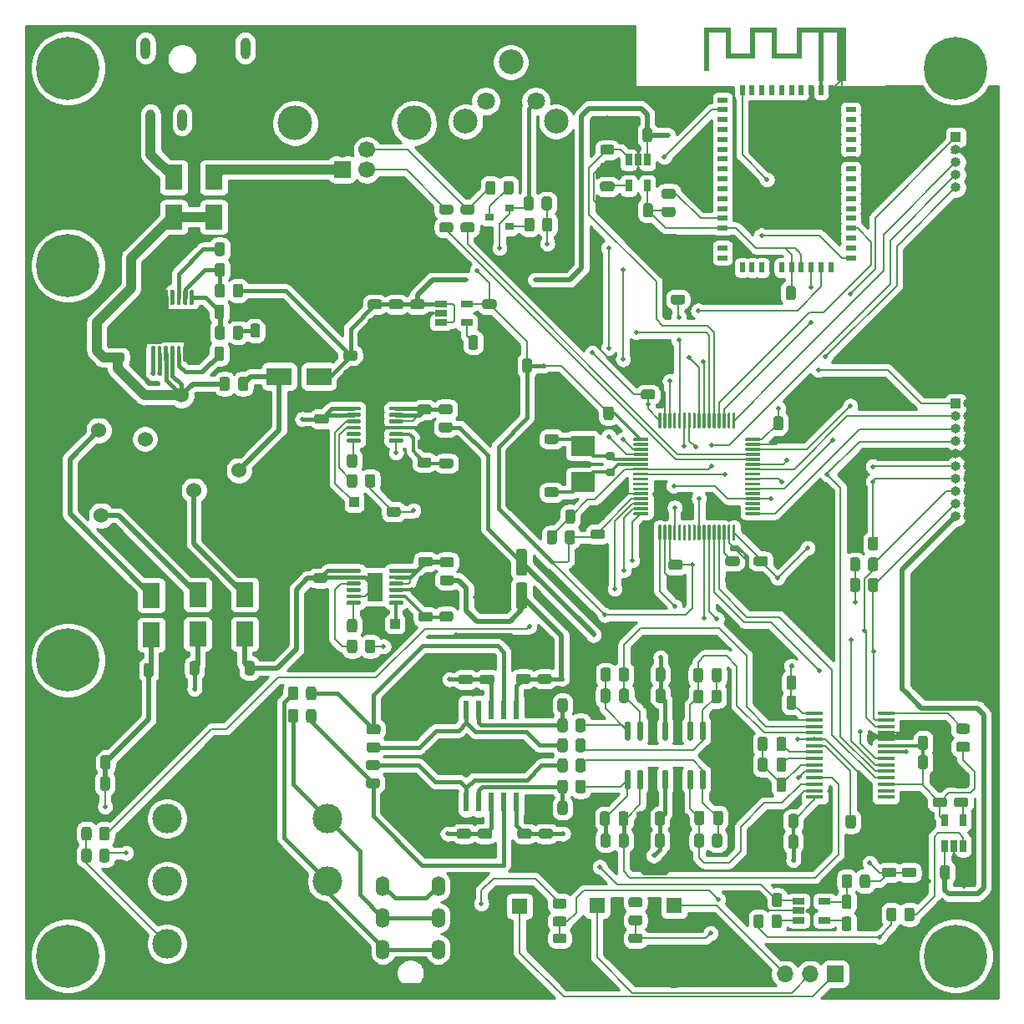
<source format=gbr>
G04 #@! TF.GenerationSoftware,KiCad,Pcbnew,5.1.9*
G04 #@! TF.CreationDate,2021-05-27T16:29:05+08:00*
G04 #@! TF.ProjectId,digital-amplifier2,64696769-7461-46c2-9d61-6d706c696669,rev?*
G04 #@! TF.SameCoordinates,Original*
G04 #@! TF.FileFunction,Copper,L1,Top*
G04 #@! TF.FilePolarity,Positive*
%FSLAX46Y46*%
G04 Gerber Fmt 4.6, Leading zero omitted, Abs format (unit mm)*
G04 Created by KiCad (PCBNEW 5.1.9) date 2021-05-27 16:29:05*
%MOMM*%
%LPD*%
G01*
G04 APERTURE LIST*
G04 #@! TA.AperFunction,EtchedComponent*
%ADD10C,0.100000*%
G04 #@! TD*
G04 #@! TA.AperFunction,ComponentPad*
%ADD11C,1.524000*%
G04 #@! TD*
G04 #@! TA.AperFunction,ComponentPad*
%ADD12O,1.400000X2.000000*%
G04 #@! TD*
G04 #@! TA.AperFunction,ComponentPad*
%ADD13O,1.000000X1.000000*%
G04 #@! TD*
G04 #@! TA.AperFunction,ComponentPad*
%ADD14R,1.000000X1.000000*%
G04 #@! TD*
G04 #@! TA.AperFunction,ComponentPad*
%ADD15C,6.400000*%
G04 #@! TD*
G04 #@! TA.AperFunction,ComponentPad*
%ADD16O,1.600000X1.600000*%
G04 #@! TD*
G04 #@! TA.AperFunction,ComponentPad*
%ADD17R,1.600000X1.600000*%
G04 #@! TD*
G04 #@! TA.AperFunction,SMDPad,CuDef*
%ADD18R,1.000000X1.000000*%
G04 #@! TD*
G04 #@! TA.AperFunction,SMDPad,CuDef*
%ADD19R,0.650000X1.220000*%
G04 #@! TD*
G04 #@! TA.AperFunction,SMDPad,CuDef*
%ADD20R,1.220000X0.650000*%
G04 #@! TD*
G04 #@! TA.AperFunction,ComponentPad*
%ADD21C,1.800000*%
G04 #@! TD*
G04 #@! TA.AperFunction,WasherPad*
%ADD22C,2.500000*%
G04 #@! TD*
G04 #@! TA.AperFunction,ComponentPad*
%ADD23C,0.600000*%
G04 #@! TD*
G04 #@! TA.AperFunction,SMDPad,CuDef*
%ADD24R,5.000000X3.400000*%
G04 #@! TD*
G04 #@! TA.AperFunction,SMDPad,CuDef*
%ADD25R,0.900000X0.800000*%
G04 #@! TD*
G04 #@! TA.AperFunction,ComponentPad*
%ADD26O,1.700000X1.700000*%
G04 #@! TD*
G04 #@! TA.AperFunction,ComponentPad*
%ADD27R,1.700000X1.700000*%
G04 #@! TD*
G04 #@! TA.AperFunction,ComponentPad*
%ADD28C,3.000000*%
G04 #@! TD*
G04 #@! TA.AperFunction,ComponentPad*
%ADD29O,1.000000X2.200000*%
G04 #@! TD*
G04 #@! TA.AperFunction,ComponentPad*
%ADD30C,3.500000*%
G04 #@! TD*
G04 #@! TA.AperFunction,ComponentPad*
%ADD31C,1.700000*%
G04 #@! TD*
G04 #@! TA.AperFunction,SMDPad,CuDef*
%ADD32R,1.800000X2.500000*%
G04 #@! TD*
G04 #@! TA.AperFunction,SMDPad,CuDef*
%ADD33R,2.500000X1.800000*%
G04 #@! TD*
G04 #@! TA.AperFunction,SMDPad,CuDef*
%ADD34R,3.810000X2.789999*%
G04 #@! TD*
G04 #@! TA.AperFunction,SMDPad,CuDef*
%ADD35R,0.558000X1.969999*%
G04 #@! TD*
G04 #@! TA.AperFunction,SMDPad,CuDef*
%ADD36R,1.650000X2.850000*%
G04 #@! TD*
G04 #@! TA.AperFunction,SMDPad,CuDef*
%ADD37R,1.750000X0.450000*%
G04 #@! TD*
G04 #@! TA.AperFunction,SMDPad,CuDef*
%ADD38R,1.000000X0.500000*%
G04 #@! TD*
G04 #@! TA.AperFunction,SMDPad,CuDef*
%ADD39R,0.500000X1.000000*%
G04 #@! TD*
G04 #@! TA.AperFunction,ConnectorPad*
%ADD40R,0.500000X0.500000*%
G04 #@! TD*
G04 #@! TA.AperFunction,ComponentPad*
%ADD41R,0.900000X0.500000*%
G04 #@! TD*
G04 #@! TA.AperFunction,SMDPad,CuDef*
%ADD42R,2.400000X2.000000*%
G04 #@! TD*
G04 #@! TA.AperFunction,ViaPad*
%ADD43C,0.500000*%
G04 #@! TD*
G04 #@! TA.AperFunction,Conductor*
%ADD44C,0.400000*%
G04 #@! TD*
G04 #@! TA.AperFunction,Conductor*
%ADD45C,0.300000*%
G04 #@! TD*
G04 #@! TA.AperFunction,Conductor*
%ADD46C,0.200000*%
G04 #@! TD*
G04 #@! TA.AperFunction,Conductor*
%ADD47C,1.000000*%
G04 #@! TD*
G04 #@! TA.AperFunction,Conductor*
%ADD48C,0.500000*%
G04 #@! TD*
G04 #@! TA.AperFunction,Conductor*
%ADD49C,0.254000*%
G04 #@! TD*
G04 #@! TA.AperFunction,Conductor*
%ADD50C,0.100000*%
G04 #@! TD*
G04 APERTURE END LIST*
D10*
G36*
X128868000Y-53497000D02*
G01*
X126868000Y-53497000D01*
X126868000Y-50857000D01*
X124168000Y-50857000D01*
X124168000Y-53497000D01*
X122168000Y-53497000D01*
X122168000Y-50857000D01*
X119468000Y-50857000D01*
X119468000Y-55297000D01*
X119968000Y-55297000D01*
X119968000Y-51357000D01*
X121668000Y-51357000D01*
X121668000Y-53997000D01*
X124668000Y-53997000D01*
X124668000Y-51357000D01*
X126368000Y-51357000D01*
X126368000Y-53997000D01*
X129368000Y-53997000D01*
X129368000Y-51357000D01*
X131068000Y-51357000D01*
X131068000Y-56257000D01*
X131568000Y-56257000D01*
X131568000Y-51357000D01*
X132968000Y-51357000D01*
X132968000Y-56257000D01*
X133868000Y-56257000D01*
X133868000Y-56013785D01*
X133565583Y-56013785D01*
X133555742Y-56061395D01*
X133531674Y-56103797D01*
X133493731Y-56136581D01*
X133485819Y-56140935D01*
X133443156Y-56153043D01*
X133394637Y-56152300D01*
X133349122Y-56139400D01*
X133330511Y-56128787D01*
X133296868Y-56093553D01*
X133276309Y-56048368D01*
X133269778Y-55998842D01*
X133278218Y-55950583D01*
X133295112Y-55918357D01*
X133330372Y-55885687D01*
X133375682Y-55865592D01*
X133425267Y-55859018D01*
X133473353Y-55866908D01*
X133506245Y-55883814D01*
X133541185Y-55920584D01*
X133560847Y-55965378D01*
X133565583Y-56013785D01*
X133868000Y-56013785D01*
X133868000Y-50857000D01*
X128868000Y-50857000D01*
X128868000Y-53497000D01*
G37*
D11*
X66992500Y-92964000D03*
X72326500Y-95758000D03*
X67754500Y-97790000D03*
X65722500Y-103632000D03*
X63944500Y-99314000D03*
X58356500Y-100330000D03*
X61150500Y-96520000D03*
X58102500Y-91694000D03*
X62801500Y-92583000D03*
X66484500Y-88138000D03*
D12*
X86919500Y-147522000D03*
X86919500Y-144322000D03*
X86919500Y-141122000D03*
X86919500Y-137922000D03*
X92519500Y-144322000D03*
X92519500Y-141122000D03*
X92519500Y-137922000D03*
X92519500Y-147522000D03*
D13*
X145000000Y-67080000D03*
X145000000Y-65810000D03*
X145000000Y-64540000D03*
X145000000Y-63270000D03*
D14*
X145000000Y-62000000D03*
D13*
X146270000Y-100430000D03*
X145000000Y-100430000D03*
X146270000Y-99160000D03*
X145000000Y-99160000D03*
X146270000Y-97890000D03*
X145000000Y-97890000D03*
X146270000Y-96620000D03*
X145000000Y-96620000D03*
X146270000Y-95350000D03*
X145000000Y-95350000D03*
X146270000Y-94080000D03*
X145000000Y-94080000D03*
X146270000Y-92810000D03*
X145000000Y-92810000D03*
X146270000Y-91540000D03*
X145000000Y-91540000D03*
X146270000Y-90270000D03*
X145000000Y-90270000D03*
X146270000Y-89000000D03*
D14*
X145000000Y-89000000D03*
G04 #@! TA.AperFunction,SMDPad,CuDef*
G36*
G01*
X114267000Y-86672000D02*
X113317000Y-86672000D01*
G75*
G02*
X113067000Y-86422000I0J250000D01*
G01*
X113067000Y-85922000D01*
G75*
G02*
X113317000Y-85672000I250000J0D01*
G01*
X114267000Y-85672000D01*
G75*
G02*
X114517000Y-85922000I0J-250000D01*
G01*
X114517000Y-86422000D01*
G75*
G02*
X114267000Y-86672000I-250000J0D01*
G01*
G37*
G04 #@! TD.AperFunction*
G04 #@! TA.AperFunction,SMDPad,CuDef*
G36*
G01*
X114267000Y-88572000D02*
X113317000Y-88572000D01*
G75*
G02*
X113067000Y-88322000I0J250000D01*
G01*
X113067000Y-87822000D01*
G75*
G02*
X113317000Y-87572000I250000J0D01*
G01*
X114267000Y-87572000D01*
G75*
G02*
X114517000Y-87822000I0J-250000D01*
G01*
X114517000Y-88322000D01*
G75*
G02*
X114267000Y-88572000I-250000J0D01*
G01*
G37*
G04 #@! TD.AperFunction*
D15*
X145000000Y-55000000D03*
X145000000Y-145000000D03*
X55000000Y-145000000D03*
X55000000Y-55000000D03*
D16*
X116459000Y-147510500D03*
D17*
X116459000Y-139890500D03*
D16*
X108616750Y-147510500D03*
D17*
X108616750Y-139890500D03*
D16*
X100774500Y-147574000D03*
D17*
X100774500Y-139954000D03*
D18*
X84010500Y-98996500D03*
D19*
X143830000Y-131214500D03*
X145730000Y-131214500D03*
X145730000Y-133834500D03*
X144780000Y-133834500D03*
X143830000Y-133834500D03*
D20*
X131675500Y-139448500D03*
X131675500Y-141348500D03*
X129055500Y-141348500D03*
X129055500Y-140398500D03*
X129055500Y-139448500D03*
D21*
X102425500Y-58341250D03*
X97345500Y-58341250D03*
X99885500Y-58341250D03*
D22*
X99885500Y-54391250D03*
X95285500Y-60391250D03*
X104485500Y-60391250D03*
D19*
X113726000Y-66905500D03*
X111826000Y-66905500D03*
X111826000Y-64285500D03*
X112776000Y-64285500D03*
X113726000Y-64285500D03*
D23*
X68182500Y-79801500D03*
X68182500Y-81101500D03*
X68182500Y-82401500D03*
X66882500Y-79801500D03*
X66882500Y-81101500D03*
X66882500Y-82401500D03*
X65582500Y-79801500D03*
X65582500Y-81101500D03*
X65582500Y-82401500D03*
X64282500Y-79801500D03*
X64282500Y-81101500D03*
X64282500Y-82401500D03*
X62982500Y-79801500D03*
X62982500Y-81101500D03*
X62982500Y-82401500D03*
D24*
X65582500Y-81101500D03*
G04 #@! TA.AperFunction,SMDPad,CuDef*
G36*
G01*
X63732500Y-79026500D02*
X63532500Y-79026500D01*
G75*
G02*
X63432500Y-78926500I0J100000D01*
G01*
X63432500Y-77551500D01*
G75*
G02*
X63532500Y-77451500I100000J0D01*
G01*
X63732500Y-77451500D01*
G75*
G02*
X63832500Y-77551500I0J-100000D01*
G01*
X63832500Y-78926500D01*
G75*
G02*
X63732500Y-79026500I-100000J0D01*
G01*
G37*
G04 #@! TD.AperFunction*
G04 #@! TA.AperFunction,SMDPad,CuDef*
G36*
G01*
X64382500Y-79026500D02*
X64182500Y-79026500D01*
G75*
G02*
X64082500Y-78926500I0J100000D01*
G01*
X64082500Y-77551500D01*
G75*
G02*
X64182500Y-77451500I100000J0D01*
G01*
X64382500Y-77451500D01*
G75*
G02*
X64482500Y-77551500I0J-100000D01*
G01*
X64482500Y-78926500D01*
G75*
G02*
X64382500Y-79026500I-100000J0D01*
G01*
G37*
G04 #@! TD.AperFunction*
G04 #@! TA.AperFunction,SMDPad,CuDef*
G36*
G01*
X65032500Y-79026500D02*
X64832500Y-79026500D01*
G75*
G02*
X64732500Y-78926500I0J100000D01*
G01*
X64732500Y-77551500D01*
G75*
G02*
X64832500Y-77451500I100000J0D01*
G01*
X65032500Y-77451500D01*
G75*
G02*
X65132500Y-77551500I0J-100000D01*
G01*
X65132500Y-78926500D01*
G75*
G02*
X65032500Y-79026500I-100000J0D01*
G01*
G37*
G04 #@! TD.AperFunction*
G04 #@! TA.AperFunction,SMDPad,CuDef*
G36*
G01*
X65682500Y-79026500D02*
X65482500Y-79026500D01*
G75*
G02*
X65382500Y-78926500I0J100000D01*
G01*
X65382500Y-77551500D01*
G75*
G02*
X65482500Y-77451500I100000J0D01*
G01*
X65682500Y-77451500D01*
G75*
G02*
X65782500Y-77551500I0J-100000D01*
G01*
X65782500Y-78926500D01*
G75*
G02*
X65682500Y-79026500I-100000J0D01*
G01*
G37*
G04 #@! TD.AperFunction*
G04 #@! TA.AperFunction,SMDPad,CuDef*
G36*
G01*
X66332500Y-79026500D02*
X66132500Y-79026500D01*
G75*
G02*
X66032500Y-78926500I0J100000D01*
G01*
X66032500Y-77551500D01*
G75*
G02*
X66132500Y-77451500I100000J0D01*
G01*
X66332500Y-77451500D01*
G75*
G02*
X66432500Y-77551500I0J-100000D01*
G01*
X66432500Y-78926500D01*
G75*
G02*
X66332500Y-79026500I-100000J0D01*
G01*
G37*
G04 #@! TD.AperFunction*
G04 #@! TA.AperFunction,SMDPad,CuDef*
G36*
G01*
X66982500Y-79026500D02*
X66782500Y-79026500D01*
G75*
G02*
X66682500Y-78926500I0J100000D01*
G01*
X66682500Y-77551500D01*
G75*
G02*
X66782500Y-77451500I100000J0D01*
G01*
X66982500Y-77451500D01*
G75*
G02*
X67082500Y-77551500I0J-100000D01*
G01*
X67082500Y-78926500D01*
G75*
G02*
X66982500Y-79026500I-100000J0D01*
G01*
G37*
G04 #@! TD.AperFunction*
G04 #@! TA.AperFunction,SMDPad,CuDef*
G36*
G01*
X67632500Y-79026500D02*
X67432500Y-79026500D01*
G75*
G02*
X67332500Y-78926500I0J100000D01*
G01*
X67332500Y-77551500D01*
G75*
G02*
X67432500Y-77451500I100000J0D01*
G01*
X67632500Y-77451500D01*
G75*
G02*
X67732500Y-77551500I0J-100000D01*
G01*
X67732500Y-78926500D01*
G75*
G02*
X67632500Y-79026500I-100000J0D01*
G01*
G37*
G04 #@! TD.AperFunction*
G04 #@! TA.AperFunction,SMDPad,CuDef*
G36*
G01*
X67632500Y-84751500D02*
X67432500Y-84751500D01*
G75*
G02*
X67332500Y-84651500I0J100000D01*
G01*
X67332500Y-83276500D01*
G75*
G02*
X67432500Y-83176500I100000J0D01*
G01*
X67632500Y-83176500D01*
G75*
G02*
X67732500Y-83276500I0J-100000D01*
G01*
X67732500Y-84651500D01*
G75*
G02*
X67632500Y-84751500I-100000J0D01*
G01*
G37*
G04 #@! TD.AperFunction*
G04 #@! TA.AperFunction,SMDPad,CuDef*
G36*
G01*
X66982500Y-84751500D02*
X66782500Y-84751500D01*
G75*
G02*
X66682500Y-84651500I0J100000D01*
G01*
X66682500Y-83276500D01*
G75*
G02*
X66782500Y-83176500I100000J0D01*
G01*
X66982500Y-83176500D01*
G75*
G02*
X67082500Y-83276500I0J-100000D01*
G01*
X67082500Y-84651500D01*
G75*
G02*
X66982500Y-84751500I-100000J0D01*
G01*
G37*
G04 #@! TD.AperFunction*
G04 #@! TA.AperFunction,SMDPad,CuDef*
G36*
G01*
X66332500Y-84751500D02*
X66132500Y-84751500D01*
G75*
G02*
X66032500Y-84651500I0J100000D01*
G01*
X66032500Y-83276500D01*
G75*
G02*
X66132500Y-83176500I100000J0D01*
G01*
X66332500Y-83176500D01*
G75*
G02*
X66432500Y-83276500I0J-100000D01*
G01*
X66432500Y-84651500D01*
G75*
G02*
X66332500Y-84751500I-100000J0D01*
G01*
G37*
G04 #@! TD.AperFunction*
G04 #@! TA.AperFunction,SMDPad,CuDef*
G36*
G01*
X65682500Y-84751500D02*
X65482500Y-84751500D01*
G75*
G02*
X65382500Y-84651500I0J100000D01*
G01*
X65382500Y-83276500D01*
G75*
G02*
X65482500Y-83176500I100000J0D01*
G01*
X65682500Y-83176500D01*
G75*
G02*
X65782500Y-83276500I0J-100000D01*
G01*
X65782500Y-84651500D01*
G75*
G02*
X65682500Y-84751500I-100000J0D01*
G01*
G37*
G04 #@! TD.AperFunction*
G04 #@! TA.AperFunction,SMDPad,CuDef*
G36*
G01*
X65032500Y-84751500D02*
X64832500Y-84751500D01*
G75*
G02*
X64732500Y-84651500I0J100000D01*
G01*
X64732500Y-83276500D01*
G75*
G02*
X64832500Y-83176500I100000J0D01*
G01*
X65032500Y-83176500D01*
G75*
G02*
X65132500Y-83276500I0J-100000D01*
G01*
X65132500Y-84651500D01*
G75*
G02*
X65032500Y-84751500I-100000J0D01*
G01*
G37*
G04 #@! TD.AperFunction*
G04 #@! TA.AperFunction,SMDPad,CuDef*
G36*
G01*
X64382500Y-84751500D02*
X64182500Y-84751500D01*
G75*
G02*
X64082500Y-84651500I0J100000D01*
G01*
X64082500Y-83276500D01*
G75*
G02*
X64182500Y-83176500I100000J0D01*
G01*
X64382500Y-83176500D01*
G75*
G02*
X64482500Y-83276500I0J-100000D01*
G01*
X64482500Y-84651500D01*
G75*
G02*
X64382500Y-84751500I-100000J0D01*
G01*
G37*
G04 #@! TD.AperFunction*
G04 #@! TA.AperFunction,SMDPad,CuDef*
G36*
G01*
X63732500Y-84751500D02*
X63532500Y-84751500D01*
G75*
G02*
X63432500Y-84651500I0J100000D01*
G01*
X63432500Y-83276500D01*
G75*
G02*
X63532500Y-83176500I100000J0D01*
G01*
X63732500Y-83176500D01*
G75*
G02*
X63832500Y-83276500I0J-100000D01*
G01*
X63832500Y-84651500D01*
G75*
G02*
X63732500Y-84751500I-100000J0D01*
G01*
G37*
G04 #@! TD.AperFunction*
D20*
X95417000Y-78869500D03*
X95417000Y-80769500D03*
X92797000Y-80769500D03*
X92797000Y-79819500D03*
X92797000Y-78869500D03*
G04 #@! TA.AperFunction,SMDPad,CuDef*
G36*
G01*
X125520500Y-141027999D02*
X125520500Y-141928001D01*
G75*
G02*
X125270501Y-142178000I-249999J0D01*
G01*
X124745499Y-142178000D01*
G75*
G02*
X124495500Y-141928001I0J249999D01*
G01*
X124495500Y-141027999D01*
G75*
G02*
X124745499Y-140778000I249999J0D01*
G01*
X125270501Y-140778000D01*
G75*
G02*
X125520500Y-141027999I0J-249999D01*
G01*
G37*
G04 #@! TD.AperFunction*
G04 #@! TA.AperFunction,SMDPad,CuDef*
G36*
G01*
X127345500Y-141027999D02*
X127345500Y-141928001D01*
G75*
G02*
X127095501Y-142178000I-249999J0D01*
G01*
X126570499Y-142178000D01*
G75*
G02*
X126320500Y-141928001I0J249999D01*
G01*
X126320500Y-141027999D01*
G75*
G02*
X126570499Y-140778000I249999J0D01*
G01*
X127095501Y-140778000D01*
G75*
G02*
X127345500Y-141027999I0J-249999D01*
G01*
G37*
G04 #@! TD.AperFunction*
G04 #@! TA.AperFunction,SMDPad,CuDef*
G36*
G01*
X138982500Y-140329499D02*
X138982500Y-141229501D01*
G75*
G02*
X138732501Y-141479500I-249999J0D01*
G01*
X138207499Y-141479500D01*
G75*
G02*
X137957500Y-141229501I0J249999D01*
G01*
X137957500Y-140329499D01*
G75*
G02*
X138207499Y-140079500I249999J0D01*
G01*
X138732501Y-140079500D01*
G75*
G02*
X138982500Y-140329499I0J-249999D01*
G01*
G37*
G04 #@! TD.AperFunction*
G04 #@! TA.AperFunction,SMDPad,CuDef*
G36*
G01*
X140807500Y-140329499D02*
X140807500Y-141229501D01*
G75*
G02*
X140557501Y-141479500I-249999J0D01*
G01*
X140032499Y-141479500D01*
G75*
G02*
X139782500Y-141229501I0J249999D01*
G01*
X139782500Y-140329499D01*
G75*
G02*
X140032499Y-140079500I249999J0D01*
G01*
X140557501Y-140079500D01*
G75*
G02*
X140807500Y-140329499I0J-249999D01*
G01*
G37*
G04 #@! TD.AperFunction*
G04 #@! TA.AperFunction,SMDPad,CuDef*
G36*
G01*
X88461001Y-98660000D02*
X87560999Y-98660000D01*
G75*
G02*
X87311000Y-98410001I0J249999D01*
G01*
X87311000Y-97884999D01*
G75*
G02*
X87560999Y-97635000I249999J0D01*
G01*
X88461001Y-97635000D01*
G75*
G02*
X88711000Y-97884999I0J-249999D01*
G01*
X88711000Y-98410001D01*
G75*
G02*
X88461001Y-98660000I-249999J0D01*
G01*
G37*
G04 #@! TD.AperFunction*
G04 #@! TA.AperFunction,SMDPad,CuDef*
G36*
G01*
X88461001Y-100485000D02*
X87560999Y-100485000D01*
G75*
G02*
X87311000Y-100235001I0J249999D01*
G01*
X87311000Y-99709999D01*
G75*
G02*
X87560999Y-99460000I249999J0D01*
G01*
X88461001Y-99460000D01*
G75*
G02*
X88711000Y-99709999I0J-249999D01*
G01*
X88711000Y-100235001D01*
G75*
G02*
X88461001Y-100485000I-249999J0D01*
G01*
G37*
G04 #@! TD.AperFunction*
G04 #@! TA.AperFunction,SMDPad,CuDef*
G36*
G01*
X57385000Y-132137999D02*
X57385000Y-133038001D01*
G75*
G02*
X57135001Y-133288000I-249999J0D01*
G01*
X56609999Y-133288000D01*
G75*
G02*
X56360000Y-133038001I0J249999D01*
G01*
X56360000Y-132137999D01*
G75*
G02*
X56609999Y-131888000I249999J0D01*
G01*
X57135001Y-131888000D01*
G75*
G02*
X57385000Y-132137999I0J-249999D01*
G01*
G37*
G04 #@! TD.AperFunction*
G04 #@! TA.AperFunction,SMDPad,CuDef*
G36*
G01*
X59210000Y-132137999D02*
X59210000Y-133038001D01*
G75*
G02*
X58960001Y-133288000I-249999J0D01*
G01*
X58434999Y-133288000D01*
G75*
G02*
X58185000Y-133038001I0J249999D01*
G01*
X58185000Y-132137999D01*
G75*
G02*
X58434999Y-131888000I249999J0D01*
G01*
X58960001Y-131888000D01*
G75*
G02*
X59210000Y-132137999I0J-249999D01*
G01*
G37*
G04 #@! TD.AperFunction*
G04 #@! TA.AperFunction,SMDPad,CuDef*
G36*
G01*
X136099500Y-103637501D02*
X136099500Y-102737499D01*
G75*
G02*
X136349499Y-102487500I249999J0D01*
G01*
X136874501Y-102487500D01*
G75*
G02*
X137124500Y-102737499I0J-249999D01*
G01*
X137124500Y-103637501D01*
G75*
G02*
X136874501Y-103887500I-249999J0D01*
G01*
X136349499Y-103887500D01*
G75*
G02*
X136099500Y-103637501I0J249999D01*
G01*
G37*
G04 #@! TD.AperFunction*
G04 #@! TA.AperFunction,SMDPad,CuDef*
G36*
G01*
X134274500Y-103637501D02*
X134274500Y-102737499D01*
G75*
G02*
X134524499Y-102487500I249999J0D01*
G01*
X135049501Y-102487500D01*
G75*
G02*
X135299500Y-102737499I0J-249999D01*
G01*
X135299500Y-103637501D01*
G75*
G02*
X135049501Y-103887500I-249999J0D01*
G01*
X134524499Y-103887500D01*
G75*
G02*
X134274500Y-103637501I0J249999D01*
G01*
G37*
G04 #@! TD.AperFunction*
G04 #@! TA.AperFunction,SMDPad,CuDef*
G36*
G01*
X58185000Y-135260501D02*
X58185000Y-134360499D01*
G75*
G02*
X58434999Y-134110500I249999J0D01*
G01*
X58960001Y-134110500D01*
G75*
G02*
X59210000Y-134360499I0J-249999D01*
G01*
X59210000Y-135260501D01*
G75*
G02*
X58960001Y-135510500I-249999J0D01*
G01*
X58434999Y-135510500D01*
G75*
G02*
X58185000Y-135260501I0J249999D01*
G01*
G37*
G04 #@! TD.AperFunction*
G04 #@! TA.AperFunction,SMDPad,CuDef*
G36*
G01*
X56360000Y-135260501D02*
X56360000Y-134360499D01*
G75*
G02*
X56609999Y-134110500I249999J0D01*
G01*
X57135001Y-134110500D01*
G75*
G02*
X57385000Y-134360499I0J-249999D01*
G01*
X57385000Y-135260501D01*
G75*
G02*
X57135001Y-135510500I-249999J0D01*
G01*
X56609999Y-135510500D01*
G75*
G02*
X56360000Y-135260501I0J249999D01*
G01*
G37*
G04 #@! TD.AperFunction*
G04 #@! TA.AperFunction,SMDPad,CuDef*
G36*
G01*
X136099500Y-107828501D02*
X136099500Y-106928499D01*
G75*
G02*
X136349499Y-106678500I249999J0D01*
G01*
X136874501Y-106678500D01*
G75*
G02*
X137124500Y-106928499I0J-249999D01*
G01*
X137124500Y-107828501D01*
G75*
G02*
X136874501Y-108078500I-249999J0D01*
G01*
X136349499Y-108078500D01*
G75*
G02*
X136099500Y-107828501I0J249999D01*
G01*
G37*
G04 #@! TD.AperFunction*
G04 #@! TA.AperFunction,SMDPad,CuDef*
G36*
G01*
X134274500Y-107828501D02*
X134274500Y-106928499D01*
G75*
G02*
X134524499Y-106678500I249999J0D01*
G01*
X135049501Y-106678500D01*
G75*
G02*
X135299500Y-106928499I0J-249999D01*
G01*
X135299500Y-107828501D01*
G75*
G02*
X135049501Y-108078500I-249999J0D01*
G01*
X134524499Y-108078500D01*
G75*
G02*
X134274500Y-107828501I0J249999D01*
G01*
G37*
G04 #@! TD.AperFunction*
G04 #@! TA.AperFunction,SMDPad,CuDef*
G36*
G01*
X136099500Y-105733001D02*
X136099500Y-104832999D01*
G75*
G02*
X136349499Y-104583000I249999J0D01*
G01*
X136874501Y-104583000D01*
G75*
G02*
X137124500Y-104832999I0J-249999D01*
G01*
X137124500Y-105733001D01*
G75*
G02*
X136874501Y-105983000I-249999J0D01*
G01*
X136349499Y-105983000D01*
G75*
G02*
X136099500Y-105733001I0J249999D01*
G01*
G37*
G04 #@! TD.AperFunction*
G04 #@! TA.AperFunction,SMDPad,CuDef*
G36*
G01*
X134274500Y-105733001D02*
X134274500Y-104832999D01*
G75*
G02*
X134524499Y-104583000I249999J0D01*
G01*
X135049501Y-104583000D01*
G75*
G02*
X135299500Y-104832999I0J-249999D01*
G01*
X135299500Y-105733001D01*
G75*
G02*
X135049501Y-105983000I-249999J0D01*
G01*
X134524499Y-105983000D01*
G75*
G02*
X134274500Y-105733001I0J249999D01*
G01*
G37*
G04 #@! TD.AperFunction*
G04 #@! TA.AperFunction,SMDPad,CuDef*
G36*
G01*
X84309000Y-111055999D02*
X84309000Y-111956001D01*
G75*
G02*
X84059001Y-112206000I-249999J0D01*
G01*
X83533999Y-112206000D01*
G75*
G02*
X83284000Y-111956001I0J249999D01*
G01*
X83284000Y-111055999D01*
G75*
G02*
X83533999Y-110806000I249999J0D01*
G01*
X84059001Y-110806000D01*
G75*
G02*
X84309000Y-111055999I0J-249999D01*
G01*
G37*
G04 #@! TD.AperFunction*
G04 #@! TA.AperFunction,SMDPad,CuDef*
G36*
G01*
X86134000Y-111055999D02*
X86134000Y-111956001D01*
G75*
G02*
X85884001Y-112206000I-249999J0D01*
G01*
X85358999Y-112206000D01*
G75*
G02*
X85109000Y-111956001I0J249999D01*
G01*
X85109000Y-111055999D01*
G75*
G02*
X85358999Y-110806000I249999J0D01*
G01*
X85884001Y-110806000D01*
G75*
G02*
X86134000Y-111055999I0J-249999D01*
G01*
G37*
G04 #@! TD.AperFunction*
G04 #@! TA.AperFunction,SMDPad,CuDef*
G36*
G01*
X85109000Y-95255501D02*
X85109000Y-94355499D01*
G75*
G02*
X85358999Y-94105500I249999J0D01*
G01*
X85884001Y-94105500D01*
G75*
G02*
X86134000Y-94355499I0J-249999D01*
G01*
X86134000Y-95255501D01*
G75*
G02*
X85884001Y-95505500I-249999J0D01*
G01*
X85358999Y-95505500D01*
G75*
G02*
X85109000Y-95255501I0J249999D01*
G01*
G37*
G04 #@! TD.AperFunction*
G04 #@! TA.AperFunction,SMDPad,CuDef*
G36*
G01*
X83284000Y-95255501D02*
X83284000Y-94355499D01*
G75*
G02*
X83533999Y-94105500I249999J0D01*
G01*
X84059001Y-94105500D01*
G75*
G02*
X84309000Y-94355499I0J-249999D01*
G01*
X84309000Y-95255501D01*
G75*
G02*
X84059001Y-95505500I-249999J0D01*
G01*
X83533999Y-95505500D01*
G75*
G02*
X83284000Y-95255501I0J249999D01*
G01*
G37*
G04 #@! TD.AperFunction*
G04 #@! TA.AperFunction,SMDPad,CuDef*
G36*
G01*
X85109000Y-114051501D02*
X85109000Y-113151499D01*
G75*
G02*
X85358999Y-112901500I249999J0D01*
G01*
X85884001Y-112901500D01*
G75*
G02*
X86134000Y-113151499I0J-249999D01*
G01*
X86134000Y-114051501D01*
G75*
G02*
X85884001Y-114301500I-249999J0D01*
G01*
X85358999Y-114301500D01*
G75*
G02*
X85109000Y-114051501I0J249999D01*
G01*
G37*
G04 #@! TD.AperFunction*
G04 #@! TA.AperFunction,SMDPad,CuDef*
G36*
G01*
X83284000Y-114051501D02*
X83284000Y-113151499D01*
G75*
G02*
X83533999Y-112901500I249999J0D01*
G01*
X84059001Y-112901500D01*
G75*
G02*
X84309000Y-113151499I0J-249999D01*
G01*
X84309000Y-114051501D01*
G75*
G02*
X84059001Y-114301500I-249999J0D01*
G01*
X83533999Y-114301500D01*
G75*
G02*
X83284000Y-114051501I0J249999D01*
G01*
G37*
G04 #@! TD.AperFunction*
G04 #@! TA.AperFunction,SMDPad,CuDef*
G36*
G01*
X85109000Y-97287501D02*
X85109000Y-96387499D01*
G75*
G02*
X85358999Y-96137500I249999J0D01*
G01*
X85884001Y-96137500D01*
G75*
G02*
X86134000Y-96387499I0J-249999D01*
G01*
X86134000Y-97287501D01*
G75*
G02*
X85884001Y-97537500I-249999J0D01*
G01*
X85358999Y-97537500D01*
G75*
G02*
X85109000Y-97287501I0J249999D01*
G01*
G37*
G04 #@! TD.AperFunction*
G04 #@! TA.AperFunction,SMDPad,CuDef*
G36*
G01*
X83284000Y-97287501D02*
X83284000Y-96387499D01*
G75*
G02*
X83533999Y-96137500I249999J0D01*
G01*
X84059001Y-96137500D01*
G75*
G02*
X84309000Y-96387499I0J-249999D01*
G01*
X84309000Y-97287501D01*
G75*
G02*
X84059001Y-97537500I-249999J0D01*
G01*
X83533999Y-97537500D01*
G75*
G02*
X83284000Y-97287501I0J249999D01*
G01*
G37*
G04 #@! TD.AperFunction*
G04 #@! TA.AperFunction,SMDPad,CuDef*
G36*
G01*
X70910500Y-77098299D02*
X70910500Y-77998301D01*
G75*
G02*
X70660501Y-78248300I-249999J0D01*
G01*
X70135499Y-78248300D01*
G75*
G02*
X69885500Y-77998301I0J249999D01*
G01*
X69885500Y-77098299D01*
G75*
G02*
X70135499Y-76848300I249999J0D01*
G01*
X70660501Y-76848300D01*
G75*
G02*
X70910500Y-77098299I0J-249999D01*
G01*
G37*
G04 #@! TD.AperFunction*
G04 #@! TA.AperFunction,SMDPad,CuDef*
G36*
G01*
X72735500Y-77098299D02*
X72735500Y-77998301D01*
G75*
G02*
X72485501Y-78248300I-249999J0D01*
G01*
X71960499Y-78248300D01*
G75*
G02*
X71710500Y-77998301I0J249999D01*
G01*
X71710500Y-77098299D01*
G75*
G02*
X71960499Y-76848300I249999J0D01*
G01*
X72485501Y-76848300D01*
G75*
G02*
X72735500Y-77098299I0J-249999D01*
G01*
G37*
G04 #@! TD.AperFunction*
G04 #@! TA.AperFunction,SMDPad,CuDef*
G36*
G01*
X71710500Y-75895401D02*
X71710500Y-74995399D01*
G75*
G02*
X71960499Y-74745400I249999J0D01*
G01*
X72485501Y-74745400D01*
G75*
G02*
X72735500Y-74995399I0J-249999D01*
G01*
X72735500Y-75895401D01*
G75*
G02*
X72485501Y-76145400I-249999J0D01*
G01*
X71960499Y-76145400D01*
G75*
G02*
X71710500Y-75895401I0J249999D01*
G01*
G37*
G04 #@! TD.AperFunction*
G04 #@! TA.AperFunction,SMDPad,CuDef*
G36*
G01*
X69885500Y-75895401D02*
X69885500Y-74995399D01*
G75*
G02*
X70135499Y-74745400I249999J0D01*
G01*
X70660501Y-74745400D01*
G75*
G02*
X70910500Y-74995399I0J-249999D01*
G01*
X70910500Y-75895401D01*
G75*
G02*
X70660501Y-76145400I-249999J0D01*
G01*
X70135499Y-76145400D01*
G75*
G02*
X69885500Y-75895401I0J249999D01*
G01*
G37*
G04 #@! TD.AperFunction*
G04 #@! TA.AperFunction,SMDPad,CuDef*
G36*
G01*
X71710500Y-82264101D02*
X71710500Y-81364099D01*
G75*
G02*
X71960499Y-81114100I249999J0D01*
G01*
X72485501Y-81114100D01*
G75*
G02*
X72735500Y-81364099I0J-249999D01*
G01*
X72735500Y-82264101D01*
G75*
G02*
X72485501Y-82514100I-249999J0D01*
G01*
X71960499Y-82514100D01*
G75*
G02*
X71710500Y-82264101I0J249999D01*
G01*
G37*
G04 #@! TD.AperFunction*
G04 #@! TA.AperFunction,SMDPad,CuDef*
G36*
G01*
X69885500Y-82264101D02*
X69885500Y-81364099D01*
G75*
G02*
X70135499Y-81114100I249999J0D01*
G01*
X70660501Y-81114100D01*
G75*
G02*
X70910500Y-81364099I0J-249999D01*
G01*
X70910500Y-82264101D01*
G75*
G02*
X70660501Y-82514100I-249999J0D01*
G01*
X70135499Y-82514100D01*
G75*
G02*
X69885500Y-82264101I0J249999D01*
G01*
G37*
G04 #@! TD.AperFunction*
G04 #@! TA.AperFunction,SMDPad,CuDef*
G36*
G01*
X71710500Y-73792501D02*
X71710500Y-72892499D01*
G75*
G02*
X71960499Y-72642500I249999J0D01*
G01*
X72485501Y-72642500D01*
G75*
G02*
X72735500Y-72892499I0J-249999D01*
G01*
X72735500Y-73792501D01*
G75*
G02*
X72485501Y-74042500I-249999J0D01*
G01*
X71960499Y-74042500D01*
G75*
G02*
X71710500Y-73792501I0J249999D01*
G01*
G37*
G04 #@! TD.AperFunction*
G04 #@! TA.AperFunction,SMDPad,CuDef*
G36*
G01*
X69885500Y-73792501D02*
X69885500Y-72892499D01*
G75*
G02*
X70135499Y-72642500I249999J0D01*
G01*
X70660501Y-72642500D01*
G75*
G02*
X70910500Y-72892499I0J-249999D01*
G01*
X70910500Y-73792501D01*
G75*
G02*
X70660501Y-74042500I-249999J0D01*
G01*
X70135499Y-74042500D01*
G75*
G02*
X69885500Y-73792501I0J249999D01*
G01*
G37*
G04 #@! TD.AperFunction*
G04 #@! TA.AperFunction,SMDPad,CuDef*
G36*
G01*
X102279500Y-70415999D02*
X102279500Y-71316001D01*
G75*
G02*
X102029501Y-71566000I-249999J0D01*
G01*
X101504499Y-71566000D01*
G75*
G02*
X101254500Y-71316001I0J249999D01*
G01*
X101254500Y-70415999D01*
G75*
G02*
X101504499Y-70166000I249999J0D01*
G01*
X102029501Y-70166000D01*
G75*
G02*
X102279500Y-70415999I0J-249999D01*
G01*
G37*
G04 #@! TD.AperFunction*
G04 #@! TA.AperFunction,SMDPad,CuDef*
G36*
G01*
X104104500Y-70415999D02*
X104104500Y-71316001D01*
G75*
G02*
X103854501Y-71566000I-249999J0D01*
G01*
X103329499Y-71566000D01*
G75*
G02*
X103079500Y-71316001I0J249999D01*
G01*
X103079500Y-70415999D01*
G75*
G02*
X103329499Y-70166000I249999J0D01*
G01*
X103854501Y-70166000D01*
G75*
G02*
X104104500Y-70415999I0J-249999D01*
G01*
G37*
G04 #@! TD.AperFunction*
G04 #@! TA.AperFunction,SMDPad,CuDef*
G36*
G01*
X103016000Y-69157001D02*
X103016000Y-68256999D01*
G75*
G02*
X103265999Y-68007000I249999J0D01*
G01*
X103791001Y-68007000D01*
G75*
G02*
X104041000Y-68256999I0J-249999D01*
G01*
X104041000Y-69157001D01*
G75*
G02*
X103791001Y-69407000I-249999J0D01*
G01*
X103265999Y-69407000D01*
G75*
G02*
X103016000Y-69157001I0J249999D01*
G01*
G37*
G04 #@! TD.AperFunction*
G04 #@! TA.AperFunction,SMDPad,CuDef*
G36*
G01*
X101191000Y-69157001D02*
X101191000Y-68256999D01*
G75*
G02*
X101440999Y-68007000I249999J0D01*
G01*
X101966001Y-68007000D01*
G75*
G02*
X102216000Y-68256999I0J-249999D01*
G01*
X102216000Y-69157001D01*
G75*
G02*
X101966001Y-69407000I-249999J0D01*
G01*
X101440999Y-69407000D01*
G75*
G02*
X101191000Y-69157001I0J249999D01*
G01*
G37*
G04 #@! TD.AperFunction*
G04 #@! TA.AperFunction,SMDPad,CuDef*
G36*
G01*
X93795001Y-69831000D02*
X92894999Y-69831000D01*
G75*
G02*
X92645000Y-69581001I0J249999D01*
G01*
X92645000Y-69055999D01*
G75*
G02*
X92894999Y-68806000I249999J0D01*
G01*
X93795001Y-68806000D01*
G75*
G02*
X94045000Y-69055999I0J-249999D01*
G01*
X94045000Y-69581001D01*
G75*
G02*
X93795001Y-69831000I-249999J0D01*
G01*
G37*
G04 #@! TD.AperFunction*
G04 #@! TA.AperFunction,SMDPad,CuDef*
G36*
G01*
X93795001Y-71656000D02*
X92894999Y-71656000D01*
G75*
G02*
X92645000Y-71406001I0J249999D01*
G01*
X92645000Y-70880999D01*
G75*
G02*
X92894999Y-70631000I249999J0D01*
G01*
X93795001Y-70631000D01*
G75*
G02*
X94045000Y-70880999I0J-249999D01*
G01*
X94045000Y-71406001D01*
G75*
G02*
X93795001Y-71656000I-249999J0D01*
G01*
G37*
G04 #@! TD.AperFunction*
G04 #@! TA.AperFunction,SMDPad,CuDef*
G36*
G01*
X95954001Y-69831000D02*
X95053999Y-69831000D01*
G75*
G02*
X94804000Y-69581001I0J249999D01*
G01*
X94804000Y-69055999D01*
G75*
G02*
X95053999Y-68806000I249999J0D01*
G01*
X95954001Y-68806000D01*
G75*
G02*
X96204000Y-69055999I0J-249999D01*
G01*
X96204000Y-69581001D01*
G75*
G02*
X95954001Y-69831000I-249999J0D01*
G01*
G37*
G04 #@! TD.AperFunction*
G04 #@! TA.AperFunction,SMDPad,CuDef*
G36*
G01*
X95954001Y-71656000D02*
X95053999Y-71656000D01*
G75*
G02*
X94804000Y-71406001I0J249999D01*
G01*
X94804000Y-70880999D01*
G75*
G02*
X95053999Y-70631000I249999J0D01*
G01*
X95954001Y-70631000D01*
G75*
G02*
X96204000Y-70880999I0J-249999D01*
G01*
X96204000Y-71406001D01*
G75*
G02*
X95954001Y-71656000I-249999J0D01*
G01*
G37*
G04 #@! TD.AperFunction*
G04 #@! TA.AperFunction,SMDPad,CuDef*
G36*
G01*
X98342500Y-66669499D02*
X98342500Y-67569501D01*
G75*
G02*
X98092501Y-67819500I-249999J0D01*
G01*
X97567499Y-67819500D01*
G75*
G02*
X97317500Y-67569501I0J249999D01*
G01*
X97317500Y-66669499D01*
G75*
G02*
X97567499Y-66419500I249999J0D01*
G01*
X98092501Y-66419500D01*
G75*
G02*
X98342500Y-66669499I0J-249999D01*
G01*
G37*
G04 #@! TD.AperFunction*
G04 #@! TA.AperFunction,SMDPad,CuDef*
G36*
G01*
X100167500Y-66669499D02*
X100167500Y-67569501D01*
G75*
G02*
X99917501Y-67819500I-249999J0D01*
G01*
X99392499Y-67819500D01*
G75*
G02*
X99142500Y-67569501I0J249999D01*
G01*
X99142500Y-66669499D01*
G75*
G02*
X99392499Y-66419500I249999J0D01*
G01*
X99917501Y-66419500D01*
G75*
G02*
X100167500Y-66669499I0J-249999D01*
G01*
G37*
G04 #@! TD.AperFunction*
G04 #@! TA.AperFunction,SMDPad,CuDef*
G36*
G01*
X110114501Y-61957000D02*
X109214499Y-61957000D01*
G75*
G02*
X108964500Y-61707001I0J249999D01*
G01*
X108964500Y-61181999D01*
G75*
G02*
X109214499Y-60932000I249999J0D01*
G01*
X110114501Y-60932000D01*
G75*
G02*
X110364500Y-61181999I0J-249999D01*
G01*
X110364500Y-61707001D01*
G75*
G02*
X110114501Y-61957000I-249999J0D01*
G01*
G37*
G04 #@! TD.AperFunction*
G04 #@! TA.AperFunction,SMDPad,CuDef*
G36*
G01*
X110114501Y-63782000D02*
X109214499Y-63782000D01*
G75*
G02*
X108964500Y-63532001I0J249999D01*
G01*
X108964500Y-63006999D01*
G75*
G02*
X109214499Y-62757000I249999J0D01*
G01*
X110114501Y-62757000D01*
G75*
G02*
X110364500Y-63006999I0J-249999D01*
G01*
X110364500Y-63532001D01*
G75*
G02*
X110114501Y-63782000I-249999J0D01*
G01*
G37*
G04 #@! TD.AperFunction*
G04 #@! TA.AperFunction,SMDPad,CuDef*
G36*
G01*
X115437499Y-69043500D02*
X116337501Y-69043500D01*
G75*
G02*
X116587500Y-69293499I0J-249999D01*
G01*
X116587500Y-69818501D01*
G75*
G02*
X116337501Y-70068500I-249999J0D01*
G01*
X115437499Y-70068500D01*
G75*
G02*
X115187500Y-69818501I0J249999D01*
G01*
X115187500Y-69293499D01*
G75*
G02*
X115437499Y-69043500I249999J0D01*
G01*
G37*
G04 #@! TD.AperFunction*
G04 #@! TA.AperFunction,SMDPad,CuDef*
G36*
G01*
X115437499Y-67218500D02*
X116337501Y-67218500D01*
G75*
G02*
X116587500Y-67468499I0J-249999D01*
G01*
X116587500Y-67993501D01*
G75*
G02*
X116337501Y-68243500I-249999J0D01*
G01*
X115437499Y-68243500D01*
G75*
G02*
X115187500Y-67993501I0J249999D01*
G01*
X115187500Y-67468499D01*
G75*
G02*
X115437499Y-67218500I249999J0D01*
G01*
G37*
G04 #@! TD.AperFunction*
G04 #@! TA.AperFunction,SMDPad,CuDef*
G36*
G01*
X145282499Y-123272500D02*
X146182501Y-123272500D01*
G75*
G02*
X146432500Y-123522499I0J-249999D01*
G01*
X146432500Y-124047501D01*
G75*
G02*
X146182501Y-124297500I-249999J0D01*
G01*
X145282499Y-124297500D01*
G75*
G02*
X145032500Y-124047501I0J249999D01*
G01*
X145032500Y-123522499D01*
G75*
G02*
X145282499Y-123272500I249999J0D01*
G01*
G37*
G04 #@! TD.AperFunction*
G04 #@! TA.AperFunction,SMDPad,CuDef*
G36*
G01*
X145282499Y-121447500D02*
X146182501Y-121447500D01*
G75*
G02*
X146432500Y-121697499I0J-249999D01*
G01*
X146432500Y-122222501D01*
G75*
G02*
X146182501Y-122472500I-249999J0D01*
G01*
X145282499Y-122472500D01*
G75*
G02*
X145032500Y-122222501I0J249999D01*
G01*
X145032500Y-121697499D01*
G75*
G02*
X145282499Y-121447500I249999J0D01*
G01*
G37*
G04 #@! TD.AperFunction*
G04 #@! TA.AperFunction,SMDPad,CuDef*
G36*
G01*
X112071999Y-140862000D02*
X112972001Y-140862000D01*
G75*
G02*
X113222000Y-141111999I0J-249999D01*
G01*
X113222000Y-141637001D01*
G75*
G02*
X112972001Y-141887000I-249999J0D01*
G01*
X112071999Y-141887000D01*
G75*
G02*
X111822000Y-141637001I0J249999D01*
G01*
X111822000Y-141111999D01*
G75*
G02*
X112071999Y-140862000I249999J0D01*
G01*
G37*
G04 #@! TD.AperFunction*
G04 #@! TA.AperFunction,SMDPad,CuDef*
G36*
G01*
X112071999Y-139037000D02*
X112972001Y-139037000D01*
G75*
G02*
X113222000Y-139286999I0J-249999D01*
G01*
X113222000Y-139812001D01*
G75*
G02*
X112972001Y-140062000I-249999J0D01*
G01*
X112071999Y-140062000D01*
G75*
G02*
X111822000Y-139812001I0J249999D01*
G01*
X111822000Y-139286999D01*
G75*
G02*
X112071999Y-139037000I249999J0D01*
G01*
G37*
G04 #@! TD.AperFunction*
G04 #@! TA.AperFunction,SMDPad,CuDef*
G36*
G01*
X104388499Y-140989000D02*
X105288501Y-140989000D01*
G75*
G02*
X105538500Y-141238999I0J-249999D01*
G01*
X105538500Y-141764001D01*
G75*
G02*
X105288501Y-142014000I-249999J0D01*
G01*
X104388499Y-142014000D01*
G75*
G02*
X104138500Y-141764001I0J249999D01*
G01*
X104138500Y-141238999D01*
G75*
G02*
X104388499Y-140989000I249999J0D01*
G01*
G37*
G04 #@! TD.AperFunction*
G04 #@! TA.AperFunction,SMDPad,CuDef*
G36*
G01*
X104388499Y-139164000D02*
X105288501Y-139164000D01*
G75*
G02*
X105538500Y-139413999I0J-249999D01*
G01*
X105538500Y-139939001D01*
G75*
G02*
X105288501Y-140189000I-249999J0D01*
G01*
X104388499Y-140189000D01*
G75*
G02*
X104138500Y-139939001I0J249999D01*
G01*
X104138500Y-139413999D01*
G75*
G02*
X104388499Y-139164000I249999J0D01*
G01*
G37*
G04 #@! TD.AperFunction*
D25*
X97742500Y-70104000D03*
X99742500Y-69154000D03*
X99742500Y-71054000D03*
D26*
X125158500Y-146812000D03*
X127698500Y-146812000D03*
X130238500Y-146812000D03*
D27*
X132778500Y-146812000D03*
D28*
X65050000Y-131064000D03*
X65050000Y-143764000D03*
X65050000Y-137414000D03*
X81280000Y-131064000D03*
X81280000Y-143764000D03*
X81280000Y-137414000D03*
D29*
X72965000Y-52959000D03*
X71765000Y-60259000D03*
X66565000Y-60259000D03*
X63365000Y-60259000D03*
X62865000Y-52959000D03*
D30*
X90074000Y-60568000D03*
X78034000Y-60568000D03*
D31*
X82804000Y-63278000D03*
X85304000Y-63278000D03*
X85304000Y-65278000D03*
D27*
X82804000Y-65278000D03*
D15*
X145000000Y-115000000D03*
X55000000Y-75000000D03*
X145000000Y-75000000D03*
X55000000Y-115000000D03*
G04 #@! TA.AperFunction,SMDPad,CuDef*
G36*
G01*
X112978250Y-143695000D02*
X112065750Y-143695000D01*
G75*
G02*
X111822000Y-143451250I0J243750D01*
G01*
X111822000Y-142963750D01*
G75*
G02*
X112065750Y-142720000I243750J0D01*
G01*
X112978250Y-142720000D01*
G75*
G02*
X113222000Y-142963750I0J-243750D01*
G01*
X113222000Y-143451250D01*
G75*
G02*
X112978250Y-143695000I-243750J0D01*
G01*
G37*
G04 #@! TD.AperFunction*
G04 #@! TA.AperFunction,SMDPad,CuDef*
G36*
G01*
X112978250Y-145570000D02*
X112065750Y-145570000D01*
G75*
G02*
X111822000Y-145326250I0J243750D01*
G01*
X111822000Y-144838750D01*
G75*
G02*
X112065750Y-144595000I243750J0D01*
G01*
X112978250Y-144595000D01*
G75*
G02*
X113222000Y-144838750I0J-243750D01*
G01*
X113222000Y-145326250D01*
G75*
G02*
X112978250Y-145570000I-243750J0D01*
G01*
G37*
G04 #@! TD.AperFunction*
D32*
X63436500Y-108426500D03*
X63436500Y-112426500D03*
X72898000Y-112363000D03*
X72898000Y-108363000D03*
X68135500Y-108363000D03*
X68135500Y-112363000D03*
G04 #@! TA.AperFunction,SMDPad,CuDef*
G36*
G01*
X105294750Y-143695000D02*
X104382250Y-143695000D01*
G75*
G02*
X104138500Y-143451250I0J243750D01*
G01*
X104138500Y-142963750D01*
G75*
G02*
X104382250Y-142720000I243750J0D01*
G01*
X105294750Y-142720000D01*
G75*
G02*
X105538500Y-142963750I0J-243750D01*
G01*
X105538500Y-143451250D01*
G75*
G02*
X105294750Y-143695000I-243750J0D01*
G01*
G37*
G04 #@! TD.AperFunction*
G04 #@! TA.AperFunction,SMDPad,CuDef*
G36*
G01*
X105294750Y-145570000D02*
X104382250Y-145570000D01*
G75*
G02*
X104138500Y-145326250I0J243750D01*
G01*
X104138500Y-144838750D01*
G75*
G02*
X104382250Y-144595000I243750J0D01*
G01*
X105294750Y-144595000D01*
G75*
G02*
X105538500Y-144838750I0J-243750D01*
G01*
X105538500Y-145326250D01*
G75*
G02*
X105294750Y-145570000I-243750J0D01*
G01*
G37*
G04 #@! TD.AperFunction*
D33*
X76422500Y-86233000D03*
X80422500Y-86233000D03*
D32*
X65722500Y-66072000D03*
X65722500Y-70072000D03*
X69786500Y-66072000D03*
X69786500Y-70072000D03*
G04 #@! TA.AperFunction,SMDPad,CuDef*
G36*
G01*
X143858000Y-128010500D02*
X142908000Y-128010500D01*
G75*
G02*
X142658000Y-127760500I0J250000D01*
G01*
X142658000Y-127260500D01*
G75*
G02*
X142908000Y-127010500I250000J0D01*
G01*
X143858000Y-127010500D01*
G75*
G02*
X144108000Y-127260500I0J-250000D01*
G01*
X144108000Y-127760500D01*
G75*
G02*
X143858000Y-128010500I-250000J0D01*
G01*
G37*
G04 #@! TD.AperFunction*
G04 #@! TA.AperFunction,SMDPad,CuDef*
G36*
G01*
X143858000Y-129910500D02*
X142908000Y-129910500D01*
G75*
G02*
X142658000Y-129660500I0J250000D01*
G01*
X142658000Y-129160500D01*
G75*
G02*
X142908000Y-128910500I250000J0D01*
G01*
X143858000Y-128910500D01*
G75*
G02*
X144108000Y-129160500I0J-250000D01*
G01*
X144108000Y-129660500D01*
G75*
G02*
X143858000Y-129910500I-250000J0D01*
G01*
G37*
G04 #@! TD.AperFunction*
G04 #@! TA.AperFunction,SMDPad,CuDef*
G36*
G01*
X135324000Y-139984500D02*
X135324000Y-139034500D01*
G75*
G02*
X135574000Y-138784500I250000J0D01*
G01*
X136074000Y-138784500D01*
G75*
G02*
X136324000Y-139034500I0J-250000D01*
G01*
X136324000Y-139984500D01*
G75*
G02*
X136074000Y-140234500I-250000J0D01*
G01*
X135574000Y-140234500D01*
G75*
G02*
X135324000Y-139984500I0J250000D01*
G01*
G37*
G04 #@! TD.AperFunction*
G04 #@! TA.AperFunction,SMDPad,CuDef*
G36*
G01*
X133424000Y-139984500D02*
X133424000Y-139034500D01*
G75*
G02*
X133674000Y-138784500I250000J0D01*
G01*
X134174000Y-138784500D01*
G75*
G02*
X134424000Y-139034500I0J-250000D01*
G01*
X134424000Y-139984500D01*
G75*
G02*
X134174000Y-140234500I-250000J0D01*
G01*
X133674000Y-140234500D01*
G75*
G02*
X133424000Y-139984500I0J250000D01*
G01*
G37*
G04 #@! TD.AperFunction*
G04 #@! TA.AperFunction,SMDPad,CuDef*
G36*
G01*
X146017000Y-128010500D02*
X145067000Y-128010500D01*
G75*
G02*
X144817000Y-127760500I0J250000D01*
G01*
X144817000Y-127260500D01*
G75*
G02*
X145067000Y-127010500I250000J0D01*
G01*
X146017000Y-127010500D01*
G75*
G02*
X146267000Y-127260500I0J-250000D01*
G01*
X146267000Y-127760500D01*
G75*
G02*
X146017000Y-128010500I-250000J0D01*
G01*
G37*
G04 #@! TD.AperFunction*
G04 #@! TA.AperFunction,SMDPad,CuDef*
G36*
G01*
X146017000Y-129910500D02*
X145067000Y-129910500D01*
G75*
G02*
X144817000Y-129660500I0J250000D01*
G01*
X144817000Y-129160500D01*
G75*
G02*
X145067000Y-128910500I250000J0D01*
G01*
X146017000Y-128910500D01*
G75*
G02*
X146267000Y-129160500I0J-250000D01*
G01*
X146267000Y-129660500D01*
G75*
G02*
X146017000Y-129910500I-250000J0D01*
G01*
G37*
G04 #@! TD.AperFunction*
G04 #@! TA.AperFunction,SMDPad,CuDef*
G36*
G01*
X135324000Y-142207000D02*
X135324000Y-141257000D01*
G75*
G02*
X135574000Y-141007000I250000J0D01*
G01*
X136074000Y-141007000D01*
G75*
G02*
X136324000Y-141257000I0J-250000D01*
G01*
X136324000Y-142207000D01*
G75*
G02*
X136074000Y-142457000I-250000J0D01*
G01*
X135574000Y-142457000D01*
G75*
G02*
X135324000Y-142207000I0J250000D01*
G01*
G37*
G04 #@! TD.AperFunction*
G04 #@! TA.AperFunction,SMDPad,CuDef*
G36*
G01*
X133424000Y-142207000D02*
X133424000Y-141257000D01*
G75*
G02*
X133674000Y-141007000I250000J0D01*
G01*
X134174000Y-141007000D01*
G75*
G02*
X134424000Y-141257000I0J-250000D01*
G01*
X134424000Y-142207000D01*
G75*
G02*
X134174000Y-142457000I-250000J0D01*
G01*
X133674000Y-142457000D01*
G75*
G02*
X133424000Y-142207000I0J250000D01*
G01*
G37*
G04 #@! TD.AperFunction*
G04 #@! TA.AperFunction,SMDPad,CuDef*
G36*
G01*
X145293500Y-137000000D02*
X145293500Y-136050000D01*
G75*
G02*
X145543500Y-135800000I250000J0D01*
G01*
X146043500Y-135800000D01*
G75*
G02*
X146293500Y-136050000I0J-250000D01*
G01*
X146293500Y-137000000D01*
G75*
G02*
X146043500Y-137250000I-250000J0D01*
G01*
X145543500Y-137250000D01*
G75*
G02*
X145293500Y-137000000I0J250000D01*
G01*
G37*
G04 #@! TD.AperFunction*
G04 #@! TA.AperFunction,SMDPad,CuDef*
G36*
G01*
X143393500Y-137000000D02*
X143393500Y-136050000D01*
G75*
G02*
X143643500Y-135800000I250000J0D01*
G01*
X144143500Y-135800000D01*
G75*
G02*
X144393500Y-136050000I0J-250000D01*
G01*
X144393500Y-137000000D01*
G75*
G02*
X144143500Y-137250000I-250000J0D01*
G01*
X143643500Y-137250000D01*
G75*
G02*
X143393500Y-137000000I0J250000D01*
G01*
G37*
G04 #@! TD.AperFunction*
G04 #@! TA.AperFunction,SMDPad,CuDef*
G36*
G01*
X125470500Y-138844000D02*
X125470500Y-139794000D01*
G75*
G02*
X125220500Y-140044000I-250000J0D01*
G01*
X124720500Y-140044000D01*
G75*
G02*
X124470500Y-139794000I0J250000D01*
G01*
X124470500Y-138844000D01*
G75*
G02*
X124720500Y-138594000I250000J0D01*
G01*
X125220500Y-138594000D01*
G75*
G02*
X125470500Y-138844000I0J-250000D01*
G01*
G37*
G04 #@! TD.AperFunction*
G04 #@! TA.AperFunction,SMDPad,CuDef*
G36*
G01*
X127370500Y-138844000D02*
X127370500Y-139794000D01*
G75*
G02*
X127120500Y-140044000I-250000J0D01*
G01*
X126620500Y-140044000D01*
G75*
G02*
X126370500Y-139794000I0J250000D01*
G01*
X126370500Y-138844000D01*
G75*
G02*
X126620500Y-138594000I250000J0D01*
G01*
X127120500Y-138594000D01*
G75*
G02*
X127370500Y-138844000I0J-250000D01*
G01*
G37*
G04 #@! TD.AperFunction*
G04 #@! TA.AperFunction,SMDPad,CuDef*
G36*
G01*
X112389500Y-68930500D02*
X112389500Y-69880500D01*
G75*
G02*
X112139500Y-70130500I-250000J0D01*
G01*
X111639500Y-70130500D01*
G75*
G02*
X111389500Y-69880500I0J250000D01*
G01*
X111389500Y-68930500D01*
G75*
G02*
X111639500Y-68680500I250000J0D01*
G01*
X112139500Y-68680500D01*
G75*
G02*
X112389500Y-68930500I0J-250000D01*
G01*
G37*
G04 #@! TD.AperFunction*
G04 #@! TA.AperFunction,SMDPad,CuDef*
G36*
G01*
X114289500Y-68930500D02*
X114289500Y-69880500D01*
G75*
G02*
X114039500Y-70130500I-250000J0D01*
G01*
X113539500Y-70130500D01*
G75*
G02*
X113289500Y-69880500I0J250000D01*
G01*
X113289500Y-68930500D01*
G75*
G02*
X113539500Y-68680500I250000J0D01*
G01*
X114039500Y-68680500D01*
G75*
G02*
X114289500Y-68930500I0J-250000D01*
G01*
G37*
G04 #@! TD.AperFunction*
G04 #@! TA.AperFunction,SMDPad,CuDef*
G36*
G01*
X110139500Y-65590000D02*
X109189500Y-65590000D01*
G75*
G02*
X108939500Y-65340000I0J250000D01*
G01*
X108939500Y-64840000D01*
G75*
G02*
X109189500Y-64590000I250000J0D01*
G01*
X110139500Y-64590000D01*
G75*
G02*
X110389500Y-64840000I0J-250000D01*
G01*
X110389500Y-65340000D01*
G75*
G02*
X110139500Y-65590000I-250000J0D01*
G01*
G37*
G04 #@! TD.AperFunction*
G04 #@! TA.AperFunction,SMDPad,CuDef*
G36*
G01*
X110139500Y-67490000D02*
X109189500Y-67490000D01*
G75*
G02*
X108939500Y-67240000I0J250000D01*
G01*
X108939500Y-66740000D01*
G75*
G02*
X109189500Y-66490000I250000J0D01*
G01*
X110139500Y-66490000D01*
G75*
G02*
X110389500Y-66740000I0J-250000D01*
G01*
X110389500Y-67240000D01*
G75*
G02*
X110139500Y-67490000I-250000J0D01*
G01*
G37*
G04 #@! TD.AperFunction*
G04 #@! TA.AperFunction,SMDPad,CuDef*
G36*
G01*
X112326000Y-61310500D02*
X112326000Y-62260500D01*
G75*
G02*
X112076000Y-62510500I-250000J0D01*
G01*
X111576000Y-62510500D01*
G75*
G02*
X111326000Y-62260500I0J250000D01*
G01*
X111326000Y-61310500D01*
G75*
G02*
X111576000Y-61060500I250000J0D01*
G01*
X112076000Y-61060500D01*
G75*
G02*
X112326000Y-61310500I0J-250000D01*
G01*
G37*
G04 #@! TD.AperFunction*
G04 #@! TA.AperFunction,SMDPad,CuDef*
G36*
G01*
X114226000Y-61310500D02*
X114226000Y-62260500D01*
G75*
G02*
X113976000Y-62510500I-250000J0D01*
G01*
X113476000Y-62510500D01*
G75*
G02*
X113226000Y-62260500I0J250000D01*
G01*
X113226000Y-61310500D01*
G75*
G02*
X113476000Y-61060500I250000J0D01*
G01*
X113976000Y-61060500D01*
G75*
G02*
X114226000Y-61310500I0J-250000D01*
G01*
G37*
G04 #@! TD.AperFunction*
G04 #@! TA.AperFunction,SMDPad,CuDef*
G36*
G01*
X97251500Y-80333000D02*
X98201500Y-80333000D01*
G75*
G02*
X98451500Y-80583000I0J-250000D01*
G01*
X98451500Y-81083000D01*
G75*
G02*
X98201500Y-81333000I-250000J0D01*
G01*
X97251500Y-81333000D01*
G75*
G02*
X97001500Y-81083000I0J250000D01*
G01*
X97001500Y-80583000D01*
G75*
G02*
X97251500Y-80333000I250000J0D01*
G01*
G37*
G04 #@! TD.AperFunction*
G04 #@! TA.AperFunction,SMDPad,CuDef*
G36*
G01*
X97251500Y-78433000D02*
X98201500Y-78433000D01*
G75*
G02*
X98451500Y-78683000I0J-250000D01*
G01*
X98451500Y-79183000D01*
G75*
G02*
X98201500Y-79433000I-250000J0D01*
G01*
X97251500Y-79433000D01*
G75*
G02*
X97001500Y-79183000I0J250000D01*
G01*
X97001500Y-78683000D01*
G75*
G02*
X97251500Y-78433000I250000J0D01*
G01*
G37*
G04 #@! TD.AperFunction*
G04 #@! TA.AperFunction,SMDPad,CuDef*
G36*
G01*
X57355000Y-127033000D02*
X57355000Y-127983000D01*
G75*
G02*
X57105000Y-128233000I-250000J0D01*
G01*
X56605000Y-128233000D01*
G75*
G02*
X56355000Y-127983000I0J250000D01*
G01*
X56355000Y-127033000D01*
G75*
G02*
X56605000Y-126783000I250000J0D01*
G01*
X57105000Y-126783000D01*
G75*
G02*
X57355000Y-127033000I0J-250000D01*
G01*
G37*
G04 #@! TD.AperFunction*
G04 #@! TA.AperFunction,SMDPad,CuDef*
G36*
G01*
X59255000Y-127033000D02*
X59255000Y-127983000D01*
G75*
G02*
X59005000Y-128233000I-250000J0D01*
G01*
X58505000Y-128233000D01*
G75*
G02*
X58255000Y-127983000I0J250000D01*
G01*
X58255000Y-127033000D01*
G75*
G02*
X58505000Y-126783000I250000J0D01*
G01*
X59005000Y-126783000D01*
G75*
G02*
X59255000Y-127033000I0J-250000D01*
G01*
G37*
G04 #@! TD.AperFunction*
G04 #@! TA.AperFunction,SMDPad,CuDef*
G36*
G01*
X85631000Y-80333000D02*
X86581000Y-80333000D01*
G75*
G02*
X86831000Y-80583000I0J-250000D01*
G01*
X86831000Y-81083000D01*
G75*
G02*
X86581000Y-81333000I-250000J0D01*
G01*
X85631000Y-81333000D01*
G75*
G02*
X85381000Y-81083000I0J250000D01*
G01*
X85381000Y-80583000D01*
G75*
G02*
X85631000Y-80333000I250000J0D01*
G01*
G37*
G04 #@! TD.AperFunction*
G04 #@! TA.AperFunction,SMDPad,CuDef*
G36*
G01*
X85631000Y-78433000D02*
X86581000Y-78433000D01*
G75*
G02*
X86831000Y-78683000I0J-250000D01*
G01*
X86831000Y-79183000D01*
G75*
G02*
X86581000Y-79433000I-250000J0D01*
G01*
X85631000Y-79433000D01*
G75*
G02*
X85381000Y-79183000I0J250000D01*
G01*
X85381000Y-78683000D01*
G75*
G02*
X85631000Y-78433000I250000J0D01*
G01*
G37*
G04 #@! TD.AperFunction*
G04 #@! TA.AperFunction,SMDPad,CuDef*
G36*
G01*
X81056500Y-107182500D02*
X80106500Y-107182500D01*
G75*
G02*
X79856500Y-106932500I0J250000D01*
G01*
X79856500Y-106432500D01*
G75*
G02*
X80106500Y-106182500I250000J0D01*
G01*
X81056500Y-106182500D01*
G75*
G02*
X81306500Y-106432500I0J-250000D01*
G01*
X81306500Y-106932500D01*
G75*
G02*
X81056500Y-107182500I-250000J0D01*
G01*
G37*
G04 #@! TD.AperFunction*
G04 #@! TA.AperFunction,SMDPad,CuDef*
G36*
G01*
X81056500Y-109082500D02*
X80106500Y-109082500D01*
G75*
G02*
X79856500Y-108832500I0J250000D01*
G01*
X79856500Y-108332500D01*
G75*
G02*
X80106500Y-108082500I250000J0D01*
G01*
X81056500Y-108082500D01*
G75*
G02*
X81306500Y-108332500I0J-250000D01*
G01*
X81306500Y-108832500D01*
G75*
G02*
X81056500Y-109082500I-250000J0D01*
G01*
G37*
G04 #@! TD.AperFunction*
G04 #@! TA.AperFunction,SMDPad,CuDef*
G36*
G01*
X80233500Y-91953500D02*
X81183500Y-91953500D01*
G75*
G02*
X81433500Y-92203500I0J-250000D01*
G01*
X81433500Y-92703500D01*
G75*
G02*
X81183500Y-92953500I-250000J0D01*
G01*
X80233500Y-92953500D01*
G75*
G02*
X79983500Y-92703500I0J250000D01*
G01*
X79983500Y-92203500D01*
G75*
G02*
X80233500Y-91953500I250000J0D01*
G01*
G37*
G04 #@! TD.AperFunction*
G04 #@! TA.AperFunction,SMDPad,CuDef*
G36*
G01*
X80233500Y-90053500D02*
X81183500Y-90053500D01*
G75*
G02*
X81433500Y-90303500I0J-250000D01*
G01*
X81433500Y-90803500D01*
G75*
G02*
X81183500Y-91053500I-250000J0D01*
G01*
X80233500Y-91053500D01*
G75*
G02*
X79983500Y-90803500I0J250000D01*
G01*
X79983500Y-90303500D01*
G75*
G02*
X80233500Y-90053500I250000J0D01*
G01*
G37*
G04 #@! TD.AperFunction*
G04 #@! TA.AperFunction,SMDPad,CuDef*
G36*
G01*
X57398500Y-124874000D02*
X57398500Y-125824000D01*
G75*
G02*
X57148500Y-126074000I-250000J0D01*
G01*
X56648500Y-126074000D01*
G75*
G02*
X56398500Y-125824000I0J250000D01*
G01*
X56398500Y-124874000D01*
G75*
G02*
X56648500Y-124624000I250000J0D01*
G01*
X57148500Y-124624000D01*
G75*
G02*
X57398500Y-124874000I0J-250000D01*
G01*
G37*
G04 #@! TD.AperFunction*
G04 #@! TA.AperFunction,SMDPad,CuDef*
G36*
G01*
X59298500Y-124874000D02*
X59298500Y-125824000D01*
G75*
G02*
X59048500Y-126074000I-250000J0D01*
G01*
X58548500Y-126074000D01*
G75*
G02*
X58298500Y-125824000I0J250000D01*
G01*
X58298500Y-124874000D01*
G75*
G02*
X58548500Y-124624000I250000J0D01*
G01*
X59048500Y-124624000D01*
G75*
G02*
X59298500Y-124874000I0J-250000D01*
G01*
G37*
G04 #@! TD.AperFunction*
G04 #@! TA.AperFunction,SMDPad,CuDef*
G36*
G01*
X97480500Y-83279000D02*
X97480500Y-82329000D01*
G75*
G02*
X97730500Y-82079000I250000J0D01*
G01*
X98230500Y-82079000D01*
G75*
G02*
X98480500Y-82329000I0J-250000D01*
G01*
X98480500Y-83279000D01*
G75*
G02*
X98230500Y-83529000I-250000J0D01*
G01*
X97730500Y-83529000D01*
G75*
G02*
X97480500Y-83279000I0J250000D01*
G01*
G37*
G04 #@! TD.AperFunction*
G04 #@! TA.AperFunction,SMDPad,CuDef*
G36*
G01*
X95580500Y-83279000D02*
X95580500Y-82329000D01*
G75*
G02*
X95830500Y-82079000I250000J0D01*
G01*
X96330500Y-82079000D01*
G75*
G02*
X96580500Y-82329000I0J-250000D01*
G01*
X96580500Y-83279000D01*
G75*
G02*
X96330500Y-83529000I-250000J0D01*
G01*
X95830500Y-83529000D01*
G75*
G02*
X95580500Y-83279000I0J250000D01*
G01*
G37*
G04 #@! TD.AperFunction*
G04 #@! TA.AperFunction,SMDPad,CuDef*
G36*
G01*
X83154500Y-85540000D02*
X84104500Y-85540000D01*
G75*
G02*
X84354500Y-85790000I0J-250000D01*
G01*
X84354500Y-86290000D01*
G75*
G02*
X84104500Y-86540000I-250000J0D01*
G01*
X83154500Y-86540000D01*
G75*
G02*
X82904500Y-86290000I0J250000D01*
G01*
X82904500Y-85790000D01*
G75*
G02*
X83154500Y-85540000I250000J0D01*
G01*
G37*
G04 #@! TD.AperFunction*
G04 #@! TA.AperFunction,SMDPad,CuDef*
G36*
G01*
X83154500Y-83640000D02*
X84104500Y-83640000D01*
G75*
G02*
X84354500Y-83890000I0J-250000D01*
G01*
X84354500Y-84390000D01*
G75*
G02*
X84104500Y-84640000I-250000J0D01*
G01*
X83154500Y-84640000D01*
G75*
G02*
X82904500Y-84390000I0J250000D01*
G01*
X82904500Y-83890000D01*
G75*
G02*
X83154500Y-83640000I250000J0D01*
G01*
G37*
G04 #@! TD.AperFunction*
G04 #@! TA.AperFunction,SMDPad,CuDef*
G36*
G01*
X61780000Y-115539500D02*
X61780000Y-116489500D01*
G75*
G02*
X61530000Y-116739500I-250000J0D01*
G01*
X61030000Y-116739500D01*
G75*
G02*
X60780000Y-116489500I0J250000D01*
G01*
X60780000Y-115539500D01*
G75*
G02*
X61030000Y-115289500I250000J0D01*
G01*
X61530000Y-115289500D01*
G75*
G02*
X61780000Y-115539500I0J-250000D01*
G01*
G37*
G04 #@! TD.AperFunction*
G04 #@! TA.AperFunction,SMDPad,CuDef*
G36*
G01*
X63680000Y-115539500D02*
X63680000Y-116489500D01*
G75*
G02*
X63430000Y-116739500I-250000J0D01*
G01*
X62930000Y-116739500D01*
G75*
G02*
X62680000Y-116489500I0J250000D01*
G01*
X62680000Y-115539500D01*
G75*
G02*
X62930000Y-115289500I250000J0D01*
G01*
X63430000Y-115289500D01*
G75*
G02*
X63680000Y-115539500I0J-250000D01*
G01*
G37*
G04 #@! TD.AperFunction*
G04 #@! TA.AperFunction,SMDPad,CuDef*
G36*
G01*
X72903500Y-116299000D02*
X72903500Y-115349000D01*
G75*
G02*
X73153500Y-115099000I250000J0D01*
G01*
X73653500Y-115099000D01*
G75*
G02*
X73903500Y-115349000I0J-250000D01*
G01*
X73903500Y-116299000D01*
G75*
G02*
X73653500Y-116549000I-250000J0D01*
G01*
X73153500Y-116549000D01*
G75*
G02*
X72903500Y-116299000I0J250000D01*
G01*
G37*
G04 #@! TD.AperFunction*
G04 #@! TA.AperFunction,SMDPad,CuDef*
G36*
G01*
X71003500Y-116299000D02*
X71003500Y-115349000D01*
G75*
G02*
X71253500Y-115099000I250000J0D01*
G01*
X71753500Y-115099000D01*
G75*
G02*
X72003500Y-115349000I0J-250000D01*
G01*
X72003500Y-116299000D01*
G75*
G02*
X71753500Y-116549000I-250000J0D01*
G01*
X71253500Y-116549000D01*
G75*
G02*
X71003500Y-116299000I0J250000D01*
G01*
G37*
G04 #@! TD.AperFunction*
G04 #@! TA.AperFunction,SMDPad,CuDef*
G36*
G01*
X69220500Y-116299000D02*
X69220500Y-115349000D01*
G75*
G02*
X69470500Y-115099000I250000J0D01*
G01*
X69970500Y-115099000D01*
G75*
G02*
X70220500Y-115349000I0J-250000D01*
G01*
X70220500Y-116299000D01*
G75*
G02*
X69970500Y-116549000I-250000J0D01*
G01*
X69470500Y-116549000D01*
G75*
G02*
X69220500Y-116299000I0J250000D01*
G01*
G37*
G04 #@! TD.AperFunction*
G04 #@! TA.AperFunction,SMDPad,CuDef*
G36*
G01*
X67320500Y-116299000D02*
X67320500Y-115349000D01*
G75*
G02*
X67570500Y-115099000I250000J0D01*
G01*
X68070500Y-115099000D01*
G75*
G02*
X68320500Y-115349000I0J-250000D01*
G01*
X68320500Y-116299000D01*
G75*
G02*
X68070500Y-116549000I-250000J0D01*
G01*
X67570500Y-116549000D01*
G75*
G02*
X67320500Y-116299000I0J250000D01*
G01*
G37*
G04 #@! TD.AperFunction*
G04 #@! TA.AperFunction,SMDPad,CuDef*
G36*
G01*
X87790000Y-80330500D02*
X88740000Y-80330500D01*
G75*
G02*
X88990000Y-80580500I0J-250000D01*
G01*
X88990000Y-81080500D01*
G75*
G02*
X88740000Y-81330500I-250000J0D01*
G01*
X87790000Y-81330500D01*
G75*
G02*
X87540000Y-81080500I0J250000D01*
G01*
X87540000Y-80580500D01*
G75*
G02*
X87790000Y-80330500I250000J0D01*
G01*
G37*
G04 #@! TD.AperFunction*
G04 #@! TA.AperFunction,SMDPad,CuDef*
G36*
G01*
X87790000Y-78430500D02*
X88740000Y-78430500D01*
G75*
G02*
X88990000Y-78680500I0J-250000D01*
G01*
X88990000Y-79180500D01*
G75*
G02*
X88740000Y-79430500I-250000J0D01*
G01*
X87790000Y-79430500D01*
G75*
G02*
X87540000Y-79180500I0J250000D01*
G01*
X87540000Y-78680500D01*
G75*
G02*
X87790000Y-78430500I250000J0D01*
G01*
G37*
G04 #@! TD.AperFunction*
G04 #@! TA.AperFunction,SMDPad,CuDef*
G36*
G01*
X71368500Y-86520000D02*
X71368500Y-87470000D01*
G75*
G02*
X71118500Y-87720000I-250000J0D01*
G01*
X70618500Y-87720000D01*
G75*
G02*
X70368500Y-87470000I0J250000D01*
G01*
X70368500Y-86520000D01*
G75*
G02*
X70618500Y-86270000I250000J0D01*
G01*
X71118500Y-86270000D01*
G75*
G02*
X71368500Y-86520000I0J-250000D01*
G01*
G37*
G04 #@! TD.AperFunction*
G04 #@! TA.AperFunction,SMDPad,CuDef*
G36*
G01*
X73268500Y-86520000D02*
X73268500Y-87470000D01*
G75*
G02*
X73018500Y-87720000I-250000J0D01*
G01*
X72518500Y-87720000D01*
G75*
G02*
X72268500Y-87470000I0J250000D01*
G01*
X72268500Y-86520000D01*
G75*
G02*
X72518500Y-86270000I250000J0D01*
G01*
X73018500Y-86270000D01*
G75*
G02*
X73268500Y-86520000I0J-250000D01*
G01*
G37*
G04 #@! TD.AperFunction*
G04 #@! TA.AperFunction,SMDPad,CuDef*
G36*
G01*
X75380000Y-82072500D02*
X75380000Y-81122500D01*
G75*
G02*
X75630000Y-80872500I250000J0D01*
G01*
X76130000Y-80872500D01*
G75*
G02*
X76380000Y-81122500I0J-250000D01*
G01*
X76380000Y-82072500D01*
G75*
G02*
X76130000Y-82322500I-250000J0D01*
G01*
X75630000Y-82322500D01*
G75*
G02*
X75380000Y-82072500I0J250000D01*
G01*
G37*
G04 #@! TD.AperFunction*
G04 #@! TA.AperFunction,SMDPad,CuDef*
G36*
G01*
X73480000Y-82072500D02*
X73480000Y-81122500D01*
G75*
G02*
X73730000Y-80872500I250000J0D01*
G01*
X74230000Y-80872500D01*
G75*
G02*
X74480000Y-81122500I0J-250000D01*
G01*
X74480000Y-82072500D01*
G75*
G02*
X74230000Y-82322500I-250000J0D01*
G01*
X73730000Y-82322500D01*
G75*
G02*
X73480000Y-82072500I0J250000D01*
G01*
G37*
G04 #@! TD.AperFunction*
G04 #@! TA.AperFunction,SMDPad,CuDef*
G36*
G01*
X71740500Y-84422000D02*
X71740500Y-83472000D01*
G75*
G02*
X71990500Y-83222000I250000J0D01*
G01*
X72490500Y-83222000D01*
G75*
G02*
X72740500Y-83472000I0J-250000D01*
G01*
X72740500Y-84422000D01*
G75*
G02*
X72490500Y-84672000I-250000J0D01*
G01*
X71990500Y-84672000D01*
G75*
G02*
X71740500Y-84422000I0J250000D01*
G01*
G37*
G04 #@! TD.AperFunction*
G04 #@! TA.AperFunction,SMDPad,CuDef*
G36*
G01*
X69840500Y-84422000D02*
X69840500Y-83472000D01*
G75*
G02*
X70090500Y-83222000I250000J0D01*
G01*
X70590500Y-83222000D01*
G75*
G02*
X70840500Y-83472000I0J-250000D01*
G01*
X70840500Y-84422000D01*
G75*
G02*
X70590500Y-84672000I-250000J0D01*
G01*
X70090500Y-84672000D01*
G75*
G02*
X69840500Y-84422000I0J250000D01*
G01*
G37*
G04 #@! TD.AperFunction*
G04 #@! TA.AperFunction,SMDPad,CuDef*
G36*
G01*
X89949000Y-80333000D02*
X90899000Y-80333000D01*
G75*
G02*
X91149000Y-80583000I0J-250000D01*
G01*
X91149000Y-81083000D01*
G75*
G02*
X90899000Y-81333000I-250000J0D01*
G01*
X89949000Y-81333000D01*
G75*
G02*
X89699000Y-81083000I0J250000D01*
G01*
X89699000Y-80583000D01*
G75*
G02*
X89949000Y-80333000I250000J0D01*
G01*
G37*
G04 #@! TD.AperFunction*
G04 #@! TA.AperFunction,SMDPad,CuDef*
G36*
G01*
X89949000Y-78433000D02*
X90899000Y-78433000D01*
G75*
G02*
X91149000Y-78683000I0J-250000D01*
G01*
X91149000Y-79183000D01*
G75*
G02*
X90899000Y-79433000I-250000J0D01*
G01*
X89949000Y-79433000D01*
G75*
G02*
X89699000Y-79183000I0J250000D01*
G01*
X89699000Y-78683000D01*
G75*
G02*
X89949000Y-78433000I250000J0D01*
G01*
G37*
G04 #@! TD.AperFunction*
G04 #@! TA.AperFunction,SMDPad,CuDef*
G36*
G01*
X71740500Y-80156200D02*
X71740500Y-79206200D01*
G75*
G02*
X71990500Y-78956200I250000J0D01*
G01*
X72490500Y-78956200D01*
G75*
G02*
X72740500Y-79206200I0J-250000D01*
G01*
X72740500Y-80156200D01*
G75*
G02*
X72490500Y-80406200I-250000J0D01*
G01*
X71990500Y-80406200D01*
G75*
G02*
X71740500Y-80156200I0J250000D01*
G01*
G37*
G04 #@! TD.AperFunction*
G04 #@! TA.AperFunction,SMDPad,CuDef*
G36*
G01*
X69840500Y-80156200D02*
X69840500Y-79206200D01*
G75*
G02*
X70090500Y-78956200I250000J0D01*
G01*
X70590500Y-78956200D01*
G75*
G02*
X70840500Y-79206200I0J-250000D01*
G01*
X70840500Y-80156200D01*
G75*
G02*
X70590500Y-80406200I-250000J0D01*
G01*
X70090500Y-80406200D01*
G75*
G02*
X69840500Y-80156200I0J250000D01*
G01*
G37*
G04 #@! TD.AperFunction*
G04 #@! TA.AperFunction,SMDPad,CuDef*
G36*
G01*
X60482500Y-82925500D02*
X59532500Y-82925500D01*
G75*
G02*
X59282500Y-82675500I0J250000D01*
G01*
X59282500Y-82175500D01*
G75*
G02*
X59532500Y-81925500I250000J0D01*
G01*
X60482500Y-81925500D01*
G75*
G02*
X60732500Y-82175500I0J-250000D01*
G01*
X60732500Y-82675500D01*
G75*
G02*
X60482500Y-82925500I-250000J0D01*
G01*
G37*
G04 #@! TD.AperFunction*
G04 #@! TA.AperFunction,SMDPad,CuDef*
G36*
G01*
X60482500Y-84825500D02*
X59532500Y-84825500D01*
G75*
G02*
X59282500Y-84575500I0J250000D01*
G01*
X59282500Y-84075500D01*
G75*
G02*
X59532500Y-83825500I250000J0D01*
G01*
X60482500Y-83825500D01*
G75*
G02*
X60732500Y-84075500I0J-250000D01*
G01*
X60732500Y-84575500D01*
G75*
G02*
X60482500Y-84825500I-250000J0D01*
G01*
G37*
G04 #@! TD.AperFunction*
D23*
X93472000Y-125349000D03*
X93472000Y-124079000D03*
X94742000Y-125349000D03*
X94742000Y-124079000D03*
X96012000Y-125349000D03*
X96012000Y-124079000D03*
D34*
X94742000Y-124714000D03*
D35*
X100457000Y-129400300D03*
X99187000Y-129400300D03*
X97917000Y-129400300D03*
X96647000Y-129400300D03*
X95377000Y-129400300D03*
X94107000Y-129400300D03*
X92837000Y-129400300D03*
X91567000Y-129400300D03*
X90297000Y-129400300D03*
X89027000Y-129400300D03*
X89027000Y-120027700D03*
X90297000Y-120027700D03*
X91567000Y-120027700D03*
X92837000Y-120027700D03*
X94107000Y-120027700D03*
X95377000Y-120027700D03*
X96647000Y-120027700D03*
X97917000Y-120027700D03*
X99187000Y-120027700D03*
X100457000Y-120027700D03*
D18*
X88138000Y-111315500D03*
D36*
X86106000Y-107569000D03*
G04 #@! TA.AperFunction,SMDPad,CuDef*
G36*
G01*
X87531000Y-106044000D02*
X87531000Y-105844000D01*
G75*
G02*
X87631000Y-105744000I100000J0D01*
G01*
X88881000Y-105744000D01*
G75*
G02*
X88981000Y-105844000I0J-100000D01*
G01*
X88981000Y-106044000D01*
G75*
G02*
X88881000Y-106144000I-100000J0D01*
G01*
X87631000Y-106144000D01*
G75*
G02*
X87531000Y-106044000I0J100000D01*
G01*
G37*
G04 #@! TD.AperFunction*
G04 #@! TA.AperFunction,SMDPad,CuDef*
G36*
G01*
X87531000Y-106694000D02*
X87531000Y-106494000D01*
G75*
G02*
X87631000Y-106394000I100000J0D01*
G01*
X88881000Y-106394000D01*
G75*
G02*
X88981000Y-106494000I0J-100000D01*
G01*
X88981000Y-106694000D01*
G75*
G02*
X88881000Y-106794000I-100000J0D01*
G01*
X87631000Y-106794000D01*
G75*
G02*
X87531000Y-106694000I0J100000D01*
G01*
G37*
G04 #@! TD.AperFunction*
G04 #@! TA.AperFunction,SMDPad,CuDef*
G36*
G01*
X87531000Y-107344000D02*
X87531000Y-107144000D01*
G75*
G02*
X87631000Y-107044000I100000J0D01*
G01*
X88881000Y-107044000D01*
G75*
G02*
X88981000Y-107144000I0J-100000D01*
G01*
X88981000Y-107344000D01*
G75*
G02*
X88881000Y-107444000I-100000J0D01*
G01*
X87631000Y-107444000D01*
G75*
G02*
X87531000Y-107344000I0J100000D01*
G01*
G37*
G04 #@! TD.AperFunction*
G04 #@! TA.AperFunction,SMDPad,CuDef*
G36*
G01*
X87531000Y-107994000D02*
X87531000Y-107794000D01*
G75*
G02*
X87631000Y-107694000I100000J0D01*
G01*
X88881000Y-107694000D01*
G75*
G02*
X88981000Y-107794000I0J-100000D01*
G01*
X88981000Y-107994000D01*
G75*
G02*
X88881000Y-108094000I-100000J0D01*
G01*
X87631000Y-108094000D01*
G75*
G02*
X87531000Y-107994000I0J100000D01*
G01*
G37*
G04 #@! TD.AperFunction*
G04 #@! TA.AperFunction,SMDPad,CuDef*
G36*
G01*
X87531000Y-108644000D02*
X87531000Y-108444000D01*
G75*
G02*
X87631000Y-108344000I100000J0D01*
G01*
X88881000Y-108344000D01*
G75*
G02*
X88981000Y-108444000I0J-100000D01*
G01*
X88981000Y-108644000D01*
G75*
G02*
X88881000Y-108744000I-100000J0D01*
G01*
X87631000Y-108744000D01*
G75*
G02*
X87531000Y-108644000I0J100000D01*
G01*
G37*
G04 #@! TD.AperFunction*
G04 #@! TA.AperFunction,SMDPad,CuDef*
G36*
G01*
X87531000Y-109294000D02*
X87531000Y-109094000D01*
G75*
G02*
X87631000Y-108994000I100000J0D01*
G01*
X88881000Y-108994000D01*
G75*
G02*
X88981000Y-109094000I0J-100000D01*
G01*
X88981000Y-109294000D01*
G75*
G02*
X88881000Y-109394000I-100000J0D01*
G01*
X87631000Y-109394000D01*
G75*
G02*
X87531000Y-109294000I0J100000D01*
G01*
G37*
G04 #@! TD.AperFunction*
G04 #@! TA.AperFunction,SMDPad,CuDef*
G36*
G01*
X83231000Y-109294000D02*
X83231000Y-109094000D01*
G75*
G02*
X83331000Y-108994000I100000J0D01*
G01*
X84581000Y-108994000D01*
G75*
G02*
X84681000Y-109094000I0J-100000D01*
G01*
X84681000Y-109294000D01*
G75*
G02*
X84581000Y-109394000I-100000J0D01*
G01*
X83331000Y-109394000D01*
G75*
G02*
X83231000Y-109294000I0J100000D01*
G01*
G37*
G04 #@! TD.AperFunction*
G04 #@! TA.AperFunction,SMDPad,CuDef*
G36*
G01*
X83231000Y-108644000D02*
X83231000Y-108444000D01*
G75*
G02*
X83331000Y-108344000I100000J0D01*
G01*
X84581000Y-108344000D01*
G75*
G02*
X84681000Y-108444000I0J-100000D01*
G01*
X84681000Y-108644000D01*
G75*
G02*
X84581000Y-108744000I-100000J0D01*
G01*
X83331000Y-108744000D01*
G75*
G02*
X83231000Y-108644000I0J100000D01*
G01*
G37*
G04 #@! TD.AperFunction*
G04 #@! TA.AperFunction,SMDPad,CuDef*
G36*
G01*
X83231000Y-107994000D02*
X83231000Y-107794000D01*
G75*
G02*
X83331000Y-107694000I100000J0D01*
G01*
X84581000Y-107694000D01*
G75*
G02*
X84681000Y-107794000I0J-100000D01*
G01*
X84681000Y-107994000D01*
G75*
G02*
X84581000Y-108094000I-100000J0D01*
G01*
X83331000Y-108094000D01*
G75*
G02*
X83231000Y-107994000I0J100000D01*
G01*
G37*
G04 #@! TD.AperFunction*
G04 #@! TA.AperFunction,SMDPad,CuDef*
G36*
G01*
X83231000Y-107344000D02*
X83231000Y-107144000D01*
G75*
G02*
X83331000Y-107044000I100000J0D01*
G01*
X84581000Y-107044000D01*
G75*
G02*
X84681000Y-107144000I0J-100000D01*
G01*
X84681000Y-107344000D01*
G75*
G02*
X84581000Y-107444000I-100000J0D01*
G01*
X83331000Y-107444000D01*
G75*
G02*
X83231000Y-107344000I0J100000D01*
G01*
G37*
G04 #@! TD.AperFunction*
G04 #@! TA.AperFunction,SMDPad,CuDef*
G36*
G01*
X83231000Y-106694000D02*
X83231000Y-106494000D01*
G75*
G02*
X83331000Y-106394000I100000J0D01*
G01*
X84581000Y-106394000D01*
G75*
G02*
X84681000Y-106494000I0J-100000D01*
G01*
X84681000Y-106694000D01*
G75*
G02*
X84581000Y-106794000I-100000J0D01*
G01*
X83331000Y-106794000D01*
G75*
G02*
X83231000Y-106694000I0J100000D01*
G01*
G37*
G04 #@! TD.AperFunction*
G04 #@! TA.AperFunction,SMDPad,CuDef*
G36*
G01*
X83231000Y-106044000D02*
X83231000Y-105844000D01*
G75*
G02*
X83331000Y-105744000I100000J0D01*
G01*
X84581000Y-105744000D01*
G75*
G02*
X84681000Y-105844000I0J-100000D01*
G01*
X84681000Y-106044000D01*
G75*
G02*
X84581000Y-106144000I-100000J0D01*
G01*
X83331000Y-106144000D01*
G75*
G02*
X83231000Y-106044000I0J100000D01*
G01*
G37*
G04 #@! TD.AperFunction*
X86106000Y-91122500D03*
G04 #@! TA.AperFunction,SMDPad,CuDef*
G36*
G01*
X87531000Y-89597500D02*
X87531000Y-89397500D01*
G75*
G02*
X87631000Y-89297500I100000J0D01*
G01*
X88881000Y-89297500D01*
G75*
G02*
X88981000Y-89397500I0J-100000D01*
G01*
X88981000Y-89597500D01*
G75*
G02*
X88881000Y-89697500I-100000J0D01*
G01*
X87631000Y-89697500D01*
G75*
G02*
X87531000Y-89597500I0J100000D01*
G01*
G37*
G04 #@! TD.AperFunction*
G04 #@! TA.AperFunction,SMDPad,CuDef*
G36*
G01*
X87531000Y-90247500D02*
X87531000Y-90047500D01*
G75*
G02*
X87631000Y-89947500I100000J0D01*
G01*
X88881000Y-89947500D01*
G75*
G02*
X88981000Y-90047500I0J-100000D01*
G01*
X88981000Y-90247500D01*
G75*
G02*
X88881000Y-90347500I-100000J0D01*
G01*
X87631000Y-90347500D01*
G75*
G02*
X87531000Y-90247500I0J100000D01*
G01*
G37*
G04 #@! TD.AperFunction*
G04 #@! TA.AperFunction,SMDPad,CuDef*
G36*
G01*
X87531000Y-90897500D02*
X87531000Y-90697500D01*
G75*
G02*
X87631000Y-90597500I100000J0D01*
G01*
X88881000Y-90597500D01*
G75*
G02*
X88981000Y-90697500I0J-100000D01*
G01*
X88981000Y-90897500D01*
G75*
G02*
X88881000Y-90997500I-100000J0D01*
G01*
X87631000Y-90997500D01*
G75*
G02*
X87531000Y-90897500I0J100000D01*
G01*
G37*
G04 #@! TD.AperFunction*
G04 #@! TA.AperFunction,SMDPad,CuDef*
G36*
G01*
X87531000Y-91547500D02*
X87531000Y-91347500D01*
G75*
G02*
X87631000Y-91247500I100000J0D01*
G01*
X88881000Y-91247500D01*
G75*
G02*
X88981000Y-91347500I0J-100000D01*
G01*
X88981000Y-91547500D01*
G75*
G02*
X88881000Y-91647500I-100000J0D01*
G01*
X87631000Y-91647500D01*
G75*
G02*
X87531000Y-91547500I0J100000D01*
G01*
G37*
G04 #@! TD.AperFunction*
G04 #@! TA.AperFunction,SMDPad,CuDef*
G36*
G01*
X87531000Y-92197500D02*
X87531000Y-91997500D01*
G75*
G02*
X87631000Y-91897500I100000J0D01*
G01*
X88881000Y-91897500D01*
G75*
G02*
X88981000Y-91997500I0J-100000D01*
G01*
X88981000Y-92197500D01*
G75*
G02*
X88881000Y-92297500I-100000J0D01*
G01*
X87631000Y-92297500D01*
G75*
G02*
X87531000Y-92197500I0J100000D01*
G01*
G37*
G04 #@! TD.AperFunction*
G04 #@! TA.AperFunction,SMDPad,CuDef*
G36*
G01*
X87531000Y-92847500D02*
X87531000Y-92647500D01*
G75*
G02*
X87631000Y-92547500I100000J0D01*
G01*
X88881000Y-92547500D01*
G75*
G02*
X88981000Y-92647500I0J-100000D01*
G01*
X88981000Y-92847500D01*
G75*
G02*
X88881000Y-92947500I-100000J0D01*
G01*
X87631000Y-92947500D01*
G75*
G02*
X87531000Y-92847500I0J100000D01*
G01*
G37*
G04 #@! TD.AperFunction*
G04 #@! TA.AperFunction,SMDPad,CuDef*
G36*
G01*
X83231000Y-92847500D02*
X83231000Y-92647500D01*
G75*
G02*
X83331000Y-92547500I100000J0D01*
G01*
X84581000Y-92547500D01*
G75*
G02*
X84681000Y-92647500I0J-100000D01*
G01*
X84681000Y-92847500D01*
G75*
G02*
X84581000Y-92947500I-100000J0D01*
G01*
X83331000Y-92947500D01*
G75*
G02*
X83231000Y-92847500I0J100000D01*
G01*
G37*
G04 #@! TD.AperFunction*
G04 #@! TA.AperFunction,SMDPad,CuDef*
G36*
G01*
X83231000Y-92197500D02*
X83231000Y-91997500D01*
G75*
G02*
X83331000Y-91897500I100000J0D01*
G01*
X84581000Y-91897500D01*
G75*
G02*
X84681000Y-91997500I0J-100000D01*
G01*
X84681000Y-92197500D01*
G75*
G02*
X84581000Y-92297500I-100000J0D01*
G01*
X83331000Y-92297500D01*
G75*
G02*
X83231000Y-92197500I0J100000D01*
G01*
G37*
G04 #@! TD.AperFunction*
G04 #@! TA.AperFunction,SMDPad,CuDef*
G36*
G01*
X83231000Y-91547500D02*
X83231000Y-91347500D01*
G75*
G02*
X83331000Y-91247500I100000J0D01*
G01*
X84581000Y-91247500D01*
G75*
G02*
X84681000Y-91347500I0J-100000D01*
G01*
X84681000Y-91547500D01*
G75*
G02*
X84581000Y-91647500I-100000J0D01*
G01*
X83331000Y-91647500D01*
G75*
G02*
X83231000Y-91547500I0J100000D01*
G01*
G37*
G04 #@! TD.AperFunction*
G04 #@! TA.AperFunction,SMDPad,CuDef*
G36*
G01*
X83231000Y-90897500D02*
X83231000Y-90697500D01*
G75*
G02*
X83331000Y-90597500I100000J0D01*
G01*
X84581000Y-90597500D01*
G75*
G02*
X84681000Y-90697500I0J-100000D01*
G01*
X84681000Y-90897500D01*
G75*
G02*
X84581000Y-90997500I-100000J0D01*
G01*
X83331000Y-90997500D01*
G75*
G02*
X83231000Y-90897500I0J100000D01*
G01*
G37*
G04 #@! TD.AperFunction*
G04 #@! TA.AperFunction,SMDPad,CuDef*
G36*
G01*
X83231000Y-90247500D02*
X83231000Y-90047500D01*
G75*
G02*
X83331000Y-89947500I100000J0D01*
G01*
X84581000Y-89947500D01*
G75*
G02*
X84681000Y-90047500I0J-100000D01*
G01*
X84681000Y-90247500D01*
G75*
G02*
X84581000Y-90347500I-100000J0D01*
G01*
X83331000Y-90347500D01*
G75*
G02*
X83231000Y-90247500I0J100000D01*
G01*
G37*
G04 #@! TD.AperFunction*
G04 #@! TA.AperFunction,SMDPad,CuDef*
G36*
G01*
X83231000Y-89597500D02*
X83231000Y-89397500D01*
G75*
G02*
X83331000Y-89297500I100000J0D01*
G01*
X84581000Y-89297500D01*
G75*
G02*
X84681000Y-89397500I0J-100000D01*
G01*
X84681000Y-89597500D01*
G75*
G02*
X84581000Y-89697500I-100000J0D01*
G01*
X83331000Y-89697500D01*
G75*
G02*
X83231000Y-89597500I0J100000D01*
G01*
G37*
G04 #@! TD.AperFunction*
G04 #@! TA.AperFunction,SMDPad,CuDef*
G36*
G01*
X134474000Y-136963998D02*
X134474000Y-137864002D01*
G75*
G02*
X134224002Y-138114000I-249998J0D01*
G01*
X133698998Y-138114000D01*
G75*
G02*
X133449000Y-137864002I0J249998D01*
G01*
X133449000Y-136963998D01*
G75*
G02*
X133698998Y-136714000I249998J0D01*
G01*
X134224002Y-136714000D01*
G75*
G02*
X134474000Y-136963998I0J-249998D01*
G01*
G37*
G04 #@! TD.AperFunction*
G04 #@! TA.AperFunction,SMDPad,CuDef*
G36*
G01*
X136299000Y-136963998D02*
X136299000Y-137864002D01*
G75*
G02*
X136049002Y-138114000I-249998J0D01*
G01*
X135523998Y-138114000D01*
G75*
G02*
X135274000Y-137864002I0J249998D01*
G01*
X135274000Y-136963998D01*
G75*
G02*
X135523998Y-136714000I249998J0D01*
G01*
X136049002Y-136714000D01*
G75*
G02*
X136299000Y-136963998I0J-249998D01*
G01*
G37*
G04 #@! TD.AperFunction*
G04 #@! TA.AperFunction,SMDPad,CuDef*
G36*
G01*
X92894998Y-110064500D02*
X93795002Y-110064500D01*
G75*
G02*
X94045000Y-110314498I0J-249998D01*
G01*
X94045000Y-110839502D01*
G75*
G02*
X93795002Y-111089500I-249998J0D01*
G01*
X92894998Y-111089500D01*
G75*
G02*
X92645000Y-110839502I0J249998D01*
G01*
X92645000Y-110314498D01*
G75*
G02*
X92894998Y-110064500I249998J0D01*
G01*
G37*
G04 #@! TD.AperFunction*
G04 #@! TA.AperFunction,SMDPad,CuDef*
G36*
G01*
X92894998Y-108239500D02*
X93795002Y-108239500D01*
G75*
G02*
X94045000Y-108489498I0J-249998D01*
G01*
X94045000Y-109014502D01*
G75*
G02*
X93795002Y-109264500I-249998J0D01*
G01*
X92894998Y-109264500D01*
G75*
G02*
X92645000Y-109014502I0J249998D01*
G01*
X92645000Y-108489498D01*
G75*
G02*
X92894998Y-108239500I249998J0D01*
G01*
G37*
G04 #@! TD.AperFunction*
G04 #@! TA.AperFunction,SMDPad,CuDef*
G36*
G01*
X91572502Y-93643500D02*
X90672498Y-93643500D01*
G75*
G02*
X90422500Y-93393502I0J249998D01*
G01*
X90422500Y-92868498D01*
G75*
G02*
X90672498Y-92618500I249998J0D01*
G01*
X91572502Y-92618500D01*
G75*
G02*
X91822500Y-92868498I0J-249998D01*
G01*
X91822500Y-93393502D01*
G75*
G02*
X91572502Y-93643500I-249998J0D01*
G01*
G37*
G04 #@! TD.AperFunction*
G04 #@! TA.AperFunction,SMDPad,CuDef*
G36*
G01*
X91572502Y-95468500D02*
X90672498Y-95468500D01*
G75*
G02*
X90422500Y-95218502I0J249998D01*
G01*
X90422500Y-94693498D01*
G75*
G02*
X90672498Y-94443500I249998J0D01*
G01*
X91572502Y-94443500D01*
G75*
G02*
X91822500Y-94693498I0J-249998D01*
G01*
X91822500Y-95218502D01*
G75*
G02*
X91572502Y-95468500I-249998J0D01*
G01*
G37*
G04 #@! TD.AperFunction*
G04 #@! TA.AperFunction,SMDPad,CuDef*
G36*
G01*
X93858502Y-105581500D02*
X92958498Y-105581500D01*
G75*
G02*
X92708500Y-105331502I0J249998D01*
G01*
X92708500Y-104806498D01*
G75*
G02*
X92958498Y-104556500I249998J0D01*
G01*
X93858502Y-104556500D01*
G75*
G02*
X94108500Y-104806498I0J-249998D01*
G01*
X94108500Y-105331502D01*
G75*
G02*
X93858502Y-105581500I-249998J0D01*
G01*
G37*
G04 #@! TD.AperFunction*
G04 #@! TA.AperFunction,SMDPad,CuDef*
G36*
G01*
X93858502Y-107406500D02*
X92958498Y-107406500D01*
G75*
G02*
X92708500Y-107156502I0J249998D01*
G01*
X92708500Y-106631498D01*
G75*
G02*
X92958498Y-106381500I249998J0D01*
G01*
X93858502Y-106381500D01*
G75*
G02*
X94108500Y-106631498I0J-249998D01*
G01*
X94108500Y-107156502D01*
G75*
G02*
X93858502Y-107406500I-249998J0D01*
G01*
G37*
G04 #@! TD.AperFunction*
G04 #@! TA.AperFunction,SMDPad,CuDef*
G36*
G01*
X93731502Y-90087500D02*
X92831498Y-90087500D01*
G75*
G02*
X92581500Y-89837502I0J249998D01*
G01*
X92581500Y-89312498D01*
G75*
G02*
X92831498Y-89062500I249998J0D01*
G01*
X93731502Y-89062500D01*
G75*
G02*
X93981500Y-89312498I0J-249998D01*
G01*
X93981500Y-89837502D01*
G75*
G02*
X93731502Y-90087500I-249998J0D01*
G01*
G37*
G04 #@! TD.AperFunction*
G04 #@! TA.AperFunction,SMDPad,CuDef*
G36*
G01*
X93731502Y-91912500D02*
X92831498Y-91912500D01*
G75*
G02*
X92581500Y-91662502I0J249998D01*
G01*
X92581500Y-91137498D01*
G75*
G02*
X92831498Y-90887500I249998J0D01*
G01*
X93731502Y-90887500D01*
G75*
G02*
X93981500Y-91137498I0J-249998D01*
G01*
X93981500Y-91662502D01*
G75*
G02*
X93731502Y-91912500I-249998J0D01*
G01*
G37*
G04 #@! TD.AperFunction*
G04 #@! TA.AperFunction,SMDPad,CuDef*
G36*
G01*
X91724500Y-105531500D02*
X90774500Y-105531500D01*
G75*
G02*
X90524500Y-105281500I0J250000D01*
G01*
X90524500Y-104781500D01*
G75*
G02*
X90774500Y-104531500I250000J0D01*
G01*
X91724500Y-104531500D01*
G75*
G02*
X91974500Y-104781500I0J-250000D01*
G01*
X91974500Y-105281500D01*
G75*
G02*
X91724500Y-105531500I-250000J0D01*
G01*
G37*
G04 #@! TD.AperFunction*
G04 #@! TA.AperFunction,SMDPad,CuDef*
G36*
G01*
X91724500Y-107431500D02*
X90774500Y-107431500D01*
G75*
G02*
X90524500Y-107181500I0J250000D01*
G01*
X90524500Y-106681500D01*
G75*
G02*
X90774500Y-106431500I250000J0D01*
G01*
X91724500Y-106431500D01*
G75*
G02*
X91974500Y-106681500I0J-250000D01*
G01*
X91974500Y-107181500D01*
G75*
G02*
X91724500Y-107431500I-250000J0D01*
G01*
G37*
G04 #@! TD.AperFunction*
G04 #@! TA.AperFunction,SMDPad,CuDef*
G36*
G01*
X90647500Y-91001000D02*
X91597500Y-91001000D01*
G75*
G02*
X91847500Y-91251000I0J-250000D01*
G01*
X91847500Y-91751000D01*
G75*
G02*
X91597500Y-92001000I-250000J0D01*
G01*
X90647500Y-92001000D01*
G75*
G02*
X90397500Y-91751000I0J250000D01*
G01*
X90397500Y-91251000D01*
G75*
G02*
X90647500Y-91001000I250000J0D01*
G01*
G37*
G04 #@! TD.AperFunction*
G04 #@! TA.AperFunction,SMDPad,CuDef*
G36*
G01*
X90647500Y-89101000D02*
X91597500Y-89101000D01*
G75*
G02*
X91847500Y-89351000I0J-250000D01*
G01*
X91847500Y-89851000D01*
G75*
G02*
X91597500Y-90101000I-250000J0D01*
G01*
X90647500Y-90101000D01*
G75*
G02*
X90397500Y-89851000I0J250000D01*
G01*
X90397500Y-89351000D01*
G75*
G02*
X90647500Y-89101000I250000J0D01*
G01*
G37*
G04 #@! TD.AperFunction*
G04 #@! TA.AperFunction,SMDPad,CuDef*
G36*
G01*
X90774500Y-110114500D02*
X91724500Y-110114500D01*
G75*
G02*
X91974500Y-110364500I0J-250000D01*
G01*
X91974500Y-110864500D01*
G75*
G02*
X91724500Y-111114500I-250000J0D01*
G01*
X90774500Y-111114500D01*
G75*
G02*
X90524500Y-110864500I0J250000D01*
G01*
X90524500Y-110364500D01*
G75*
G02*
X90774500Y-110114500I250000J0D01*
G01*
G37*
G04 #@! TD.AperFunction*
G04 #@! TA.AperFunction,SMDPad,CuDef*
G36*
G01*
X90774500Y-108214500D02*
X91724500Y-108214500D01*
G75*
G02*
X91974500Y-108464500I0J-250000D01*
G01*
X91974500Y-108964500D01*
G75*
G02*
X91724500Y-109214500I-250000J0D01*
G01*
X90774500Y-109214500D01*
G75*
G02*
X90524500Y-108964500I0J250000D01*
G01*
X90524500Y-108464500D01*
G75*
G02*
X90774500Y-108214500I250000J0D01*
G01*
G37*
G04 #@! TD.AperFunction*
G04 #@! TA.AperFunction,SMDPad,CuDef*
G36*
G01*
X93820000Y-93657000D02*
X92870000Y-93657000D01*
G75*
G02*
X92620000Y-93407000I0J250000D01*
G01*
X92620000Y-92907000D01*
G75*
G02*
X92870000Y-92657000I250000J0D01*
G01*
X93820000Y-92657000D01*
G75*
G02*
X94070000Y-92907000I0J-250000D01*
G01*
X94070000Y-93407000D01*
G75*
G02*
X93820000Y-93657000I-250000J0D01*
G01*
G37*
G04 #@! TD.AperFunction*
G04 #@! TA.AperFunction,SMDPad,CuDef*
G36*
G01*
X93820000Y-95557000D02*
X92870000Y-95557000D01*
G75*
G02*
X92620000Y-95307000I0J250000D01*
G01*
X92620000Y-94807000D01*
G75*
G02*
X92870000Y-94557000I250000J0D01*
G01*
X93820000Y-94557000D01*
G75*
G02*
X94070000Y-94807000I0J-250000D01*
G01*
X94070000Y-95307000D01*
G75*
G02*
X93820000Y-95557000I-250000J0D01*
G01*
G37*
G04 #@! TD.AperFunction*
G04 #@! TA.AperFunction,SMDPad,CuDef*
G36*
G01*
X119198350Y-126150500D02*
X119498350Y-126150500D01*
G75*
G02*
X119648350Y-126300500I0J-150000D01*
G01*
X119648350Y-127950500D01*
G75*
G02*
X119498350Y-128100500I-150000J0D01*
G01*
X119198350Y-128100500D01*
G75*
G02*
X119048350Y-127950500I0J150000D01*
G01*
X119048350Y-126300500D01*
G75*
G02*
X119198350Y-126150500I150000J0D01*
G01*
G37*
G04 #@! TD.AperFunction*
G04 #@! TA.AperFunction,SMDPad,CuDef*
G36*
G01*
X117928350Y-126150500D02*
X118228350Y-126150500D01*
G75*
G02*
X118378350Y-126300500I0J-150000D01*
G01*
X118378350Y-127950500D01*
G75*
G02*
X118228350Y-128100500I-150000J0D01*
G01*
X117928350Y-128100500D01*
G75*
G02*
X117778350Y-127950500I0J150000D01*
G01*
X117778350Y-126300500D01*
G75*
G02*
X117928350Y-126150500I150000J0D01*
G01*
G37*
G04 #@! TD.AperFunction*
G04 #@! TA.AperFunction,SMDPad,CuDef*
G36*
G01*
X116658350Y-126150500D02*
X116958350Y-126150500D01*
G75*
G02*
X117108350Y-126300500I0J-150000D01*
G01*
X117108350Y-127950500D01*
G75*
G02*
X116958350Y-128100500I-150000J0D01*
G01*
X116658350Y-128100500D01*
G75*
G02*
X116508350Y-127950500I0J150000D01*
G01*
X116508350Y-126300500D01*
G75*
G02*
X116658350Y-126150500I150000J0D01*
G01*
G37*
G04 #@! TD.AperFunction*
G04 #@! TA.AperFunction,SMDPad,CuDef*
G36*
G01*
X115388350Y-126150500D02*
X115688350Y-126150500D01*
G75*
G02*
X115838350Y-126300500I0J-150000D01*
G01*
X115838350Y-127950500D01*
G75*
G02*
X115688350Y-128100500I-150000J0D01*
G01*
X115388350Y-128100500D01*
G75*
G02*
X115238350Y-127950500I0J150000D01*
G01*
X115238350Y-126300500D01*
G75*
G02*
X115388350Y-126150500I150000J0D01*
G01*
G37*
G04 #@! TD.AperFunction*
G04 #@! TA.AperFunction,SMDPad,CuDef*
G36*
G01*
X114118350Y-126150500D02*
X114418350Y-126150500D01*
G75*
G02*
X114568350Y-126300500I0J-150000D01*
G01*
X114568350Y-127950500D01*
G75*
G02*
X114418350Y-128100500I-150000J0D01*
G01*
X114118350Y-128100500D01*
G75*
G02*
X113968350Y-127950500I0J150000D01*
G01*
X113968350Y-126300500D01*
G75*
G02*
X114118350Y-126150500I150000J0D01*
G01*
G37*
G04 #@! TD.AperFunction*
G04 #@! TA.AperFunction,SMDPad,CuDef*
G36*
G01*
X112848350Y-126150500D02*
X113148350Y-126150500D01*
G75*
G02*
X113298350Y-126300500I0J-150000D01*
G01*
X113298350Y-127950500D01*
G75*
G02*
X113148350Y-128100500I-150000J0D01*
G01*
X112848350Y-128100500D01*
G75*
G02*
X112698350Y-127950500I0J150000D01*
G01*
X112698350Y-126300500D01*
G75*
G02*
X112848350Y-126150500I150000J0D01*
G01*
G37*
G04 #@! TD.AperFunction*
G04 #@! TA.AperFunction,SMDPad,CuDef*
G36*
G01*
X111578350Y-126150500D02*
X111878350Y-126150500D01*
G75*
G02*
X112028350Y-126300500I0J-150000D01*
G01*
X112028350Y-127950500D01*
G75*
G02*
X111878350Y-128100500I-150000J0D01*
G01*
X111578350Y-128100500D01*
G75*
G02*
X111428350Y-127950500I0J150000D01*
G01*
X111428350Y-126300500D01*
G75*
G02*
X111578350Y-126150500I150000J0D01*
G01*
G37*
G04 #@! TD.AperFunction*
G04 #@! TA.AperFunction,SMDPad,CuDef*
G36*
G01*
X111578350Y-121200500D02*
X111878350Y-121200500D01*
G75*
G02*
X112028350Y-121350500I0J-150000D01*
G01*
X112028350Y-123000500D01*
G75*
G02*
X111878350Y-123150500I-150000J0D01*
G01*
X111578350Y-123150500D01*
G75*
G02*
X111428350Y-123000500I0J150000D01*
G01*
X111428350Y-121350500D01*
G75*
G02*
X111578350Y-121200500I150000J0D01*
G01*
G37*
G04 #@! TD.AperFunction*
G04 #@! TA.AperFunction,SMDPad,CuDef*
G36*
G01*
X112848350Y-121200500D02*
X113148350Y-121200500D01*
G75*
G02*
X113298350Y-121350500I0J-150000D01*
G01*
X113298350Y-123000500D01*
G75*
G02*
X113148350Y-123150500I-150000J0D01*
G01*
X112848350Y-123150500D01*
G75*
G02*
X112698350Y-123000500I0J150000D01*
G01*
X112698350Y-121350500D01*
G75*
G02*
X112848350Y-121200500I150000J0D01*
G01*
G37*
G04 #@! TD.AperFunction*
G04 #@! TA.AperFunction,SMDPad,CuDef*
G36*
G01*
X114118350Y-121200500D02*
X114418350Y-121200500D01*
G75*
G02*
X114568350Y-121350500I0J-150000D01*
G01*
X114568350Y-123000500D01*
G75*
G02*
X114418350Y-123150500I-150000J0D01*
G01*
X114118350Y-123150500D01*
G75*
G02*
X113968350Y-123000500I0J150000D01*
G01*
X113968350Y-121350500D01*
G75*
G02*
X114118350Y-121200500I150000J0D01*
G01*
G37*
G04 #@! TD.AperFunction*
G04 #@! TA.AperFunction,SMDPad,CuDef*
G36*
G01*
X115388350Y-121200500D02*
X115688350Y-121200500D01*
G75*
G02*
X115838350Y-121350500I0J-150000D01*
G01*
X115838350Y-123000500D01*
G75*
G02*
X115688350Y-123150500I-150000J0D01*
G01*
X115388350Y-123150500D01*
G75*
G02*
X115238350Y-123000500I0J150000D01*
G01*
X115238350Y-121350500D01*
G75*
G02*
X115388350Y-121200500I150000J0D01*
G01*
G37*
G04 #@! TD.AperFunction*
G04 #@! TA.AperFunction,SMDPad,CuDef*
G36*
G01*
X116658350Y-121200500D02*
X116958350Y-121200500D01*
G75*
G02*
X117108350Y-121350500I0J-150000D01*
G01*
X117108350Y-123000500D01*
G75*
G02*
X116958350Y-123150500I-150000J0D01*
G01*
X116658350Y-123150500D01*
G75*
G02*
X116508350Y-123000500I0J150000D01*
G01*
X116508350Y-121350500D01*
G75*
G02*
X116658350Y-121200500I150000J0D01*
G01*
G37*
G04 #@! TD.AperFunction*
G04 #@! TA.AperFunction,SMDPad,CuDef*
G36*
G01*
X117928350Y-121200500D02*
X118228350Y-121200500D01*
G75*
G02*
X118378350Y-121350500I0J-150000D01*
G01*
X118378350Y-123000500D01*
G75*
G02*
X118228350Y-123150500I-150000J0D01*
G01*
X117928350Y-123150500D01*
G75*
G02*
X117778350Y-123000500I0J150000D01*
G01*
X117778350Y-121350500D01*
G75*
G02*
X117928350Y-121200500I150000J0D01*
G01*
G37*
G04 #@! TD.AperFunction*
G04 #@! TA.AperFunction,SMDPad,CuDef*
G36*
G01*
X119198350Y-121200500D02*
X119498350Y-121200500D01*
G75*
G02*
X119648350Y-121350500I0J-150000D01*
G01*
X119648350Y-123000500D01*
G75*
G02*
X119498350Y-123150500I-150000J0D01*
G01*
X119198350Y-123150500D01*
G75*
G02*
X119048350Y-123000500I0J150000D01*
G01*
X119048350Y-121350500D01*
G75*
G02*
X119198350Y-121200500I150000J0D01*
G01*
G37*
G04 #@! TD.AperFunction*
D37*
X130702500Y-128875500D03*
X130702500Y-128225500D03*
X130702500Y-127575500D03*
X130702500Y-126925500D03*
X130702500Y-126275500D03*
X130702500Y-125625500D03*
X130702500Y-124975500D03*
X130702500Y-124325500D03*
X130702500Y-123675500D03*
X130702500Y-123025500D03*
X130702500Y-122375500D03*
X130702500Y-121725500D03*
X130702500Y-121075500D03*
X130702500Y-120425500D03*
X137902500Y-120425500D03*
X137902500Y-121075500D03*
X137902500Y-121725500D03*
X137902500Y-122375500D03*
X137902500Y-123025500D03*
X137902500Y-123675500D03*
X137902500Y-124325500D03*
X137902500Y-124975500D03*
X137902500Y-125625500D03*
X137902500Y-126275500D03*
X137902500Y-126925500D03*
X137902500Y-127575500D03*
X137902500Y-128225500D03*
X137902500Y-128875500D03*
D38*
X121348500Y-58213500D03*
X121348500Y-59213500D03*
X121348500Y-60213500D03*
X121348500Y-61213500D03*
X121348500Y-62213500D03*
X121348500Y-63213500D03*
X121348500Y-64213500D03*
X121348500Y-65213500D03*
X121348500Y-66213500D03*
X121348500Y-67213500D03*
X121348500Y-68213500D03*
X121348500Y-69213500D03*
X121348500Y-70213500D03*
X121348500Y-71213500D03*
X121348500Y-72213500D03*
X121348500Y-73213500D03*
X121348500Y-74213500D03*
D39*
X123348500Y-75213500D03*
X124348500Y-75213500D03*
X125348500Y-75213500D03*
X126348500Y-75213500D03*
X127348500Y-75213500D03*
X128348500Y-75213500D03*
X129348500Y-75213500D03*
X130348500Y-75213500D03*
X131348500Y-75213500D03*
X132348500Y-75213500D03*
X132348500Y-57213500D03*
X125348500Y-57213500D03*
X128348500Y-57213500D03*
X126348500Y-57213500D03*
X131348500Y-57213500D03*
X127348500Y-57213500D03*
X124348500Y-57213500D03*
X129348500Y-57213500D03*
X130348500Y-57213500D03*
X123348500Y-57213500D03*
D38*
X134348500Y-69213500D03*
X134348500Y-73213500D03*
X134348500Y-61213500D03*
X134348500Y-62213500D03*
X134348500Y-59213500D03*
X134348500Y-64213500D03*
X134348500Y-68213500D03*
X134348500Y-71213500D03*
X134348500Y-60213500D03*
X134348500Y-72213500D03*
X134348500Y-63213500D03*
X134348500Y-65213500D03*
X134348500Y-58213500D03*
X134348500Y-66213500D03*
X134348500Y-67213500D03*
X134348500Y-74213500D03*
X134348500Y-70213500D03*
G04 #@! TA.AperFunction,SMDPad,CuDef*
G36*
G01*
X110257000Y-94698000D02*
X109707000Y-94698000D01*
G75*
G02*
X109507000Y-94498000I0J200000D01*
G01*
X109507000Y-94098000D01*
G75*
G02*
X109707000Y-93898000I200000J0D01*
G01*
X110257000Y-93898000D01*
G75*
G02*
X110457000Y-94098000I0J-200000D01*
G01*
X110457000Y-94498000D01*
G75*
G02*
X110257000Y-94698000I-200000J0D01*
G01*
G37*
G04 #@! TD.AperFunction*
G04 #@! TA.AperFunction,SMDPad,CuDef*
G36*
G01*
X110257000Y-96348000D02*
X109707000Y-96348000D01*
G75*
G02*
X109507000Y-96148000I0J200000D01*
G01*
X109507000Y-95748000D01*
G75*
G02*
X109707000Y-95548000I200000J0D01*
G01*
X110257000Y-95548000D01*
G75*
G02*
X110457000Y-95748000I0J-200000D01*
G01*
X110457000Y-96148000D01*
G75*
G02*
X110257000Y-96348000I-200000J0D01*
G01*
G37*
G04 #@! TD.AperFunction*
G04 #@! TA.AperFunction,SMDPad,CuDef*
G36*
G01*
X113659500Y-118143000D02*
X113659500Y-119093000D01*
G75*
G02*
X113409500Y-119343000I-250000J0D01*
G01*
X112909500Y-119343000D01*
G75*
G02*
X112659500Y-119093000I0J250000D01*
G01*
X112659500Y-118143000D01*
G75*
G02*
X112909500Y-117893000I250000J0D01*
G01*
X113409500Y-117893000D01*
G75*
G02*
X113659500Y-118143000I0J-250000D01*
G01*
G37*
G04 #@! TD.AperFunction*
G04 #@! TA.AperFunction,SMDPad,CuDef*
G36*
G01*
X115559500Y-118143000D02*
X115559500Y-119093000D01*
G75*
G02*
X115309500Y-119343000I-250000J0D01*
G01*
X114809500Y-119343000D01*
G75*
G02*
X114559500Y-119093000I0J250000D01*
G01*
X114559500Y-118143000D01*
G75*
G02*
X114809500Y-117893000I250000J0D01*
G01*
X115309500Y-117893000D01*
G75*
G02*
X115559500Y-118143000I0J-250000D01*
G01*
G37*
G04 #@! TD.AperFunction*
G04 #@! TA.AperFunction,SMDPad,CuDef*
G36*
G01*
X113659500Y-115984000D02*
X113659500Y-116934000D01*
G75*
G02*
X113409500Y-117184000I-250000J0D01*
G01*
X112909500Y-117184000D01*
G75*
G02*
X112659500Y-116934000I0J250000D01*
G01*
X112659500Y-115984000D01*
G75*
G02*
X112909500Y-115734000I250000J0D01*
G01*
X113409500Y-115734000D01*
G75*
G02*
X113659500Y-115984000I0J-250000D01*
G01*
G37*
G04 #@! TD.AperFunction*
G04 #@! TA.AperFunction,SMDPad,CuDef*
G36*
G01*
X115559500Y-115984000D02*
X115559500Y-116934000D01*
G75*
G02*
X115309500Y-117184000I-250000J0D01*
G01*
X114809500Y-117184000D01*
G75*
G02*
X114559500Y-116934000I0J250000D01*
G01*
X114559500Y-115984000D01*
G75*
G02*
X114809500Y-115734000I250000J0D01*
G01*
X115309500Y-115734000D01*
G75*
G02*
X115559500Y-115984000I0J-250000D01*
G01*
G37*
G04 #@! TD.AperFunction*
G04 #@! TA.AperFunction,SMDPad,CuDef*
G36*
G01*
X113596000Y-130589000D02*
X113596000Y-131539000D01*
G75*
G02*
X113346000Y-131789000I-250000J0D01*
G01*
X112846000Y-131789000D01*
G75*
G02*
X112596000Y-131539000I0J250000D01*
G01*
X112596000Y-130589000D01*
G75*
G02*
X112846000Y-130339000I250000J0D01*
G01*
X113346000Y-130339000D01*
G75*
G02*
X113596000Y-130589000I0J-250000D01*
G01*
G37*
G04 #@! TD.AperFunction*
G04 #@! TA.AperFunction,SMDPad,CuDef*
G36*
G01*
X115496000Y-130589000D02*
X115496000Y-131539000D01*
G75*
G02*
X115246000Y-131789000I-250000J0D01*
G01*
X114746000Y-131789000D01*
G75*
G02*
X114496000Y-131539000I0J250000D01*
G01*
X114496000Y-130589000D01*
G75*
G02*
X114746000Y-130339000I250000J0D01*
G01*
X115246000Y-130339000D01*
G75*
G02*
X115496000Y-130589000I0J-250000D01*
G01*
G37*
G04 #@! TD.AperFunction*
G04 #@! TA.AperFunction,SMDPad,CuDef*
G36*
G01*
X113596000Y-132811500D02*
X113596000Y-133761500D01*
G75*
G02*
X113346000Y-134011500I-250000J0D01*
G01*
X112846000Y-134011500D01*
G75*
G02*
X112596000Y-133761500I0J250000D01*
G01*
X112596000Y-132811500D01*
G75*
G02*
X112846000Y-132561500I250000J0D01*
G01*
X113346000Y-132561500D01*
G75*
G02*
X113596000Y-132811500I0J-250000D01*
G01*
G37*
G04 #@! TD.AperFunction*
G04 #@! TA.AperFunction,SMDPad,CuDef*
G36*
G01*
X115496000Y-132811500D02*
X115496000Y-133761500D01*
G75*
G02*
X115246000Y-134011500I-250000J0D01*
G01*
X114746000Y-134011500D01*
G75*
G02*
X114496000Y-133761500I0J250000D01*
G01*
X114496000Y-132811500D01*
G75*
G02*
X114746000Y-132561500I250000J0D01*
G01*
X115246000Y-132561500D01*
G75*
G02*
X115496000Y-132811500I0J-250000D01*
G01*
G37*
G04 #@! TD.AperFunction*
G04 #@! TA.AperFunction,SMDPad,CuDef*
G36*
G01*
X119501500Y-130525500D02*
X119501500Y-131475500D01*
G75*
G02*
X119251500Y-131725500I-250000J0D01*
G01*
X118751500Y-131725500D01*
G75*
G02*
X118501500Y-131475500I0J250000D01*
G01*
X118501500Y-130525500D01*
G75*
G02*
X118751500Y-130275500I250000J0D01*
G01*
X119251500Y-130275500D01*
G75*
G02*
X119501500Y-130525500I0J-250000D01*
G01*
G37*
G04 #@! TD.AperFunction*
G04 #@! TA.AperFunction,SMDPad,CuDef*
G36*
G01*
X121401500Y-130525500D02*
X121401500Y-131475500D01*
G75*
G02*
X121151500Y-131725500I-250000J0D01*
G01*
X120651500Y-131725500D01*
G75*
G02*
X120401500Y-131475500I0J250000D01*
G01*
X120401500Y-130525500D01*
G75*
G02*
X120651500Y-130275500I250000J0D01*
G01*
X121151500Y-130275500D01*
G75*
G02*
X121401500Y-130525500I0J-250000D01*
G01*
G37*
G04 #@! TD.AperFunction*
G04 #@! TA.AperFunction,SMDPad,CuDef*
G36*
G01*
X119374500Y-116047500D02*
X119374500Y-116997500D01*
G75*
G02*
X119124500Y-117247500I-250000J0D01*
G01*
X118624500Y-117247500D01*
G75*
G02*
X118374500Y-116997500I0J250000D01*
G01*
X118374500Y-116047500D01*
G75*
G02*
X118624500Y-115797500I250000J0D01*
G01*
X119124500Y-115797500D01*
G75*
G02*
X119374500Y-116047500I0J-250000D01*
G01*
G37*
G04 #@! TD.AperFunction*
G04 #@! TA.AperFunction,SMDPad,CuDef*
G36*
G01*
X121274500Y-116047500D02*
X121274500Y-116997500D01*
G75*
G02*
X121024500Y-117247500I-250000J0D01*
G01*
X120524500Y-117247500D01*
G75*
G02*
X120274500Y-116997500I0J250000D01*
G01*
X120274500Y-116047500D01*
G75*
G02*
X120524500Y-115797500I250000J0D01*
G01*
X121024500Y-115797500D01*
G75*
G02*
X121274500Y-116047500I0J-250000D01*
G01*
G37*
G04 #@! TD.AperFunction*
G04 #@! TA.AperFunction,SMDPad,CuDef*
G36*
G01*
X127121500Y-132938500D02*
X127121500Y-133888500D01*
G75*
G02*
X126871500Y-134138500I-250000J0D01*
G01*
X126371500Y-134138500D01*
G75*
G02*
X126121500Y-133888500I0J250000D01*
G01*
X126121500Y-132938500D01*
G75*
G02*
X126371500Y-132688500I250000J0D01*
G01*
X126871500Y-132688500D01*
G75*
G02*
X127121500Y-132938500I0J-250000D01*
G01*
G37*
G04 #@! TD.AperFunction*
G04 #@! TA.AperFunction,SMDPad,CuDef*
G36*
G01*
X129021500Y-132938500D02*
X129021500Y-133888500D01*
G75*
G02*
X128771500Y-134138500I-250000J0D01*
G01*
X128271500Y-134138500D01*
G75*
G02*
X128021500Y-133888500I0J250000D01*
G01*
X128021500Y-132938500D01*
G75*
G02*
X128271500Y-132688500I250000J0D01*
G01*
X128771500Y-132688500D01*
G75*
G02*
X129021500Y-132938500I0J-250000D01*
G01*
G37*
G04 #@! TD.AperFunction*
G04 #@! TA.AperFunction,SMDPad,CuDef*
G36*
G01*
X98604500Y-107357999D02*
X98604500Y-109558001D01*
G75*
G02*
X98354501Y-109808000I-249999J0D01*
G01*
X97704499Y-109808000D01*
G75*
G02*
X97454500Y-109558001I0J249999D01*
G01*
X97454500Y-107357999D01*
G75*
G02*
X97704499Y-107108000I249999J0D01*
G01*
X98354501Y-107108000D01*
G75*
G02*
X98604500Y-107357999I0J-249999D01*
G01*
G37*
G04 #@! TD.AperFunction*
G04 #@! TA.AperFunction,SMDPad,CuDef*
G36*
G01*
X101554500Y-107357999D02*
X101554500Y-109558001D01*
G75*
G02*
X101304501Y-109808000I-249999J0D01*
G01*
X100654499Y-109808000D01*
G75*
G02*
X100404500Y-109558001I0J249999D01*
G01*
X100404500Y-107357999D01*
G75*
G02*
X100654499Y-107108000I249999J0D01*
G01*
X101304501Y-107108000D01*
G75*
G02*
X101554500Y-107357999I0J-249999D01*
G01*
G37*
G04 #@! TD.AperFunction*
G04 #@! TA.AperFunction,SMDPad,CuDef*
G36*
G01*
X98604500Y-103992499D02*
X98604500Y-106192501D01*
G75*
G02*
X98354501Y-106442500I-249999J0D01*
G01*
X97704499Y-106442500D01*
G75*
G02*
X97454500Y-106192501I0J249999D01*
G01*
X97454500Y-103992499D01*
G75*
G02*
X97704499Y-103742500I249999J0D01*
G01*
X98354501Y-103742500D01*
G75*
G02*
X98604500Y-103992499I0J-249999D01*
G01*
G37*
G04 #@! TD.AperFunction*
G04 #@! TA.AperFunction,SMDPad,CuDef*
G36*
G01*
X101554500Y-103992499D02*
X101554500Y-106192501D01*
G75*
G02*
X101304501Y-106442500I-249999J0D01*
G01*
X100654499Y-106442500D01*
G75*
G02*
X100404500Y-106192501I0J249999D01*
G01*
X100404500Y-103992499D01*
G75*
G02*
X100654499Y-103742500I249999J0D01*
G01*
X101304501Y-103742500D01*
G75*
G02*
X101554500Y-103992499I0J-249999D01*
G01*
G37*
G04 #@! TD.AperFunction*
G04 #@! TA.AperFunction,SMDPad,CuDef*
G36*
G01*
X103538000Y-93988000D02*
X104488000Y-93988000D01*
G75*
G02*
X104738000Y-94238000I0J-250000D01*
G01*
X104738000Y-94738000D01*
G75*
G02*
X104488000Y-94988000I-250000J0D01*
G01*
X103538000Y-94988000D01*
G75*
G02*
X103288000Y-94738000I0J250000D01*
G01*
X103288000Y-94238000D01*
G75*
G02*
X103538000Y-93988000I250000J0D01*
G01*
G37*
G04 #@! TD.AperFunction*
G04 #@! TA.AperFunction,SMDPad,CuDef*
G36*
G01*
X103538000Y-92088000D02*
X104488000Y-92088000D01*
G75*
G02*
X104738000Y-92338000I0J-250000D01*
G01*
X104738000Y-92838000D01*
G75*
G02*
X104488000Y-93088000I-250000J0D01*
G01*
X103538000Y-93088000D01*
G75*
G02*
X103288000Y-92838000I0J250000D01*
G01*
X103288000Y-92338000D01*
G75*
G02*
X103538000Y-92088000I250000J0D01*
G01*
G37*
G04 #@! TD.AperFunction*
G04 #@! TA.AperFunction,SMDPad,CuDef*
G36*
G01*
X108479000Y-89529498D02*
X108479000Y-90429502D01*
G75*
G02*
X108229002Y-90679500I-249998J0D01*
G01*
X107703998Y-90679500D01*
G75*
G02*
X107454000Y-90429502I0J249998D01*
G01*
X107454000Y-89529498D01*
G75*
G02*
X107703998Y-89279500I249998J0D01*
G01*
X108229002Y-89279500D01*
G75*
G02*
X108479000Y-89529498I0J-249998D01*
G01*
G37*
G04 #@! TD.AperFunction*
G04 #@! TA.AperFunction,SMDPad,CuDef*
G36*
G01*
X110304000Y-89529498D02*
X110304000Y-90429502D01*
G75*
G02*
X110054002Y-90679500I-249998J0D01*
G01*
X109528998Y-90679500D01*
G75*
G02*
X109279000Y-90429502I0J249998D01*
G01*
X109279000Y-89529498D01*
G75*
G02*
X109528998Y-89279500I249998J0D01*
G01*
X110054002Y-89279500D01*
G75*
G02*
X110304000Y-89529498I0J-249998D01*
G01*
G37*
G04 #@! TD.AperFunction*
G04 #@! TA.AperFunction,SMDPad,CuDef*
G36*
G01*
X104515500Y-99982000D02*
X104515500Y-100932000D01*
G75*
G02*
X104265500Y-101182000I-250000J0D01*
G01*
X103765500Y-101182000D01*
G75*
G02*
X103515500Y-100932000I0J250000D01*
G01*
X103515500Y-99982000D01*
G75*
G02*
X103765500Y-99732000I250000J0D01*
G01*
X104265500Y-99732000D01*
G75*
G02*
X104515500Y-99982000I0J-250000D01*
G01*
G37*
G04 #@! TD.AperFunction*
G04 #@! TA.AperFunction,SMDPad,CuDef*
G36*
G01*
X106415500Y-99982000D02*
X106415500Y-100932000D01*
G75*
G02*
X106165500Y-101182000I-250000J0D01*
G01*
X105665500Y-101182000D01*
G75*
G02*
X105415500Y-100932000I0J250000D01*
G01*
X105415500Y-99982000D01*
G75*
G02*
X105665500Y-99732000I250000J0D01*
G01*
X106165500Y-99732000D01*
G75*
G02*
X106415500Y-99982000I0J-250000D01*
G01*
G37*
G04 #@! TD.AperFunction*
G04 #@! TA.AperFunction,SMDPad,CuDef*
G36*
G01*
X116111000Y-106749000D02*
X117061000Y-106749000D01*
G75*
G02*
X117311000Y-106999000I0J-250000D01*
G01*
X117311000Y-107499000D01*
G75*
G02*
X117061000Y-107749000I-250000J0D01*
G01*
X116111000Y-107749000D01*
G75*
G02*
X115861000Y-107499000I0J250000D01*
G01*
X115861000Y-106999000D01*
G75*
G02*
X116111000Y-106749000I250000J0D01*
G01*
G37*
G04 #@! TD.AperFunction*
G04 #@! TA.AperFunction,SMDPad,CuDef*
G36*
G01*
X116111000Y-104849000D02*
X117061000Y-104849000D01*
G75*
G02*
X117311000Y-105099000I0J-250000D01*
G01*
X117311000Y-105599000D01*
G75*
G02*
X117061000Y-105849000I-250000J0D01*
G01*
X116111000Y-105849000D01*
G75*
G02*
X115861000Y-105599000I0J250000D01*
G01*
X115861000Y-105099000D01*
G75*
G02*
X116111000Y-104849000I250000J0D01*
G01*
G37*
G04 #@! TD.AperFunction*
G04 #@! TA.AperFunction,SMDPad,CuDef*
G36*
G01*
X124747000Y-106368000D02*
X125697000Y-106368000D01*
G75*
G02*
X125947000Y-106618000I0J-250000D01*
G01*
X125947000Y-107118000D01*
G75*
G02*
X125697000Y-107368000I-250000J0D01*
G01*
X124747000Y-107368000D01*
G75*
G02*
X124497000Y-107118000I0J250000D01*
G01*
X124497000Y-106618000D01*
G75*
G02*
X124747000Y-106368000I250000J0D01*
G01*
G37*
G04 #@! TD.AperFunction*
G04 #@! TA.AperFunction,SMDPad,CuDef*
G36*
G01*
X124747000Y-104468000D02*
X125697000Y-104468000D01*
G75*
G02*
X125947000Y-104718000I0J-250000D01*
G01*
X125947000Y-105218000D01*
G75*
G02*
X125697000Y-105468000I-250000J0D01*
G01*
X124747000Y-105468000D01*
G75*
G02*
X124497000Y-105218000I0J250000D01*
G01*
X124497000Y-104718000D01*
G75*
G02*
X124747000Y-104468000I250000J0D01*
G01*
G37*
G04 #@! TD.AperFunction*
G04 #@! TA.AperFunction,SMDPad,CuDef*
G36*
G01*
X109187000Y-100832500D02*
X108237000Y-100832500D01*
G75*
G02*
X107987000Y-100582500I0J250000D01*
G01*
X107987000Y-100082500D01*
G75*
G02*
X108237000Y-99832500I250000J0D01*
G01*
X109187000Y-99832500D01*
G75*
G02*
X109437000Y-100082500I0J-250000D01*
G01*
X109437000Y-100582500D01*
G75*
G02*
X109187000Y-100832500I-250000J0D01*
G01*
G37*
G04 #@! TD.AperFunction*
G04 #@! TA.AperFunction,SMDPad,CuDef*
G36*
G01*
X109187000Y-102732500D02*
X108237000Y-102732500D01*
G75*
G02*
X107987000Y-102482500I0J250000D01*
G01*
X107987000Y-101982500D01*
G75*
G02*
X108237000Y-101732500I250000J0D01*
G01*
X109187000Y-101732500D01*
G75*
G02*
X109437000Y-101982500I0J-250000D01*
G01*
X109437000Y-102482500D01*
G75*
G02*
X109187000Y-102732500I-250000J0D01*
G01*
G37*
G04 #@! TD.AperFunction*
G04 #@! TA.AperFunction,SMDPad,CuDef*
G36*
G01*
X128402500Y-91470500D02*
X128402500Y-90520500D01*
G75*
G02*
X128652500Y-90270500I250000J0D01*
G01*
X129152500Y-90270500D01*
G75*
G02*
X129402500Y-90520500I0J-250000D01*
G01*
X129402500Y-91470500D01*
G75*
G02*
X129152500Y-91720500I-250000J0D01*
G01*
X128652500Y-91720500D01*
G75*
G02*
X128402500Y-91470500I0J250000D01*
G01*
G37*
G04 #@! TD.AperFunction*
G04 #@! TA.AperFunction,SMDPad,CuDef*
G36*
G01*
X126502500Y-91470500D02*
X126502500Y-90520500D01*
G75*
G02*
X126752500Y-90270500I250000J0D01*
G01*
X127252500Y-90270500D01*
G75*
G02*
X127502500Y-90520500I0J-250000D01*
G01*
X127502500Y-91470500D01*
G75*
G02*
X127252500Y-91720500I-250000J0D01*
G01*
X126752500Y-91720500D01*
G75*
G02*
X126502500Y-91470500I0J250000D01*
G01*
G37*
G04 #@! TD.AperFunction*
G04 #@! TA.AperFunction,SMDPad,CuDef*
G36*
G01*
X86429002Y-122536000D02*
X85528998Y-122536000D01*
G75*
G02*
X85279000Y-122286002I0J249998D01*
G01*
X85279000Y-121760998D01*
G75*
G02*
X85528998Y-121511000I249998J0D01*
G01*
X86429002Y-121511000D01*
G75*
G02*
X86679000Y-121760998I0J-249998D01*
G01*
X86679000Y-122286002D01*
G75*
G02*
X86429002Y-122536000I-249998J0D01*
G01*
G37*
G04 #@! TD.AperFunction*
G04 #@! TA.AperFunction,SMDPad,CuDef*
G36*
G01*
X86429002Y-124361000D02*
X85528998Y-124361000D01*
G75*
G02*
X85279000Y-124111002I0J249998D01*
G01*
X85279000Y-123585998D01*
G75*
G02*
X85528998Y-123336000I249998J0D01*
G01*
X86429002Y-123336000D01*
G75*
G02*
X86679000Y-123585998I0J-249998D01*
G01*
X86679000Y-124111002D01*
G75*
G02*
X86429002Y-124361000I-249998J0D01*
G01*
G37*
G04 #@! TD.AperFunction*
G04 #@! TA.AperFunction,SMDPad,CuDef*
G36*
G01*
X106445000Y-130434502D02*
X106445000Y-129534498D01*
G75*
G02*
X106694998Y-129284500I249998J0D01*
G01*
X107220002Y-129284500D01*
G75*
G02*
X107470000Y-129534498I0J-249998D01*
G01*
X107470000Y-130434502D01*
G75*
G02*
X107220002Y-130684500I-249998J0D01*
G01*
X106694998Y-130684500D01*
G75*
G02*
X106445000Y-130434502I0J249998D01*
G01*
G37*
G04 #@! TD.AperFunction*
G04 #@! TA.AperFunction,SMDPad,CuDef*
G36*
G01*
X104620000Y-130434502D02*
X104620000Y-129534498D01*
G75*
G02*
X104869998Y-129284500I249998J0D01*
G01*
X105395002Y-129284500D01*
G75*
G02*
X105645000Y-129534498I0J-249998D01*
G01*
X105645000Y-130434502D01*
G75*
G02*
X105395002Y-130684500I-249998J0D01*
G01*
X104869998Y-130684500D01*
G75*
G02*
X104620000Y-130434502I0J249998D01*
G01*
G37*
G04 #@! TD.AperFunction*
G04 #@! TA.AperFunction,SMDPad,CuDef*
G36*
G01*
X106445000Y-128275502D02*
X106445000Y-127375498D01*
G75*
G02*
X106694998Y-127125500I249998J0D01*
G01*
X107220002Y-127125500D01*
G75*
G02*
X107470000Y-127375498I0J-249998D01*
G01*
X107470000Y-128275502D01*
G75*
G02*
X107220002Y-128525500I-249998J0D01*
G01*
X106694998Y-128525500D01*
G75*
G02*
X106445000Y-128275502I0J249998D01*
G01*
G37*
G04 #@! TD.AperFunction*
G04 #@! TA.AperFunction,SMDPad,CuDef*
G36*
G01*
X104620000Y-128275502D02*
X104620000Y-127375498D01*
G75*
G02*
X104869998Y-127125500I249998J0D01*
G01*
X105395002Y-127125500D01*
G75*
G02*
X105645000Y-127375498I0J-249998D01*
G01*
X105645000Y-128275502D01*
G75*
G02*
X105395002Y-128525500I-249998J0D01*
G01*
X104869998Y-128525500D01*
G75*
G02*
X104620000Y-128275502I0J249998D01*
G01*
G37*
G04 #@! TD.AperFunction*
G04 #@! TA.AperFunction,SMDPad,CuDef*
G36*
G01*
X106445000Y-124084502D02*
X106445000Y-123184498D01*
G75*
G02*
X106694998Y-122934500I249998J0D01*
G01*
X107220002Y-122934500D01*
G75*
G02*
X107470000Y-123184498I0J-249998D01*
G01*
X107470000Y-124084502D01*
G75*
G02*
X107220002Y-124334500I-249998J0D01*
G01*
X106694998Y-124334500D01*
G75*
G02*
X106445000Y-124084502I0J249998D01*
G01*
G37*
G04 #@! TD.AperFunction*
G04 #@! TA.AperFunction,SMDPad,CuDef*
G36*
G01*
X104620000Y-124084502D02*
X104620000Y-123184498D01*
G75*
G02*
X104869998Y-122934500I249998J0D01*
G01*
X105395002Y-122934500D01*
G75*
G02*
X105645000Y-123184498I0J-249998D01*
G01*
X105645000Y-124084502D01*
G75*
G02*
X105395002Y-124334500I-249998J0D01*
G01*
X104869998Y-124334500D01*
G75*
G02*
X104620000Y-124084502I0J249998D01*
G01*
G37*
G04 #@! TD.AperFunction*
G04 #@! TA.AperFunction,SMDPad,CuDef*
G36*
G01*
X114845000Y-91418000D02*
X114845000Y-90018000D01*
G75*
G02*
X114920000Y-89943000I75000J0D01*
G01*
X115070000Y-89943000D01*
G75*
G02*
X115145000Y-90018000I0J-75000D01*
G01*
X115145000Y-91418000D01*
G75*
G02*
X115070000Y-91493000I-75000J0D01*
G01*
X114920000Y-91493000D01*
G75*
G02*
X114845000Y-91418000I0J75000D01*
G01*
G37*
G04 #@! TD.AperFunction*
G04 #@! TA.AperFunction,SMDPad,CuDef*
G36*
G01*
X115345000Y-91418000D02*
X115345000Y-90018000D01*
G75*
G02*
X115420000Y-89943000I75000J0D01*
G01*
X115570000Y-89943000D01*
G75*
G02*
X115645000Y-90018000I0J-75000D01*
G01*
X115645000Y-91418000D01*
G75*
G02*
X115570000Y-91493000I-75000J0D01*
G01*
X115420000Y-91493000D01*
G75*
G02*
X115345000Y-91418000I0J75000D01*
G01*
G37*
G04 #@! TD.AperFunction*
G04 #@! TA.AperFunction,SMDPad,CuDef*
G36*
G01*
X115845000Y-91418000D02*
X115845000Y-90018000D01*
G75*
G02*
X115920000Y-89943000I75000J0D01*
G01*
X116070000Y-89943000D01*
G75*
G02*
X116145000Y-90018000I0J-75000D01*
G01*
X116145000Y-91418000D01*
G75*
G02*
X116070000Y-91493000I-75000J0D01*
G01*
X115920000Y-91493000D01*
G75*
G02*
X115845000Y-91418000I0J75000D01*
G01*
G37*
G04 #@! TD.AperFunction*
G04 #@! TA.AperFunction,SMDPad,CuDef*
G36*
G01*
X116345000Y-91418000D02*
X116345000Y-90018000D01*
G75*
G02*
X116420000Y-89943000I75000J0D01*
G01*
X116570000Y-89943000D01*
G75*
G02*
X116645000Y-90018000I0J-75000D01*
G01*
X116645000Y-91418000D01*
G75*
G02*
X116570000Y-91493000I-75000J0D01*
G01*
X116420000Y-91493000D01*
G75*
G02*
X116345000Y-91418000I0J75000D01*
G01*
G37*
G04 #@! TD.AperFunction*
G04 #@! TA.AperFunction,SMDPad,CuDef*
G36*
G01*
X116845000Y-91418000D02*
X116845000Y-90018000D01*
G75*
G02*
X116920000Y-89943000I75000J0D01*
G01*
X117070000Y-89943000D01*
G75*
G02*
X117145000Y-90018000I0J-75000D01*
G01*
X117145000Y-91418000D01*
G75*
G02*
X117070000Y-91493000I-75000J0D01*
G01*
X116920000Y-91493000D01*
G75*
G02*
X116845000Y-91418000I0J75000D01*
G01*
G37*
G04 #@! TD.AperFunction*
G04 #@! TA.AperFunction,SMDPad,CuDef*
G36*
G01*
X117345000Y-91418000D02*
X117345000Y-90018000D01*
G75*
G02*
X117420000Y-89943000I75000J0D01*
G01*
X117570000Y-89943000D01*
G75*
G02*
X117645000Y-90018000I0J-75000D01*
G01*
X117645000Y-91418000D01*
G75*
G02*
X117570000Y-91493000I-75000J0D01*
G01*
X117420000Y-91493000D01*
G75*
G02*
X117345000Y-91418000I0J75000D01*
G01*
G37*
G04 #@! TD.AperFunction*
G04 #@! TA.AperFunction,SMDPad,CuDef*
G36*
G01*
X117845000Y-91418000D02*
X117845000Y-90018000D01*
G75*
G02*
X117920000Y-89943000I75000J0D01*
G01*
X118070000Y-89943000D01*
G75*
G02*
X118145000Y-90018000I0J-75000D01*
G01*
X118145000Y-91418000D01*
G75*
G02*
X118070000Y-91493000I-75000J0D01*
G01*
X117920000Y-91493000D01*
G75*
G02*
X117845000Y-91418000I0J75000D01*
G01*
G37*
G04 #@! TD.AperFunction*
G04 #@! TA.AperFunction,SMDPad,CuDef*
G36*
G01*
X118345000Y-91418000D02*
X118345000Y-90018000D01*
G75*
G02*
X118420000Y-89943000I75000J0D01*
G01*
X118570000Y-89943000D01*
G75*
G02*
X118645000Y-90018000I0J-75000D01*
G01*
X118645000Y-91418000D01*
G75*
G02*
X118570000Y-91493000I-75000J0D01*
G01*
X118420000Y-91493000D01*
G75*
G02*
X118345000Y-91418000I0J75000D01*
G01*
G37*
G04 #@! TD.AperFunction*
G04 #@! TA.AperFunction,SMDPad,CuDef*
G36*
G01*
X118845000Y-91418000D02*
X118845000Y-90018000D01*
G75*
G02*
X118920000Y-89943000I75000J0D01*
G01*
X119070000Y-89943000D01*
G75*
G02*
X119145000Y-90018000I0J-75000D01*
G01*
X119145000Y-91418000D01*
G75*
G02*
X119070000Y-91493000I-75000J0D01*
G01*
X118920000Y-91493000D01*
G75*
G02*
X118845000Y-91418000I0J75000D01*
G01*
G37*
G04 #@! TD.AperFunction*
G04 #@! TA.AperFunction,SMDPad,CuDef*
G36*
G01*
X119345000Y-91418000D02*
X119345000Y-90018000D01*
G75*
G02*
X119420000Y-89943000I75000J0D01*
G01*
X119570000Y-89943000D01*
G75*
G02*
X119645000Y-90018000I0J-75000D01*
G01*
X119645000Y-91418000D01*
G75*
G02*
X119570000Y-91493000I-75000J0D01*
G01*
X119420000Y-91493000D01*
G75*
G02*
X119345000Y-91418000I0J75000D01*
G01*
G37*
G04 #@! TD.AperFunction*
G04 #@! TA.AperFunction,SMDPad,CuDef*
G36*
G01*
X119845000Y-91418000D02*
X119845000Y-90018000D01*
G75*
G02*
X119920000Y-89943000I75000J0D01*
G01*
X120070000Y-89943000D01*
G75*
G02*
X120145000Y-90018000I0J-75000D01*
G01*
X120145000Y-91418000D01*
G75*
G02*
X120070000Y-91493000I-75000J0D01*
G01*
X119920000Y-91493000D01*
G75*
G02*
X119845000Y-91418000I0J75000D01*
G01*
G37*
G04 #@! TD.AperFunction*
G04 #@! TA.AperFunction,SMDPad,CuDef*
G36*
G01*
X120345000Y-91418000D02*
X120345000Y-90018000D01*
G75*
G02*
X120420000Y-89943000I75000J0D01*
G01*
X120570000Y-89943000D01*
G75*
G02*
X120645000Y-90018000I0J-75000D01*
G01*
X120645000Y-91418000D01*
G75*
G02*
X120570000Y-91493000I-75000J0D01*
G01*
X120420000Y-91493000D01*
G75*
G02*
X120345000Y-91418000I0J75000D01*
G01*
G37*
G04 #@! TD.AperFunction*
G04 #@! TA.AperFunction,SMDPad,CuDef*
G36*
G01*
X120845000Y-91418000D02*
X120845000Y-90018000D01*
G75*
G02*
X120920000Y-89943000I75000J0D01*
G01*
X121070000Y-89943000D01*
G75*
G02*
X121145000Y-90018000I0J-75000D01*
G01*
X121145000Y-91418000D01*
G75*
G02*
X121070000Y-91493000I-75000J0D01*
G01*
X120920000Y-91493000D01*
G75*
G02*
X120845000Y-91418000I0J75000D01*
G01*
G37*
G04 #@! TD.AperFunction*
G04 #@! TA.AperFunction,SMDPad,CuDef*
G36*
G01*
X121345000Y-91418000D02*
X121345000Y-90018000D01*
G75*
G02*
X121420000Y-89943000I75000J0D01*
G01*
X121570000Y-89943000D01*
G75*
G02*
X121645000Y-90018000I0J-75000D01*
G01*
X121645000Y-91418000D01*
G75*
G02*
X121570000Y-91493000I-75000J0D01*
G01*
X121420000Y-91493000D01*
G75*
G02*
X121345000Y-91418000I0J75000D01*
G01*
G37*
G04 #@! TD.AperFunction*
G04 #@! TA.AperFunction,SMDPad,CuDef*
G36*
G01*
X121845000Y-91418000D02*
X121845000Y-90018000D01*
G75*
G02*
X121920000Y-89943000I75000J0D01*
G01*
X122070000Y-89943000D01*
G75*
G02*
X122145000Y-90018000I0J-75000D01*
G01*
X122145000Y-91418000D01*
G75*
G02*
X122070000Y-91493000I-75000J0D01*
G01*
X121920000Y-91493000D01*
G75*
G02*
X121845000Y-91418000I0J75000D01*
G01*
G37*
G04 #@! TD.AperFunction*
G04 #@! TA.AperFunction,SMDPad,CuDef*
G36*
G01*
X122345000Y-91418000D02*
X122345000Y-90018000D01*
G75*
G02*
X122420000Y-89943000I75000J0D01*
G01*
X122570000Y-89943000D01*
G75*
G02*
X122645000Y-90018000I0J-75000D01*
G01*
X122645000Y-91418000D01*
G75*
G02*
X122570000Y-91493000I-75000J0D01*
G01*
X122420000Y-91493000D01*
G75*
G02*
X122345000Y-91418000I0J75000D01*
G01*
G37*
G04 #@! TD.AperFunction*
G04 #@! TA.AperFunction,SMDPad,CuDef*
G36*
G01*
X123645000Y-92718000D02*
X123645000Y-92568000D01*
G75*
G02*
X123720000Y-92493000I75000J0D01*
G01*
X125120000Y-92493000D01*
G75*
G02*
X125195000Y-92568000I0J-75000D01*
G01*
X125195000Y-92718000D01*
G75*
G02*
X125120000Y-92793000I-75000J0D01*
G01*
X123720000Y-92793000D01*
G75*
G02*
X123645000Y-92718000I0J75000D01*
G01*
G37*
G04 #@! TD.AperFunction*
G04 #@! TA.AperFunction,SMDPad,CuDef*
G36*
G01*
X123645000Y-93218000D02*
X123645000Y-93068000D01*
G75*
G02*
X123720000Y-92993000I75000J0D01*
G01*
X125120000Y-92993000D01*
G75*
G02*
X125195000Y-93068000I0J-75000D01*
G01*
X125195000Y-93218000D01*
G75*
G02*
X125120000Y-93293000I-75000J0D01*
G01*
X123720000Y-93293000D01*
G75*
G02*
X123645000Y-93218000I0J75000D01*
G01*
G37*
G04 #@! TD.AperFunction*
G04 #@! TA.AperFunction,SMDPad,CuDef*
G36*
G01*
X123645000Y-93718000D02*
X123645000Y-93568000D01*
G75*
G02*
X123720000Y-93493000I75000J0D01*
G01*
X125120000Y-93493000D01*
G75*
G02*
X125195000Y-93568000I0J-75000D01*
G01*
X125195000Y-93718000D01*
G75*
G02*
X125120000Y-93793000I-75000J0D01*
G01*
X123720000Y-93793000D01*
G75*
G02*
X123645000Y-93718000I0J75000D01*
G01*
G37*
G04 #@! TD.AperFunction*
G04 #@! TA.AperFunction,SMDPad,CuDef*
G36*
G01*
X123645000Y-94218000D02*
X123645000Y-94068000D01*
G75*
G02*
X123720000Y-93993000I75000J0D01*
G01*
X125120000Y-93993000D01*
G75*
G02*
X125195000Y-94068000I0J-75000D01*
G01*
X125195000Y-94218000D01*
G75*
G02*
X125120000Y-94293000I-75000J0D01*
G01*
X123720000Y-94293000D01*
G75*
G02*
X123645000Y-94218000I0J75000D01*
G01*
G37*
G04 #@! TD.AperFunction*
G04 #@! TA.AperFunction,SMDPad,CuDef*
G36*
G01*
X123645000Y-94718000D02*
X123645000Y-94568000D01*
G75*
G02*
X123720000Y-94493000I75000J0D01*
G01*
X125120000Y-94493000D01*
G75*
G02*
X125195000Y-94568000I0J-75000D01*
G01*
X125195000Y-94718000D01*
G75*
G02*
X125120000Y-94793000I-75000J0D01*
G01*
X123720000Y-94793000D01*
G75*
G02*
X123645000Y-94718000I0J75000D01*
G01*
G37*
G04 #@! TD.AperFunction*
G04 #@! TA.AperFunction,SMDPad,CuDef*
G36*
G01*
X123645000Y-95218000D02*
X123645000Y-95068000D01*
G75*
G02*
X123720000Y-94993000I75000J0D01*
G01*
X125120000Y-94993000D01*
G75*
G02*
X125195000Y-95068000I0J-75000D01*
G01*
X125195000Y-95218000D01*
G75*
G02*
X125120000Y-95293000I-75000J0D01*
G01*
X123720000Y-95293000D01*
G75*
G02*
X123645000Y-95218000I0J75000D01*
G01*
G37*
G04 #@! TD.AperFunction*
G04 #@! TA.AperFunction,SMDPad,CuDef*
G36*
G01*
X123645000Y-95718000D02*
X123645000Y-95568000D01*
G75*
G02*
X123720000Y-95493000I75000J0D01*
G01*
X125120000Y-95493000D01*
G75*
G02*
X125195000Y-95568000I0J-75000D01*
G01*
X125195000Y-95718000D01*
G75*
G02*
X125120000Y-95793000I-75000J0D01*
G01*
X123720000Y-95793000D01*
G75*
G02*
X123645000Y-95718000I0J75000D01*
G01*
G37*
G04 #@! TD.AperFunction*
G04 #@! TA.AperFunction,SMDPad,CuDef*
G36*
G01*
X123645000Y-96218000D02*
X123645000Y-96068000D01*
G75*
G02*
X123720000Y-95993000I75000J0D01*
G01*
X125120000Y-95993000D01*
G75*
G02*
X125195000Y-96068000I0J-75000D01*
G01*
X125195000Y-96218000D01*
G75*
G02*
X125120000Y-96293000I-75000J0D01*
G01*
X123720000Y-96293000D01*
G75*
G02*
X123645000Y-96218000I0J75000D01*
G01*
G37*
G04 #@! TD.AperFunction*
G04 #@! TA.AperFunction,SMDPad,CuDef*
G36*
G01*
X123645000Y-96718000D02*
X123645000Y-96568000D01*
G75*
G02*
X123720000Y-96493000I75000J0D01*
G01*
X125120000Y-96493000D01*
G75*
G02*
X125195000Y-96568000I0J-75000D01*
G01*
X125195000Y-96718000D01*
G75*
G02*
X125120000Y-96793000I-75000J0D01*
G01*
X123720000Y-96793000D01*
G75*
G02*
X123645000Y-96718000I0J75000D01*
G01*
G37*
G04 #@! TD.AperFunction*
G04 #@! TA.AperFunction,SMDPad,CuDef*
G36*
G01*
X123645000Y-97218000D02*
X123645000Y-97068000D01*
G75*
G02*
X123720000Y-96993000I75000J0D01*
G01*
X125120000Y-96993000D01*
G75*
G02*
X125195000Y-97068000I0J-75000D01*
G01*
X125195000Y-97218000D01*
G75*
G02*
X125120000Y-97293000I-75000J0D01*
G01*
X123720000Y-97293000D01*
G75*
G02*
X123645000Y-97218000I0J75000D01*
G01*
G37*
G04 #@! TD.AperFunction*
G04 #@! TA.AperFunction,SMDPad,CuDef*
G36*
G01*
X123645000Y-97718000D02*
X123645000Y-97568000D01*
G75*
G02*
X123720000Y-97493000I75000J0D01*
G01*
X125120000Y-97493000D01*
G75*
G02*
X125195000Y-97568000I0J-75000D01*
G01*
X125195000Y-97718000D01*
G75*
G02*
X125120000Y-97793000I-75000J0D01*
G01*
X123720000Y-97793000D01*
G75*
G02*
X123645000Y-97718000I0J75000D01*
G01*
G37*
G04 #@! TD.AperFunction*
G04 #@! TA.AperFunction,SMDPad,CuDef*
G36*
G01*
X123645000Y-98218000D02*
X123645000Y-98068000D01*
G75*
G02*
X123720000Y-97993000I75000J0D01*
G01*
X125120000Y-97993000D01*
G75*
G02*
X125195000Y-98068000I0J-75000D01*
G01*
X125195000Y-98218000D01*
G75*
G02*
X125120000Y-98293000I-75000J0D01*
G01*
X123720000Y-98293000D01*
G75*
G02*
X123645000Y-98218000I0J75000D01*
G01*
G37*
G04 #@! TD.AperFunction*
G04 #@! TA.AperFunction,SMDPad,CuDef*
G36*
G01*
X123645000Y-98718000D02*
X123645000Y-98568000D01*
G75*
G02*
X123720000Y-98493000I75000J0D01*
G01*
X125120000Y-98493000D01*
G75*
G02*
X125195000Y-98568000I0J-75000D01*
G01*
X125195000Y-98718000D01*
G75*
G02*
X125120000Y-98793000I-75000J0D01*
G01*
X123720000Y-98793000D01*
G75*
G02*
X123645000Y-98718000I0J75000D01*
G01*
G37*
G04 #@! TD.AperFunction*
G04 #@! TA.AperFunction,SMDPad,CuDef*
G36*
G01*
X123645000Y-99218000D02*
X123645000Y-99068000D01*
G75*
G02*
X123720000Y-98993000I75000J0D01*
G01*
X125120000Y-98993000D01*
G75*
G02*
X125195000Y-99068000I0J-75000D01*
G01*
X125195000Y-99218000D01*
G75*
G02*
X125120000Y-99293000I-75000J0D01*
G01*
X123720000Y-99293000D01*
G75*
G02*
X123645000Y-99218000I0J75000D01*
G01*
G37*
G04 #@! TD.AperFunction*
G04 #@! TA.AperFunction,SMDPad,CuDef*
G36*
G01*
X123645000Y-99718000D02*
X123645000Y-99568000D01*
G75*
G02*
X123720000Y-99493000I75000J0D01*
G01*
X125120000Y-99493000D01*
G75*
G02*
X125195000Y-99568000I0J-75000D01*
G01*
X125195000Y-99718000D01*
G75*
G02*
X125120000Y-99793000I-75000J0D01*
G01*
X123720000Y-99793000D01*
G75*
G02*
X123645000Y-99718000I0J75000D01*
G01*
G37*
G04 #@! TD.AperFunction*
G04 #@! TA.AperFunction,SMDPad,CuDef*
G36*
G01*
X123645000Y-100218000D02*
X123645000Y-100068000D01*
G75*
G02*
X123720000Y-99993000I75000J0D01*
G01*
X125120000Y-99993000D01*
G75*
G02*
X125195000Y-100068000I0J-75000D01*
G01*
X125195000Y-100218000D01*
G75*
G02*
X125120000Y-100293000I-75000J0D01*
G01*
X123720000Y-100293000D01*
G75*
G02*
X123645000Y-100218000I0J75000D01*
G01*
G37*
G04 #@! TD.AperFunction*
G04 #@! TA.AperFunction,SMDPad,CuDef*
G36*
G01*
X122345000Y-102768000D02*
X122345000Y-101368000D01*
G75*
G02*
X122420000Y-101293000I75000J0D01*
G01*
X122570000Y-101293000D01*
G75*
G02*
X122645000Y-101368000I0J-75000D01*
G01*
X122645000Y-102768000D01*
G75*
G02*
X122570000Y-102843000I-75000J0D01*
G01*
X122420000Y-102843000D01*
G75*
G02*
X122345000Y-102768000I0J75000D01*
G01*
G37*
G04 #@! TD.AperFunction*
G04 #@! TA.AperFunction,SMDPad,CuDef*
G36*
G01*
X121845000Y-102768000D02*
X121845000Y-101368000D01*
G75*
G02*
X121920000Y-101293000I75000J0D01*
G01*
X122070000Y-101293000D01*
G75*
G02*
X122145000Y-101368000I0J-75000D01*
G01*
X122145000Y-102768000D01*
G75*
G02*
X122070000Y-102843000I-75000J0D01*
G01*
X121920000Y-102843000D01*
G75*
G02*
X121845000Y-102768000I0J75000D01*
G01*
G37*
G04 #@! TD.AperFunction*
G04 #@! TA.AperFunction,SMDPad,CuDef*
G36*
G01*
X121345000Y-102768000D02*
X121345000Y-101368000D01*
G75*
G02*
X121420000Y-101293000I75000J0D01*
G01*
X121570000Y-101293000D01*
G75*
G02*
X121645000Y-101368000I0J-75000D01*
G01*
X121645000Y-102768000D01*
G75*
G02*
X121570000Y-102843000I-75000J0D01*
G01*
X121420000Y-102843000D01*
G75*
G02*
X121345000Y-102768000I0J75000D01*
G01*
G37*
G04 #@! TD.AperFunction*
G04 #@! TA.AperFunction,SMDPad,CuDef*
G36*
G01*
X120845000Y-102768000D02*
X120845000Y-101368000D01*
G75*
G02*
X120920000Y-101293000I75000J0D01*
G01*
X121070000Y-101293000D01*
G75*
G02*
X121145000Y-101368000I0J-75000D01*
G01*
X121145000Y-102768000D01*
G75*
G02*
X121070000Y-102843000I-75000J0D01*
G01*
X120920000Y-102843000D01*
G75*
G02*
X120845000Y-102768000I0J75000D01*
G01*
G37*
G04 #@! TD.AperFunction*
G04 #@! TA.AperFunction,SMDPad,CuDef*
G36*
G01*
X120345000Y-102768000D02*
X120345000Y-101368000D01*
G75*
G02*
X120420000Y-101293000I75000J0D01*
G01*
X120570000Y-101293000D01*
G75*
G02*
X120645000Y-101368000I0J-75000D01*
G01*
X120645000Y-102768000D01*
G75*
G02*
X120570000Y-102843000I-75000J0D01*
G01*
X120420000Y-102843000D01*
G75*
G02*
X120345000Y-102768000I0J75000D01*
G01*
G37*
G04 #@! TD.AperFunction*
G04 #@! TA.AperFunction,SMDPad,CuDef*
G36*
G01*
X119845000Y-102768000D02*
X119845000Y-101368000D01*
G75*
G02*
X119920000Y-101293000I75000J0D01*
G01*
X120070000Y-101293000D01*
G75*
G02*
X120145000Y-101368000I0J-75000D01*
G01*
X120145000Y-102768000D01*
G75*
G02*
X120070000Y-102843000I-75000J0D01*
G01*
X119920000Y-102843000D01*
G75*
G02*
X119845000Y-102768000I0J75000D01*
G01*
G37*
G04 #@! TD.AperFunction*
G04 #@! TA.AperFunction,SMDPad,CuDef*
G36*
G01*
X119345000Y-102768000D02*
X119345000Y-101368000D01*
G75*
G02*
X119420000Y-101293000I75000J0D01*
G01*
X119570000Y-101293000D01*
G75*
G02*
X119645000Y-101368000I0J-75000D01*
G01*
X119645000Y-102768000D01*
G75*
G02*
X119570000Y-102843000I-75000J0D01*
G01*
X119420000Y-102843000D01*
G75*
G02*
X119345000Y-102768000I0J75000D01*
G01*
G37*
G04 #@! TD.AperFunction*
G04 #@! TA.AperFunction,SMDPad,CuDef*
G36*
G01*
X118845000Y-102768000D02*
X118845000Y-101368000D01*
G75*
G02*
X118920000Y-101293000I75000J0D01*
G01*
X119070000Y-101293000D01*
G75*
G02*
X119145000Y-101368000I0J-75000D01*
G01*
X119145000Y-102768000D01*
G75*
G02*
X119070000Y-102843000I-75000J0D01*
G01*
X118920000Y-102843000D01*
G75*
G02*
X118845000Y-102768000I0J75000D01*
G01*
G37*
G04 #@! TD.AperFunction*
G04 #@! TA.AperFunction,SMDPad,CuDef*
G36*
G01*
X118345000Y-102768000D02*
X118345000Y-101368000D01*
G75*
G02*
X118420000Y-101293000I75000J0D01*
G01*
X118570000Y-101293000D01*
G75*
G02*
X118645000Y-101368000I0J-75000D01*
G01*
X118645000Y-102768000D01*
G75*
G02*
X118570000Y-102843000I-75000J0D01*
G01*
X118420000Y-102843000D01*
G75*
G02*
X118345000Y-102768000I0J75000D01*
G01*
G37*
G04 #@! TD.AperFunction*
G04 #@! TA.AperFunction,SMDPad,CuDef*
G36*
G01*
X117845000Y-102768000D02*
X117845000Y-101368000D01*
G75*
G02*
X117920000Y-101293000I75000J0D01*
G01*
X118070000Y-101293000D01*
G75*
G02*
X118145000Y-101368000I0J-75000D01*
G01*
X118145000Y-102768000D01*
G75*
G02*
X118070000Y-102843000I-75000J0D01*
G01*
X117920000Y-102843000D01*
G75*
G02*
X117845000Y-102768000I0J75000D01*
G01*
G37*
G04 #@! TD.AperFunction*
G04 #@! TA.AperFunction,SMDPad,CuDef*
G36*
G01*
X117345000Y-102768000D02*
X117345000Y-101368000D01*
G75*
G02*
X117420000Y-101293000I75000J0D01*
G01*
X117570000Y-101293000D01*
G75*
G02*
X117645000Y-101368000I0J-75000D01*
G01*
X117645000Y-102768000D01*
G75*
G02*
X117570000Y-102843000I-75000J0D01*
G01*
X117420000Y-102843000D01*
G75*
G02*
X117345000Y-102768000I0J75000D01*
G01*
G37*
G04 #@! TD.AperFunction*
G04 #@! TA.AperFunction,SMDPad,CuDef*
G36*
G01*
X116845000Y-102768000D02*
X116845000Y-101368000D01*
G75*
G02*
X116920000Y-101293000I75000J0D01*
G01*
X117070000Y-101293000D01*
G75*
G02*
X117145000Y-101368000I0J-75000D01*
G01*
X117145000Y-102768000D01*
G75*
G02*
X117070000Y-102843000I-75000J0D01*
G01*
X116920000Y-102843000D01*
G75*
G02*
X116845000Y-102768000I0J75000D01*
G01*
G37*
G04 #@! TD.AperFunction*
G04 #@! TA.AperFunction,SMDPad,CuDef*
G36*
G01*
X116345000Y-102768000D02*
X116345000Y-101368000D01*
G75*
G02*
X116420000Y-101293000I75000J0D01*
G01*
X116570000Y-101293000D01*
G75*
G02*
X116645000Y-101368000I0J-75000D01*
G01*
X116645000Y-102768000D01*
G75*
G02*
X116570000Y-102843000I-75000J0D01*
G01*
X116420000Y-102843000D01*
G75*
G02*
X116345000Y-102768000I0J75000D01*
G01*
G37*
G04 #@! TD.AperFunction*
G04 #@! TA.AperFunction,SMDPad,CuDef*
G36*
G01*
X115845000Y-102768000D02*
X115845000Y-101368000D01*
G75*
G02*
X115920000Y-101293000I75000J0D01*
G01*
X116070000Y-101293000D01*
G75*
G02*
X116145000Y-101368000I0J-75000D01*
G01*
X116145000Y-102768000D01*
G75*
G02*
X116070000Y-102843000I-75000J0D01*
G01*
X115920000Y-102843000D01*
G75*
G02*
X115845000Y-102768000I0J75000D01*
G01*
G37*
G04 #@! TD.AperFunction*
G04 #@! TA.AperFunction,SMDPad,CuDef*
G36*
G01*
X115345000Y-102768000D02*
X115345000Y-101368000D01*
G75*
G02*
X115420000Y-101293000I75000J0D01*
G01*
X115570000Y-101293000D01*
G75*
G02*
X115645000Y-101368000I0J-75000D01*
G01*
X115645000Y-102768000D01*
G75*
G02*
X115570000Y-102843000I-75000J0D01*
G01*
X115420000Y-102843000D01*
G75*
G02*
X115345000Y-102768000I0J75000D01*
G01*
G37*
G04 #@! TD.AperFunction*
G04 #@! TA.AperFunction,SMDPad,CuDef*
G36*
G01*
X114845000Y-102768000D02*
X114845000Y-101368000D01*
G75*
G02*
X114920000Y-101293000I75000J0D01*
G01*
X115070000Y-101293000D01*
G75*
G02*
X115145000Y-101368000I0J-75000D01*
G01*
X115145000Y-102768000D01*
G75*
G02*
X115070000Y-102843000I-75000J0D01*
G01*
X114920000Y-102843000D01*
G75*
G02*
X114845000Y-102768000I0J75000D01*
G01*
G37*
G04 #@! TD.AperFunction*
G04 #@! TA.AperFunction,SMDPad,CuDef*
G36*
G01*
X112295000Y-100218000D02*
X112295000Y-100068000D01*
G75*
G02*
X112370000Y-99993000I75000J0D01*
G01*
X113770000Y-99993000D01*
G75*
G02*
X113845000Y-100068000I0J-75000D01*
G01*
X113845000Y-100218000D01*
G75*
G02*
X113770000Y-100293000I-75000J0D01*
G01*
X112370000Y-100293000D01*
G75*
G02*
X112295000Y-100218000I0J75000D01*
G01*
G37*
G04 #@! TD.AperFunction*
G04 #@! TA.AperFunction,SMDPad,CuDef*
G36*
G01*
X112295000Y-99718000D02*
X112295000Y-99568000D01*
G75*
G02*
X112370000Y-99493000I75000J0D01*
G01*
X113770000Y-99493000D01*
G75*
G02*
X113845000Y-99568000I0J-75000D01*
G01*
X113845000Y-99718000D01*
G75*
G02*
X113770000Y-99793000I-75000J0D01*
G01*
X112370000Y-99793000D01*
G75*
G02*
X112295000Y-99718000I0J75000D01*
G01*
G37*
G04 #@! TD.AperFunction*
G04 #@! TA.AperFunction,SMDPad,CuDef*
G36*
G01*
X112295000Y-99218000D02*
X112295000Y-99068000D01*
G75*
G02*
X112370000Y-98993000I75000J0D01*
G01*
X113770000Y-98993000D01*
G75*
G02*
X113845000Y-99068000I0J-75000D01*
G01*
X113845000Y-99218000D01*
G75*
G02*
X113770000Y-99293000I-75000J0D01*
G01*
X112370000Y-99293000D01*
G75*
G02*
X112295000Y-99218000I0J75000D01*
G01*
G37*
G04 #@! TD.AperFunction*
G04 #@! TA.AperFunction,SMDPad,CuDef*
G36*
G01*
X112295000Y-98718000D02*
X112295000Y-98568000D01*
G75*
G02*
X112370000Y-98493000I75000J0D01*
G01*
X113770000Y-98493000D01*
G75*
G02*
X113845000Y-98568000I0J-75000D01*
G01*
X113845000Y-98718000D01*
G75*
G02*
X113770000Y-98793000I-75000J0D01*
G01*
X112370000Y-98793000D01*
G75*
G02*
X112295000Y-98718000I0J75000D01*
G01*
G37*
G04 #@! TD.AperFunction*
G04 #@! TA.AperFunction,SMDPad,CuDef*
G36*
G01*
X112295000Y-98218000D02*
X112295000Y-98068000D01*
G75*
G02*
X112370000Y-97993000I75000J0D01*
G01*
X113770000Y-97993000D01*
G75*
G02*
X113845000Y-98068000I0J-75000D01*
G01*
X113845000Y-98218000D01*
G75*
G02*
X113770000Y-98293000I-75000J0D01*
G01*
X112370000Y-98293000D01*
G75*
G02*
X112295000Y-98218000I0J75000D01*
G01*
G37*
G04 #@! TD.AperFunction*
G04 #@! TA.AperFunction,SMDPad,CuDef*
G36*
G01*
X112295000Y-97718000D02*
X112295000Y-97568000D01*
G75*
G02*
X112370000Y-97493000I75000J0D01*
G01*
X113770000Y-97493000D01*
G75*
G02*
X113845000Y-97568000I0J-75000D01*
G01*
X113845000Y-97718000D01*
G75*
G02*
X113770000Y-97793000I-75000J0D01*
G01*
X112370000Y-97793000D01*
G75*
G02*
X112295000Y-97718000I0J75000D01*
G01*
G37*
G04 #@! TD.AperFunction*
G04 #@! TA.AperFunction,SMDPad,CuDef*
G36*
G01*
X112295000Y-97218000D02*
X112295000Y-97068000D01*
G75*
G02*
X112370000Y-96993000I75000J0D01*
G01*
X113770000Y-96993000D01*
G75*
G02*
X113845000Y-97068000I0J-75000D01*
G01*
X113845000Y-97218000D01*
G75*
G02*
X113770000Y-97293000I-75000J0D01*
G01*
X112370000Y-97293000D01*
G75*
G02*
X112295000Y-97218000I0J75000D01*
G01*
G37*
G04 #@! TD.AperFunction*
G04 #@! TA.AperFunction,SMDPad,CuDef*
G36*
G01*
X112295000Y-96718000D02*
X112295000Y-96568000D01*
G75*
G02*
X112370000Y-96493000I75000J0D01*
G01*
X113770000Y-96493000D01*
G75*
G02*
X113845000Y-96568000I0J-75000D01*
G01*
X113845000Y-96718000D01*
G75*
G02*
X113770000Y-96793000I-75000J0D01*
G01*
X112370000Y-96793000D01*
G75*
G02*
X112295000Y-96718000I0J75000D01*
G01*
G37*
G04 #@! TD.AperFunction*
G04 #@! TA.AperFunction,SMDPad,CuDef*
G36*
G01*
X112295000Y-96218000D02*
X112295000Y-96068000D01*
G75*
G02*
X112370000Y-95993000I75000J0D01*
G01*
X113770000Y-95993000D01*
G75*
G02*
X113845000Y-96068000I0J-75000D01*
G01*
X113845000Y-96218000D01*
G75*
G02*
X113770000Y-96293000I-75000J0D01*
G01*
X112370000Y-96293000D01*
G75*
G02*
X112295000Y-96218000I0J75000D01*
G01*
G37*
G04 #@! TD.AperFunction*
G04 #@! TA.AperFunction,SMDPad,CuDef*
G36*
G01*
X112295000Y-95718000D02*
X112295000Y-95568000D01*
G75*
G02*
X112370000Y-95493000I75000J0D01*
G01*
X113770000Y-95493000D01*
G75*
G02*
X113845000Y-95568000I0J-75000D01*
G01*
X113845000Y-95718000D01*
G75*
G02*
X113770000Y-95793000I-75000J0D01*
G01*
X112370000Y-95793000D01*
G75*
G02*
X112295000Y-95718000I0J75000D01*
G01*
G37*
G04 #@! TD.AperFunction*
G04 #@! TA.AperFunction,SMDPad,CuDef*
G36*
G01*
X112295000Y-95218000D02*
X112295000Y-95068000D01*
G75*
G02*
X112370000Y-94993000I75000J0D01*
G01*
X113770000Y-94993000D01*
G75*
G02*
X113845000Y-95068000I0J-75000D01*
G01*
X113845000Y-95218000D01*
G75*
G02*
X113770000Y-95293000I-75000J0D01*
G01*
X112370000Y-95293000D01*
G75*
G02*
X112295000Y-95218000I0J75000D01*
G01*
G37*
G04 #@! TD.AperFunction*
G04 #@! TA.AperFunction,SMDPad,CuDef*
G36*
G01*
X112295000Y-94718000D02*
X112295000Y-94568000D01*
G75*
G02*
X112370000Y-94493000I75000J0D01*
G01*
X113770000Y-94493000D01*
G75*
G02*
X113845000Y-94568000I0J-75000D01*
G01*
X113845000Y-94718000D01*
G75*
G02*
X113770000Y-94793000I-75000J0D01*
G01*
X112370000Y-94793000D01*
G75*
G02*
X112295000Y-94718000I0J75000D01*
G01*
G37*
G04 #@! TD.AperFunction*
G04 #@! TA.AperFunction,SMDPad,CuDef*
G36*
G01*
X112295000Y-94218000D02*
X112295000Y-94068000D01*
G75*
G02*
X112370000Y-93993000I75000J0D01*
G01*
X113770000Y-93993000D01*
G75*
G02*
X113845000Y-94068000I0J-75000D01*
G01*
X113845000Y-94218000D01*
G75*
G02*
X113770000Y-94293000I-75000J0D01*
G01*
X112370000Y-94293000D01*
G75*
G02*
X112295000Y-94218000I0J75000D01*
G01*
G37*
G04 #@! TD.AperFunction*
G04 #@! TA.AperFunction,SMDPad,CuDef*
G36*
G01*
X112295000Y-93718000D02*
X112295000Y-93568000D01*
G75*
G02*
X112370000Y-93493000I75000J0D01*
G01*
X113770000Y-93493000D01*
G75*
G02*
X113845000Y-93568000I0J-75000D01*
G01*
X113845000Y-93718000D01*
G75*
G02*
X113770000Y-93793000I-75000J0D01*
G01*
X112370000Y-93793000D01*
G75*
G02*
X112295000Y-93718000I0J75000D01*
G01*
G37*
G04 #@! TD.AperFunction*
G04 #@! TA.AperFunction,SMDPad,CuDef*
G36*
G01*
X112295000Y-93218000D02*
X112295000Y-93068000D01*
G75*
G02*
X112370000Y-92993000I75000J0D01*
G01*
X113770000Y-92993000D01*
G75*
G02*
X113845000Y-93068000I0J-75000D01*
G01*
X113845000Y-93218000D01*
G75*
G02*
X113770000Y-93293000I-75000J0D01*
G01*
X112370000Y-93293000D01*
G75*
G02*
X112295000Y-93218000I0J75000D01*
G01*
G37*
G04 #@! TD.AperFunction*
G04 #@! TA.AperFunction,SMDPad,CuDef*
G36*
G01*
X112295000Y-92718000D02*
X112295000Y-92568000D01*
G75*
G02*
X112370000Y-92493000I75000J0D01*
G01*
X113770000Y-92493000D01*
G75*
G02*
X113845000Y-92568000I0J-75000D01*
G01*
X113845000Y-92718000D01*
G75*
G02*
X113770000Y-92793000I-75000J0D01*
G01*
X112370000Y-92793000D01*
G75*
G02*
X112295000Y-92718000I0J75000D01*
G01*
G37*
G04 #@! TD.AperFunction*
G04 #@! TA.AperFunction,SMDPad,CuDef*
G36*
G01*
X104565500Y-102102498D02*
X104565500Y-103002502D01*
G75*
G02*
X104315502Y-103252500I-249998J0D01*
G01*
X103790498Y-103252500D01*
G75*
G02*
X103540500Y-103002502I0J249998D01*
G01*
X103540500Y-102102498D01*
G75*
G02*
X103790498Y-101852500I249998J0D01*
G01*
X104315502Y-101852500D01*
G75*
G02*
X104565500Y-102102498I0J-249998D01*
G01*
G37*
G04 #@! TD.AperFunction*
G04 #@! TA.AperFunction,SMDPad,CuDef*
G36*
G01*
X106390500Y-102102498D02*
X106390500Y-103002502D01*
G75*
G02*
X106140502Y-103252500I-249998J0D01*
G01*
X105615498Y-103252500D01*
G75*
G02*
X105365500Y-103002502I0J249998D01*
G01*
X105365500Y-102102498D01*
G75*
G02*
X105615498Y-101852500I249998J0D01*
G01*
X106140502Y-101852500D01*
G75*
G02*
X106390500Y-102102498I0J-249998D01*
G01*
G37*
G04 #@! TD.AperFunction*
G04 #@! TA.AperFunction,SMDPad,CuDef*
G36*
G01*
X110876500Y-119093000D02*
X110876500Y-118143000D01*
G75*
G02*
X111126500Y-117893000I250000J0D01*
G01*
X111626500Y-117893000D01*
G75*
G02*
X111876500Y-118143000I0J-250000D01*
G01*
X111876500Y-119093000D01*
G75*
G02*
X111626500Y-119343000I-250000J0D01*
G01*
X111126500Y-119343000D01*
G75*
G02*
X110876500Y-119093000I0J250000D01*
G01*
G37*
G04 #@! TD.AperFunction*
G04 #@! TA.AperFunction,SMDPad,CuDef*
G36*
G01*
X108976500Y-119093000D02*
X108976500Y-118143000D01*
G75*
G02*
X109226500Y-117893000I250000J0D01*
G01*
X109726500Y-117893000D01*
G75*
G02*
X109976500Y-118143000I0J-250000D01*
G01*
X109976500Y-119093000D01*
G75*
G02*
X109726500Y-119343000I-250000J0D01*
G01*
X109226500Y-119343000D01*
G75*
G02*
X108976500Y-119093000I0J250000D01*
G01*
G37*
G04 #@! TD.AperFunction*
G04 #@! TA.AperFunction,SMDPad,CuDef*
G36*
G01*
X110813000Y-131539000D02*
X110813000Y-130589000D01*
G75*
G02*
X111063000Y-130339000I250000J0D01*
G01*
X111563000Y-130339000D01*
G75*
G02*
X111813000Y-130589000I0J-250000D01*
G01*
X111813000Y-131539000D01*
G75*
G02*
X111563000Y-131789000I-250000J0D01*
G01*
X111063000Y-131789000D01*
G75*
G02*
X110813000Y-131539000I0J250000D01*
G01*
G37*
G04 #@! TD.AperFunction*
G04 #@! TA.AperFunction,SMDPad,CuDef*
G36*
G01*
X108913000Y-131539000D02*
X108913000Y-130589000D01*
G75*
G02*
X109163000Y-130339000I250000J0D01*
G01*
X109663000Y-130339000D01*
G75*
G02*
X109913000Y-130589000I0J-250000D01*
G01*
X109913000Y-131539000D01*
G75*
G02*
X109663000Y-131789000I-250000J0D01*
G01*
X109163000Y-131789000D01*
G75*
G02*
X108913000Y-131539000I0J250000D01*
G01*
G37*
G04 #@! TD.AperFunction*
G04 #@! TA.AperFunction,SMDPad,CuDef*
G36*
G01*
X125915000Y-123032500D02*
X125915000Y-123982500D01*
G75*
G02*
X125665000Y-124232500I-250000J0D01*
G01*
X125165000Y-124232500D01*
G75*
G02*
X124915000Y-123982500I0J250000D01*
G01*
X124915000Y-123032500D01*
G75*
G02*
X125165000Y-122782500I250000J0D01*
G01*
X125665000Y-122782500D01*
G75*
G02*
X125915000Y-123032500I0J-250000D01*
G01*
G37*
G04 #@! TD.AperFunction*
G04 #@! TA.AperFunction,SMDPad,CuDef*
G36*
G01*
X127815000Y-123032500D02*
X127815000Y-123982500D01*
G75*
G02*
X127565000Y-124232500I-250000J0D01*
G01*
X127065000Y-124232500D01*
G75*
G02*
X126815000Y-123982500I0J250000D01*
G01*
X126815000Y-123032500D01*
G75*
G02*
X127065000Y-122782500I250000J0D01*
G01*
X127565000Y-122782500D01*
G75*
G02*
X127815000Y-123032500I0J-250000D01*
G01*
G37*
G04 #@! TD.AperFunction*
G04 #@! TA.AperFunction,SMDPad,CuDef*
G36*
G01*
X104488000Y-96578000D02*
X103538000Y-96578000D01*
G75*
G02*
X103288000Y-96328000I0J250000D01*
G01*
X103288000Y-95828000D01*
G75*
G02*
X103538000Y-95578000I250000J0D01*
G01*
X104488000Y-95578000D01*
G75*
G02*
X104738000Y-95828000I0J-250000D01*
G01*
X104738000Y-96328000D01*
G75*
G02*
X104488000Y-96578000I-250000J0D01*
G01*
G37*
G04 #@! TD.AperFunction*
G04 #@! TA.AperFunction,SMDPad,CuDef*
G36*
G01*
X104488000Y-98478000D02*
X103538000Y-98478000D01*
G75*
G02*
X103288000Y-98228000I0J250000D01*
G01*
X103288000Y-97728000D01*
G75*
G02*
X103538000Y-97478000I250000J0D01*
G01*
X104488000Y-97478000D01*
G75*
G02*
X104738000Y-97728000I0J-250000D01*
G01*
X104738000Y-98228000D01*
G75*
G02*
X104488000Y-98478000I-250000J0D01*
G01*
G37*
G04 #@! TD.AperFunction*
D40*
X131318000Y-56007000D03*
D41*
X133418000Y-56007000D03*
G04 #@! TA.AperFunction,SMDPad,CuDef*
G36*
G01*
X97947500Y-115564500D02*
X96997500Y-115564500D01*
G75*
G02*
X96747500Y-115314500I0J250000D01*
G01*
X96747500Y-114814500D01*
G75*
G02*
X96997500Y-114564500I250000J0D01*
G01*
X97947500Y-114564500D01*
G75*
G02*
X98197500Y-114814500I0J-250000D01*
G01*
X98197500Y-115314500D01*
G75*
G02*
X97947500Y-115564500I-250000J0D01*
G01*
G37*
G04 #@! TD.AperFunction*
G04 #@! TA.AperFunction,SMDPad,CuDef*
G36*
G01*
X97947500Y-117464500D02*
X96997500Y-117464500D01*
G75*
G02*
X96747500Y-117214500I0J250000D01*
G01*
X96747500Y-116714500D01*
G75*
G02*
X96997500Y-116464500I250000J0D01*
G01*
X97947500Y-116464500D01*
G75*
G02*
X98197500Y-116714500I0J-250000D01*
G01*
X98197500Y-117214500D01*
G75*
G02*
X97947500Y-117464500I-250000J0D01*
G01*
G37*
G04 #@! TD.AperFunction*
G04 #@! TA.AperFunction,SMDPad,CuDef*
G36*
G01*
X100807500Y-133990500D02*
X101757500Y-133990500D01*
G75*
G02*
X102007500Y-134240500I0J-250000D01*
G01*
X102007500Y-134740500D01*
G75*
G02*
X101757500Y-134990500I-250000J0D01*
G01*
X100807500Y-134990500D01*
G75*
G02*
X100557500Y-134740500I0J250000D01*
G01*
X100557500Y-134240500D01*
G75*
G02*
X100807500Y-133990500I250000J0D01*
G01*
G37*
G04 #@! TD.AperFunction*
G04 #@! TA.AperFunction,SMDPad,CuDef*
G36*
G01*
X100807500Y-132090500D02*
X101757500Y-132090500D01*
G75*
G02*
X102007500Y-132340500I0J-250000D01*
G01*
X102007500Y-132840500D01*
G75*
G02*
X101757500Y-133090500I-250000J0D01*
G01*
X100807500Y-133090500D01*
G75*
G02*
X100557500Y-132840500I0J250000D01*
G01*
X100557500Y-132340500D01*
G75*
G02*
X100807500Y-132090500I250000J0D01*
G01*
G37*
G04 #@! TD.AperFunction*
G04 #@! TA.AperFunction,SMDPad,CuDef*
G36*
G01*
X101630500Y-115501000D02*
X100680500Y-115501000D01*
G75*
G02*
X100430500Y-115251000I0J250000D01*
G01*
X100430500Y-114751000D01*
G75*
G02*
X100680500Y-114501000I250000J0D01*
G01*
X101630500Y-114501000D01*
G75*
G02*
X101880500Y-114751000I0J-250000D01*
G01*
X101880500Y-115251000D01*
G75*
G02*
X101630500Y-115501000I-250000J0D01*
G01*
G37*
G04 #@! TD.AperFunction*
G04 #@! TA.AperFunction,SMDPad,CuDef*
G36*
G01*
X101630500Y-117401000D02*
X100680500Y-117401000D01*
G75*
G02*
X100430500Y-117151000I0J250000D01*
G01*
X100430500Y-116651000D01*
G75*
G02*
X100680500Y-116401000I250000J0D01*
G01*
X101630500Y-116401000D01*
G75*
G02*
X101880500Y-116651000I0J-250000D01*
G01*
X101880500Y-117151000D01*
G75*
G02*
X101630500Y-117401000I-250000J0D01*
G01*
G37*
G04 #@! TD.AperFunction*
G04 #@! TA.AperFunction,SMDPad,CuDef*
G36*
G01*
X139796500Y-137927500D02*
X140746500Y-137927500D01*
G75*
G02*
X140996500Y-138177500I0J-250000D01*
G01*
X140996500Y-138677500D01*
G75*
G02*
X140746500Y-138927500I-250000J0D01*
G01*
X139796500Y-138927500D01*
G75*
G02*
X139546500Y-138677500I0J250000D01*
G01*
X139546500Y-138177500D01*
G75*
G02*
X139796500Y-137927500I250000J0D01*
G01*
G37*
G04 #@! TD.AperFunction*
G04 #@! TA.AperFunction,SMDPad,CuDef*
G36*
G01*
X139796500Y-136027500D02*
X140746500Y-136027500D01*
G75*
G02*
X140996500Y-136277500I0J-250000D01*
G01*
X140996500Y-136777500D01*
G75*
G02*
X140746500Y-137027500I-250000J0D01*
G01*
X139796500Y-137027500D01*
G75*
G02*
X139546500Y-136777500I0J250000D01*
G01*
X139546500Y-136277500D01*
G75*
G02*
X139796500Y-136027500I250000J0D01*
G01*
G37*
G04 #@! TD.AperFunction*
G04 #@! TA.AperFunction,SMDPad,CuDef*
G36*
G01*
X127121500Y-130843000D02*
X127121500Y-131793000D01*
G75*
G02*
X126871500Y-132043000I-250000J0D01*
G01*
X126371500Y-132043000D01*
G75*
G02*
X126121500Y-131793000I0J250000D01*
G01*
X126121500Y-130843000D01*
G75*
G02*
X126371500Y-130593000I250000J0D01*
G01*
X126871500Y-130593000D01*
G75*
G02*
X127121500Y-130843000I0J-250000D01*
G01*
G37*
G04 #@! TD.AperFunction*
G04 #@! TA.AperFunction,SMDPad,CuDef*
G36*
G01*
X129021500Y-130843000D02*
X129021500Y-131793000D01*
G75*
G02*
X128771500Y-132043000I-250000J0D01*
G01*
X128271500Y-132043000D01*
G75*
G02*
X128021500Y-131793000I0J250000D01*
G01*
X128021500Y-130843000D01*
G75*
G02*
X128271500Y-130593000I250000J0D01*
G01*
X128771500Y-130593000D01*
G75*
G02*
X129021500Y-130843000I0J-250000D01*
G01*
G37*
G04 #@! TD.AperFunction*
G04 #@! TA.AperFunction,SMDPad,CuDef*
G36*
G01*
X126931000Y-116809500D02*
X126931000Y-117759500D01*
G75*
G02*
X126681000Y-118009500I-250000J0D01*
G01*
X126181000Y-118009500D01*
G75*
G02*
X125931000Y-117759500I0J250000D01*
G01*
X125931000Y-116809500D01*
G75*
G02*
X126181000Y-116559500I250000J0D01*
G01*
X126681000Y-116559500D01*
G75*
G02*
X126931000Y-116809500I0J-250000D01*
G01*
G37*
G04 #@! TD.AperFunction*
G04 #@! TA.AperFunction,SMDPad,CuDef*
G36*
G01*
X128831000Y-116809500D02*
X128831000Y-117759500D01*
G75*
G02*
X128581000Y-118009500I-250000J0D01*
G01*
X128081000Y-118009500D01*
G75*
G02*
X127831000Y-117759500I0J250000D01*
G01*
X127831000Y-116809500D01*
G75*
G02*
X128081000Y-116559500I250000J0D01*
G01*
X128581000Y-116559500D01*
G75*
G02*
X128831000Y-116809500I0J-250000D01*
G01*
G37*
G04 #@! TD.AperFunction*
G04 #@! TA.AperFunction,SMDPad,CuDef*
G36*
G01*
X126931000Y-118841500D02*
X126931000Y-119791500D01*
G75*
G02*
X126681000Y-120041500I-250000J0D01*
G01*
X126181000Y-120041500D01*
G75*
G02*
X125931000Y-119791500I0J250000D01*
G01*
X125931000Y-118841500D01*
G75*
G02*
X126181000Y-118591500I250000J0D01*
G01*
X126681000Y-118591500D01*
G75*
G02*
X126931000Y-118841500I0J-250000D01*
G01*
G37*
G04 #@! TD.AperFunction*
G04 #@! TA.AperFunction,SMDPad,CuDef*
G36*
G01*
X128831000Y-118841500D02*
X128831000Y-119791500D01*
G75*
G02*
X128581000Y-120041500I-250000J0D01*
G01*
X128081000Y-120041500D01*
G75*
G02*
X127831000Y-119791500I0J250000D01*
G01*
X127831000Y-118841500D01*
G75*
G02*
X128081000Y-118591500I250000J0D01*
G01*
X128581000Y-118591500D01*
G75*
G02*
X128831000Y-118841500I0J-250000D01*
G01*
G37*
G04 #@! TD.AperFunction*
G04 #@! TA.AperFunction,SMDPad,CuDef*
G36*
G01*
X125915000Y-127160000D02*
X125915000Y-128110000D01*
G75*
G02*
X125665000Y-128360000I-250000J0D01*
G01*
X125165000Y-128360000D01*
G75*
G02*
X124915000Y-128110000I0J250000D01*
G01*
X124915000Y-127160000D01*
G75*
G02*
X125165000Y-126910000I250000J0D01*
G01*
X125665000Y-126910000D01*
G75*
G02*
X125915000Y-127160000I0J-250000D01*
G01*
G37*
G04 #@! TD.AperFunction*
G04 #@! TA.AperFunction,SMDPad,CuDef*
G36*
G01*
X127815000Y-127160000D02*
X127815000Y-128110000D01*
G75*
G02*
X127565000Y-128360000I-250000J0D01*
G01*
X127065000Y-128360000D01*
G75*
G02*
X126815000Y-128110000I0J250000D01*
G01*
X126815000Y-127160000D01*
G75*
G02*
X127065000Y-126910000I250000J0D01*
G01*
X127565000Y-126910000D01*
G75*
G02*
X127815000Y-127160000I0J-250000D01*
G01*
G37*
G04 #@! TD.AperFunction*
G04 #@! TA.AperFunction,SMDPad,CuDef*
G36*
G01*
X137764500Y-137927500D02*
X138714500Y-137927500D01*
G75*
G02*
X138964500Y-138177500I0J-250000D01*
G01*
X138964500Y-138677500D01*
G75*
G02*
X138714500Y-138927500I-250000J0D01*
G01*
X137764500Y-138927500D01*
G75*
G02*
X137514500Y-138677500I0J250000D01*
G01*
X137514500Y-138177500D01*
G75*
G02*
X137764500Y-137927500I250000J0D01*
G01*
G37*
G04 #@! TD.AperFunction*
G04 #@! TA.AperFunction,SMDPad,CuDef*
G36*
G01*
X137764500Y-136027500D02*
X138714500Y-136027500D01*
G75*
G02*
X138964500Y-136277500I0J-250000D01*
G01*
X138964500Y-136777500D01*
G75*
G02*
X138714500Y-137027500I-250000J0D01*
G01*
X137764500Y-137027500D01*
G75*
G02*
X137514500Y-136777500I0J250000D01*
G01*
X137514500Y-136277500D01*
G75*
G02*
X137764500Y-136027500I250000J0D01*
G01*
G37*
G04 #@! TD.AperFunction*
G04 #@! TA.AperFunction,SMDPad,CuDef*
G36*
G01*
X125915000Y-125128000D02*
X125915000Y-126078000D01*
G75*
G02*
X125665000Y-126328000I-250000J0D01*
G01*
X125165000Y-126328000D01*
G75*
G02*
X124915000Y-126078000I0J250000D01*
G01*
X124915000Y-125128000D01*
G75*
G02*
X125165000Y-124878000I250000J0D01*
G01*
X125665000Y-124878000D01*
G75*
G02*
X125915000Y-125128000I0J-250000D01*
G01*
G37*
G04 #@! TD.AperFunction*
G04 #@! TA.AperFunction,SMDPad,CuDef*
G36*
G01*
X127815000Y-125128000D02*
X127815000Y-126078000D01*
G75*
G02*
X127565000Y-126328000I-250000J0D01*
G01*
X127065000Y-126328000D01*
G75*
G02*
X126815000Y-126078000I0J250000D01*
G01*
X126815000Y-125128000D01*
G75*
G02*
X127065000Y-124878000I250000J0D01*
G01*
X127565000Y-124878000D01*
G75*
G02*
X127815000Y-125128000I0J-250000D01*
G01*
G37*
G04 #@! TD.AperFunction*
G04 #@! TA.AperFunction,SMDPad,CuDef*
G36*
G01*
X106445000Y-120020502D02*
X106445000Y-119120498D01*
G75*
G02*
X106694998Y-118870500I249998J0D01*
G01*
X107220002Y-118870500D01*
G75*
G02*
X107470000Y-119120498I0J-249998D01*
G01*
X107470000Y-120020502D01*
G75*
G02*
X107220002Y-120270500I-249998J0D01*
G01*
X106694998Y-120270500D01*
G75*
G02*
X106445000Y-120020502I0J249998D01*
G01*
G37*
G04 #@! TD.AperFunction*
G04 #@! TA.AperFunction,SMDPad,CuDef*
G36*
G01*
X104620000Y-120020502D02*
X104620000Y-119120498D01*
G75*
G02*
X104869998Y-118870500I249998J0D01*
G01*
X105395002Y-118870500D01*
G75*
G02*
X105645000Y-119120498I0J-249998D01*
G01*
X105645000Y-120020502D01*
G75*
G02*
X105395002Y-120270500I-249998J0D01*
G01*
X104869998Y-120270500D01*
G75*
G02*
X104620000Y-120020502I0J249998D01*
G01*
G37*
G04 #@! TD.AperFunction*
G04 #@! TA.AperFunction,SMDPad,CuDef*
G36*
G01*
X79140000Y-118814002D02*
X79140000Y-117913998D01*
G75*
G02*
X79389998Y-117664000I249998J0D01*
G01*
X79915002Y-117664000D01*
G75*
G02*
X80165000Y-117913998I0J-249998D01*
G01*
X80165000Y-118814002D01*
G75*
G02*
X79915002Y-119064000I-249998J0D01*
G01*
X79389998Y-119064000D01*
G75*
G02*
X79140000Y-118814002I0J249998D01*
G01*
G37*
G04 #@! TD.AperFunction*
G04 #@! TA.AperFunction,SMDPad,CuDef*
G36*
G01*
X77315000Y-118814002D02*
X77315000Y-117913998D01*
G75*
G02*
X77564998Y-117664000I249998J0D01*
G01*
X78090002Y-117664000D01*
G75*
G02*
X78340000Y-117913998I0J-249998D01*
G01*
X78340000Y-118814002D01*
G75*
G02*
X78090002Y-119064000I-249998J0D01*
G01*
X77564998Y-119064000D01*
G75*
G02*
X77315000Y-118814002I0J249998D01*
G01*
G37*
G04 #@! TD.AperFunction*
G04 #@! TA.AperFunction,SMDPad,CuDef*
G36*
G01*
X85465498Y-126955500D02*
X86365502Y-126955500D01*
G75*
G02*
X86615500Y-127205498I0J-249998D01*
G01*
X86615500Y-127730502D01*
G75*
G02*
X86365502Y-127980500I-249998J0D01*
G01*
X85465498Y-127980500D01*
G75*
G02*
X85215500Y-127730502I0J249998D01*
G01*
X85215500Y-127205498D01*
G75*
G02*
X85465498Y-126955500I249998J0D01*
G01*
G37*
G04 #@! TD.AperFunction*
G04 #@! TA.AperFunction,SMDPad,CuDef*
G36*
G01*
X85465498Y-125130500D02*
X86365502Y-125130500D01*
G75*
G02*
X86615500Y-125380498I0J-249998D01*
G01*
X86615500Y-125905502D01*
G75*
G02*
X86365502Y-126155500I-249998J0D01*
G01*
X85465498Y-126155500D01*
G75*
G02*
X85215500Y-125905502I0J249998D01*
G01*
X85215500Y-125380498D01*
G75*
G02*
X85465498Y-125130500I249998J0D01*
G01*
G37*
G04 #@! TD.AperFunction*
G04 #@! TA.AperFunction,SMDPad,CuDef*
G36*
G01*
X106445000Y-126116502D02*
X106445000Y-125216498D01*
G75*
G02*
X106694998Y-124966500I249998J0D01*
G01*
X107220002Y-124966500D01*
G75*
G02*
X107470000Y-125216498I0J-249998D01*
G01*
X107470000Y-126116502D01*
G75*
G02*
X107220002Y-126366500I-249998J0D01*
G01*
X106694998Y-126366500D01*
G75*
G02*
X106445000Y-126116502I0J249998D01*
G01*
G37*
G04 #@! TD.AperFunction*
G04 #@! TA.AperFunction,SMDPad,CuDef*
G36*
G01*
X104620000Y-126116502D02*
X104620000Y-125216498D01*
G75*
G02*
X104869998Y-124966500I249998J0D01*
G01*
X105395002Y-124966500D01*
G75*
G02*
X105645000Y-125216498I0J-249998D01*
G01*
X105645000Y-126116502D01*
G75*
G02*
X105395002Y-126366500I-249998J0D01*
G01*
X104869998Y-126366500D01*
G75*
G02*
X104620000Y-126116502I0J249998D01*
G01*
G37*
G04 #@! TD.AperFunction*
G04 #@! TA.AperFunction,SMDPad,CuDef*
G36*
G01*
X135655000Y-131831502D02*
X135655000Y-130931498D01*
G75*
G02*
X135904998Y-130681500I249998J0D01*
G01*
X136430002Y-130681500D01*
G75*
G02*
X136680000Y-130931498I0J-249998D01*
G01*
X136680000Y-131831502D01*
G75*
G02*
X136430002Y-132081500I-249998J0D01*
G01*
X135904998Y-132081500D01*
G75*
G02*
X135655000Y-131831502I0J249998D01*
G01*
G37*
G04 #@! TD.AperFunction*
G04 #@! TA.AperFunction,SMDPad,CuDef*
G36*
G01*
X133830000Y-131831502D02*
X133830000Y-130931498D01*
G75*
G02*
X134079998Y-130681500I249998J0D01*
G01*
X134605002Y-130681500D01*
G75*
G02*
X134855000Y-130931498I0J-249998D01*
G01*
X134855000Y-131831502D01*
G75*
G02*
X134605002Y-132081500I-249998J0D01*
G01*
X134079998Y-132081500D01*
G75*
G02*
X133830000Y-131831502I0J249998D01*
G01*
G37*
G04 #@! TD.AperFunction*
G04 #@! TA.AperFunction,SMDPad,CuDef*
G36*
G01*
X110811500Y-133736502D02*
X110811500Y-132836498D01*
G75*
G02*
X111061498Y-132586500I249998J0D01*
G01*
X111586502Y-132586500D01*
G75*
G02*
X111836500Y-132836498I0J-249998D01*
G01*
X111836500Y-133736502D01*
G75*
G02*
X111586502Y-133986500I-249998J0D01*
G01*
X111061498Y-133986500D01*
G75*
G02*
X110811500Y-133736502I0J249998D01*
G01*
G37*
G04 #@! TD.AperFunction*
G04 #@! TA.AperFunction,SMDPad,CuDef*
G36*
G01*
X108986500Y-133736502D02*
X108986500Y-132836498D01*
G75*
G02*
X109236498Y-132586500I249998J0D01*
G01*
X109761502Y-132586500D01*
G75*
G02*
X110011500Y-132836498I0J-249998D01*
G01*
X110011500Y-133736502D01*
G75*
G02*
X109761502Y-133986500I-249998J0D01*
G01*
X109236498Y-133986500D01*
G75*
G02*
X108986500Y-133736502I0J249998D01*
G01*
G37*
G04 #@! TD.AperFunction*
G04 #@! TA.AperFunction,SMDPad,CuDef*
G36*
G01*
X119488000Y-132836498D02*
X119488000Y-133736502D01*
G75*
G02*
X119238002Y-133986500I-249998J0D01*
G01*
X118712998Y-133986500D01*
G75*
G02*
X118463000Y-133736502I0J249998D01*
G01*
X118463000Y-132836498D01*
G75*
G02*
X118712998Y-132586500I249998J0D01*
G01*
X119238002Y-132586500D01*
G75*
G02*
X119488000Y-132836498I0J-249998D01*
G01*
G37*
G04 #@! TD.AperFunction*
G04 #@! TA.AperFunction,SMDPad,CuDef*
G36*
G01*
X121313000Y-132836498D02*
X121313000Y-133736502D01*
G75*
G02*
X121063002Y-133986500I-249998J0D01*
G01*
X120537998Y-133986500D01*
G75*
G02*
X120288000Y-133736502I0J249998D01*
G01*
X120288000Y-132836498D01*
G75*
G02*
X120537998Y-132586500I249998J0D01*
G01*
X121063002Y-132586500D01*
G75*
G02*
X121313000Y-132836498I0J-249998D01*
G01*
G37*
G04 #@! TD.AperFunction*
G04 #@! TA.AperFunction,SMDPad,CuDef*
G36*
G01*
X119424500Y-118231498D02*
X119424500Y-119131502D01*
G75*
G02*
X119174502Y-119381500I-249998J0D01*
G01*
X118649498Y-119381500D01*
G75*
G02*
X118399500Y-119131502I0J249998D01*
G01*
X118399500Y-118231498D01*
G75*
G02*
X118649498Y-117981500I249998J0D01*
G01*
X119174502Y-117981500D01*
G75*
G02*
X119424500Y-118231498I0J-249998D01*
G01*
G37*
G04 #@! TD.AperFunction*
G04 #@! TA.AperFunction,SMDPad,CuDef*
G36*
G01*
X121249500Y-118231498D02*
X121249500Y-119131502D01*
G75*
G02*
X120999502Y-119381500I-249998J0D01*
G01*
X120474498Y-119381500D01*
G75*
G02*
X120224500Y-119131502I0J249998D01*
G01*
X120224500Y-118231498D01*
G75*
G02*
X120474498Y-117981500I249998J0D01*
G01*
X120999502Y-117981500D01*
G75*
G02*
X121249500Y-118231498I0J-249998D01*
G01*
G37*
G04 #@! TD.AperFunction*
G04 #@! TA.AperFunction,SMDPad,CuDef*
G36*
G01*
X110826500Y-116909002D02*
X110826500Y-116008998D01*
G75*
G02*
X111076498Y-115759000I249998J0D01*
G01*
X111601502Y-115759000D01*
G75*
G02*
X111851500Y-116008998I0J-249998D01*
G01*
X111851500Y-116909002D01*
G75*
G02*
X111601502Y-117159000I-249998J0D01*
G01*
X111076498Y-117159000D01*
G75*
G02*
X110826500Y-116909002I0J249998D01*
G01*
G37*
G04 #@! TD.AperFunction*
G04 #@! TA.AperFunction,SMDPad,CuDef*
G36*
G01*
X109001500Y-116909002D02*
X109001500Y-116008998D01*
G75*
G02*
X109251498Y-115759000I249998J0D01*
G01*
X109776502Y-115759000D01*
G75*
G02*
X110026500Y-116008998I0J-249998D01*
G01*
X110026500Y-116909002D01*
G75*
G02*
X109776502Y-117159000I-249998J0D01*
G01*
X109251498Y-117159000D01*
G75*
G02*
X109001500Y-116909002I0J249998D01*
G01*
G37*
G04 #@! TD.AperFunction*
G04 #@! TA.AperFunction,SMDPad,CuDef*
G36*
G01*
X103789500Y-115501000D02*
X102839500Y-115501000D01*
G75*
G02*
X102589500Y-115251000I0J250000D01*
G01*
X102589500Y-114751000D01*
G75*
G02*
X102839500Y-114501000I250000J0D01*
G01*
X103789500Y-114501000D01*
G75*
G02*
X104039500Y-114751000I0J-250000D01*
G01*
X104039500Y-115251000D01*
G75*
G02*
X103789500Y-115501000I-250000J0D01*
G01*
G37*
G04 #@! TD.AperFunction*
G04 #@! TA.AperFunction,SMDPad,CuDef*
G36*
G01*
X103789500Y-117401000D02*
X102839500Y-117401000D01*
G75*
G02*
X102589500Y-117151000I0J250000D01*
G01*
X102589500Y-116651000D01*
G75*
G02*
X102839500Y-116401000I250000J0D01*
G01*
X103789500Y-116401000D01*
G75*
G02*
X104039500Y-116651000I0J-250000D01*
G01*
X104039500Y-117151000D01*
G75*
G02*
X103789500Y-117401000I-250000J0D01*
G01*
G37*
G04 #@! TD.AperFunction*
G04 #@! TA.AperFunction,SMDPad,CuDef*
G36*
G01*
X102966500Y-133990500D02*
X103916500Y-133990500D01*
G75*
G02*
X104166500Y-134240500I0J-250000D01*
G01*
X104166500Y-134740500D01*
G75*
G02*
X103916500Y-134990500I-250000J0D01*
G01*
X102966500Y-134990500D01*
G75*
G02*
X102716500Y-134740500I0J250000D01*
G01*
X102716500Y-134240500D01*
G75*
G02*
X102966500Y-133990500I250000J0D01*
G01*
G37*
G04 #@! TD.AperFunction*
G04 #@! TA.AperFunction,SMDPad,CuDef*
G36*
G01*
X102966500Y-132090500D02*
X103916500Y-132090500D01*
G75*
G02*
X104166500Y-132340500I0J-250000D01*
G01*
X104166500Y-132840500D01*
G75*
G02*
X103916500Y-133090500I-250000J0D01*
G01*
X102966500Y-133090500D01*
G75*
G02*
X102716500Y-132840500I0J250000D01*
G01*
X102716500Y-132340500D01*
G75*
G02*
X102966500Y-132090500I250000J0D01*
G01*
G37*
G04 #@! TD.AperFunction*
G04 #@! TA.AperFunction,SMDPad,CuDef*
G36*
G01*
X143071000Y-123855500D02*
X143071000Y-122905500D01*
G75*
G02*
X143321000Y-122655500I250000J0D01*
G01*
X143821000Y-122655500D01*
G75*
G02*
X144071000Y-122905500I0J-250000D01*
G01*
X144071000Y-123855500D01*
G75*
G02*
X143821000Y-124105500I-250000J0D01*
G01*
X143321000Y-124105500D01*
G75*
G02*
X143071000Y-123855500I0J250000D01*
G01*
G37*
G04 #@! TD.AperFunction*
G04 #@! TA.AperFunction,SMDPad,CuDef*
G36*
G01*
X141171000Y-123855500D02*
X141171000Y-122905500D01*
G75*
G02*
X141421000Y-122655500I250000J0D01*
G01*
X141921000Y-122655500D01*
G75*
G02*
X142171000Y-122905500I0J-250000D01*
G01*
X142171000Y-123855500D01*
G75*
G02*
X141921000Y-124105500I-250000J0D01*
G01*
X141421000Y-124105500D01*
G75*
G02*
X141171000Y-123855500I0J250000D01*
G01*
G37*
G04 #@! TD.AperFunction*
G04 #@! TA.AperFunction,SMDPad,CuDef*
G36*
G01*
X143071000Y-125824000D02*
X143071000Y-124874000D01*
G75*
G02*
X143321000Y-124624000I250000J0D01*
G01*
X143821000Y-124624000D01*
G75*
G02*
X144071000Y-124874000I0J-250000D01*
G01*
X144071000Y-125824000D01*
G75*
G02*
X143821000Y-126074000I-250000J0D01*
G01*
X143321000Y-126074000D01*
G75*
G02*
X143071000Y-125824000I0J250000D01*
G01*
G37*
G04 #@! TD.AperFunction*
G04 #@! TA.AperFunction,SMDPad,CuDef*
G36*
G01*
X141171000Y-125824000D02*
X141171000Y-124874000D01*
G75*
G02*
X141421000Y-124624000I250000J0D01*
G01*
X141921000Y-124624000D01*
G75*
G02*
X142171000Y-124874000I0J-250000D01*
G01*
X142171000Y-125824000D01*
G75*
G02*
X141921000Y-126074000I-250000J0D01*
G01*
X141421000Y-126074000D01*
G75*
G02*
X141171000Y-125824000I0J250000D01*
G01*
G37*
G04 #@! TD.AperFunction*
G04 #@! TA.AperFunction,SMDPad,CuDef*
G36*
G01*
X79140000Y-121100002D02*
X79140000Y-120199998D01*
G75*
G02*
X79389998Y-119950000I249998J0D01*
G01*
X79915002Y-119950000D01*
G75*
G02*
X80165000Y-120199998I0J-249998D01*
G01*
X80165000Y-121100002D01*
G75*
G02*
X79915002Y-121350000I-249998J0D01*
G01*
X79389998Y-121350000D01*
G75*
G02*
X79140000Y-121100002I0J249998D01*
G01*
G37*
G04 #@! TD.AperFunction*
G04 #@! TA.AperFunction,SMDPad,CuDef*
G36*
G01*
X77315000Y-121100002D02*
X77315000Y-120199998D01*
G75*
G02*
X77564998Y-119950000I249998J0D01*
G01*
X78090002Y-119950000D01*
G75*
G02*
X78340000Y-120199998I0J-249998D01*
G01*
X78340000Y-121100002D01*
G75*
G02*
X78090002Y-121350000I-249998J0D01*
G01*
X77564998Y-121350000D01*
G75*
G02*
X77315000Y-121100002I0J249998D01*
G01*
G37*
G04 #@! TD.AperFunction*
G04 #@! TA.AperFunction,SMDPad,CuDef*
G36*
G01*
X121889500Y-106368000D02*
X122839500Y-106368000D01*
G75*
G02*
X123089500Y-106618000I0J-250000D01*
G01*
X123089500Y-107118000D01*
G75*
G02*
X122839500Y-107368000I-250000J0D01*
G01*
X121889500Y-107368000D01*
G75*
G02*
X121639500Y-107118000I0J250000D01*
G01*
X121639500Y-106618000D01*
G75*
G02*
X121889500Y-106368000I250000J0D01*
G01*
G37*
G04 #@! TD.AperFunction*
G04 #@! TA.AperFunction,SMDPad,CuDef*
G36*
G01*
X121889500Y-104468000D02*
X122839500Y-104468000D01*
G75*
G02*
X123089500Y-104718000I0J-250000D01*
G01*
X123089500Y-105218000D01*
G75*
G02*
X122839500Y-105468000I-250000J0D01*
G01*
X121889500Y-105468000D01*
G75*
G02*
X121639500Y-105218000I0J250000D01*
G01*
X121639500Y-104718000D01*
G75*
G02*
X121889500Y-104468000I250000J0D01*
G01*
G37*
G04 #@! TD.AperFunction*
G04 #@! TA.AperFunction,SMDPad,CuDef*
G36*
G01*
X100134000Y-84678500D02*
X100134000Y-85628500D01*
G75*
G02*
X99884000Y-85878500I-250000J0D01*
G01*
X99384000Y-85878500D01*
G75*
G02*
X99134000Y-85628500I0J250000D01*
G01*
X99134000Y-84678500D01*
G75*
G02*
X99384000Y-84428500I250000J0D01*
G01*
X99884000Y-84428500D01*
G75*
G02*
X100134000Y-84678500I0J-250000D01*
G01*
G37*
G04 #@! TD.AperFunction*
G04 #@! TA.AperFunction,SMDPad,CuDef*
G36*
G01*
X102034000Y-84678500D02*
X102034000Y-85628500D01*
G75*
G02*
X101784000Y-85878500I-250000J0D01*
G01*
X101284000Y-85878500D01*
G75*
G02*
X101034000Y-85628500I0J250000D01*
G01*
X101034000Y-84678500D01*
G75*
G02*
X101284000Y-84428500I250000J0D01*
G01*
X101784000Y-84428500D01*
G75*
G02*
X102034000Y-84678500I0J-250000D01*
G01*
G37*
G04 #@! TD.AperFunction*
G04 #@! TA.AperFunction,SMDPad,CuDef*
G36*
G01*
X126867500Y-77312500D02*
X126867500Y-78262500D01*
G75*
G02*
X126617500Y-78512500I-250000J0D01*
G01*
X126117500Y-78512500D01*
G75*
G02*
X125867500Y-78262500I0J250000D01*
G01*
X125867500Y-77312500D01*
G75*
G02*
X126117500Y-77062500I250000J0D01*
G01*
X126617500Y-77062500D01*
G75*
G02*
X126867500Y-77312500I0J-250000D01*
G01*
G37*
G04 #@! TD.AperFunction*
G04 #@! TA.AperFunction,SMDPad,CuDef*
G36*
G01*
X128767500Y-77312500D02*
X128767500Y-78262500D01*
G75*
G02*
X128517500Y-78512500I-250000J0D01*
G01*
X128017500Y-78512500D01*
G75*
G02*
X127767500Y-78262500I0J250000D01*
G01*
X127767500Y-77312500D01*
G75*
G02*
X128017500Y-77062500I250000J0D01*
G01*
X128517500Y-77062500D01*
G75*
G02*
X128767500Y-77312500I0J-250000D01*
G01*
G37*
G04 #@! TD.AperFunction*
G04 #@! TA.AperFunction,SMDPad,CuDef*
G36*
G01*
X95788500Y-115564500D02*
X94838500Y-115564500D01*
G75*
G02*
X94588500Y-115314500I0J250000D01*
G01*
X94588500Y-114814500D01*
G75*
G02*
X94838500Y-114564500I250000J0D01*
G01*
X95788500Y-114564500D01*
G75*
G02*
X96038500Y-114814500I0J-250000D01*
G01*
X96038500Y-115314500D01*
G75*
G02*
X95788500Y-115564500I-250000J0D01*
G01*
G37*
G04 #@! TD.AperFunction*
G04 #@! TA.AperFunction,SMDPad,CuDef*
G36*
G01*
X95788500Y-117464500D02*
X94838500Y-117464500D01*
G75*
G02*
X94588500Y-117214500I0J250000D01*
G01*
X94588500Y-116714500D01*
G75*
G02*
X94838500Y-116464500I250000J0D01*
G01*
X95788500Y-116464500D01*
G75*
G02*
X96038500Y-116714500I0J-250000D01*
G01*
X96038500Y-117214500D01*
G75*
G02*
X95788500Y-117464500I-250000J0D01*
G01*
G37*
G04 #@! TD.AperFunction*
G04 #@! TA.AperFunction,SMDPad,CuDef*
G36*
G01*
X94648000Y-133990500D02*
X95598000Y-133990500D01*
G75*
G02*
X95848000Y-134240500I0J-250000D01*
G01*
X95848000Y-134740500D01*
G75*
G02*
X95598000Y-134990500I-250000J0D01*
G01*
X94648000Y-134990500D01*
G75*
G02*
X94398000Y-134740500I0J250000D01*
G01*
X94398000Y-134240500D01*
G75*
G02*
X94648000Y-133990500I250000J0D01*
G01*
G37*
G04 #@! TD.AperFunction*
G04 #@! TA.AperFunction,SMDPad,CuDef*
G36*
G01*
X94648000Y-132090500D02*
X95598000Y-132090500D01*
G75*
G02*
X95848000Y-132340500I0J-250000D01*
G01*
X95848000Y-132840500D01*
G75*
G02*
X95598000Y-133090500I-250000J0D01*
G01*
X94648000Y-133090500D01*
G75*
G02*
X94398000Y-132840500I0J250000D01*
G01*
X94398000Y-132340500D01*
G75*
G02*
X94648000Y-132090500I250000J0D01*
G01*
G37*
G04 #@! TD.AperFunction*
G04 #@! TA.AperFunction,SMDPad,CuDef*
G36*
G01*
X96807000Y-133990500D02*
X97757000Y-133990500D01*
G75*
G02*
X98007000Y-134240500I0J-250000D01*
G01*
X98007000Y-134740500D01*
G75*
G02*
X97757000Y-134990500I-250000J0D01*
G01*
X96807000Y-134990500D01*
G75*
G02*
X96557000Y-134740500I0J250000D01*
G01*
X96557000Y-134240500D01*
G75*
G02*
X96807000Y-133990500I250000J0D01*
G01*
G37*
G04 #@! TD.AperFunction*
G04 #@! TA.AperFunction,SMDPad,CuDef*
G36*
G01*
X96807000Y-132090500D02*
X97757000Y-132090500D01*
G75*
G02*
X98007000Y-132340500I0J-250000D01*
G01*
X98007000Y-132840500D01*
G75*
G02*
X97757000Y-133090500I-250000J0D01*
G01*
X96807000Y-133090500D01*
G75*
G02*
X96557000Y-132840500I0J250000D01*
G01*
X96557000Y-132340500D01*
G75*
G02*
X96807000Y-132090500I250000J0D01*
G01*
G37*
G04 #@! TD.AperFunction*
D42*
X107188000Y-96973000D03*
X107188000Y-93273000D03*
G04 #@! TA.AperFunction,SMDPad,CuDef*
G36*
G01*
X106445000Y-122052502D02*
X106445000Y-121152498D01*
G75*
G02*
X106694998Y-120902500I249998J0D01*
G01*
X107220002Y-120902500D01*
G75*
G02*
X107470000Y-121152498I0J-249998D01*
G01*
X107470000Y-122052502D01*
G75*
G02*
X107220002Y-122302500I-249998J0D01*
G01*
X106694998Y-122302500D01*
G75*
G02*
X106445000Y-122052502I0J249998D01*
G01*
G37*
G04 #@! TD.AperFunction*
G04 #@! TA.AperFunction,SMDPad,CuDef*
G36*
G01*
X104620000Y-122052502D02*
X104620000Y-121152498D01*
G75*
G02*
X104869998Y-120902500I249998J0D01*
G01*
X105395002Y-120902500D01*
G75*
G02*
X105645000Y-121152498I0J-249998D01*
G01*
X105645000Y-122052502D01*
G75*
G02*
X105395002Y-122302500I-249998J0D01*
G01*
X104869998Y-122302500D01*
G75*
G02*
X104620000Y-122052502I0J249998D01*
G01*
G37*
G04 #@! TD.AperFunction*
G04 #@! TA.AperFunction,SMDPad,CuDef*
G36*
G01*
X117290002Y-77133500D02*
X116389998Y-77133500D01*
G75*
G02*
X116140000Y-76883502I0J249998D01*
G01*
X116140000Y-76358498D01*
G75*
G02*
X116389998Y-76108500I249998J0D01*
G01*
X117290002Y-76108500D01*
G75*
G02*
X117540000Y-76358498I0J-249998D01*
G01*
X117540000Y-76883502D01*
G75*
G02*
X117290002Y-77133500I-249998J0D01*
G01*
G37*
G04 #@! TD.AperFunction*
G04 #@! TA.AperFunction,SMDPad,CuDef*
G36*
G01*
X117290002Y-78958500D02*
X116389998Y-78958500D01*
G75*
G02*
X116140000Y-78708502I0J249998D01*
G01*
X116140000Y-78183498D01*
G75*
G02*
X116389998Y-77933500I249998J0D01*
G01*
X117290002Y-77933500D01*
G75*
G02*
X117540000Y-78183498I0J-249998D01*
G01*
X117540000Y-78708502D01*
G75*
G02*
X117290002Y-78958500I-249998J0D01*
G01*
G37*
G04 #@! TD.AperFunction*
D43*
X125412500Y-127635000D03*
X91249500Y-131953000D03*
X90297000Y-117157500D03*
X126621500Y-135316000D03*
X113159500Y-113789500D03*
X106982500Y-117363000D03*
X105107500Y-134478000D03*
X113096000Y-135633500D03*
X101155500Y-113792000D03*
X106957500Y-131214500D03*
X100584000Y-98298000D03*
X103949500Y-89979500D03*
X140010000Y-124325500D03*
X107315000Y-100330000D03*
X89852500Y-107886500D03*
X96265998Y-105219500D03*
X96266000Y-108585002D03*
X99377500Y-86868000D03*
X142239998Y-137413998D03*
X144780000Y-126047500D03*
X112522000Y-145095000D03*
X104838500Y-145095000D03*
X128902500Y-89278500D03*
X115156000Y-87536000D03*
X107378500Y-81978500D03*
X117030500Y-108648500D03*
X125222000Y-108331000D03*
X107251500Y-104584500D03*
X109410500Y-106743498D03*
X131572000Y-100203000D03*
X134787000Y-100036000D03*
X127317500Y-63119000D03*
X109664500Y-60007500D03*
X145793500Y-137919500D03*
X123827500Y-140462000D03*
X125412502Y-119316500D03*
X128994500Y-123025500D03*
X129032000Y-126936508D03*
X94297500Y-112458500D03*
X71503500Y-117536000D03*
X80581500Y-110299500D03*
X96901000Y-139700000D03*
X104838500Y-139636500D03*
X112522000Y-139509500D03*
X103251000Y-85153500D03*
X113792000Y-89090500D03*
X127002500Y-89474000D03*
X108172250Y-83851750D03*
X126934000Y-106680000D03*
X118298000Y-105349000D03*
X129982000Y-103632000D03*
X134787000Y-109133000D03*
X109410500Y-110426500D03*
X60896500Y-134556500D03*
X98742500Y-73215500D03*
X96456492Y-75501500D03*
X116903501Y-80264000D03*
X116903500Y-82550000D03*
X67820500Y-117917000D03*
X78742500Y-90553500D03*
X88256000Y-93971000D03*
X93677500Y-116952000D03*
X93487000Y-132603000D03*
X115059500Y-114747000D03*
X108267500Y-112458500D03*
X105077500Y-116888500D03*
X105204500Y-132603000D03*
X114363494Y-134810500D03*
X95377000Y-76454000D03*
X102362000Y-76454000D03*
X115824000Y-61785500D03*
X127317500Y-127571500D03*
X128521500Y-135257500D03*
X128333500Y-115570000D03*
X136271000Y-135572500D03*
X120205500Y-95313500D03*
X120205500Y-93218000D03*
X58755000Y-129840000D03*
X108902500Y-135953500D03*
X110426500Y-107759500D03*
X111315502Y-105918000D03*
X112204500Y-104902000D03*
X119443500Y-110744000D03*
X120904000Y-139255500D03*
X120777000Y-110807500D03*
X120142000Y-142684500D03*
X131957006Y-96143006D03*
X121602500Y-96139000D03*
X134365999Y-112903001D03*
X116522500Y-109537500D03*
X131127500Y-116077994D03*
X135318500Y-122237498D03*
X131762500Y-84264500D03*
X119380000Y-84772500D03*
X134302500Y-89217500D03*
X134302498Y-77914500D03*
X127317500Y-96901000D03*
X136588500Y-96901000D03*
X118618000Y-93408500D03*
X135762999Y-112014001D03*
X127889000Y-94742000D03*
X136588500Y-95377000D03*
X117495000Y-93261500D03*
X136652000Y-114109500D03*
X112585500Y-81788000D03*
X103591997Y-72794497D03*
X116395500Y-97345500D03*
X90011250Y-99853750D03*
X126265500Y-98643000D03*
X137223506Y-143065500D03*
X86995000Y-113601500D03*
X116495000Y-99532000D03*
X101790500Y-111569500D03*
X64282500Y-85936000D03*
X63632500Y-85915500D03*
X115995000Y-86697000D03*
X131064000Y-85598000D03*
X130348500Y-77199002D03*
X130347474Y-80753974D03*
X132524500Y-92710000D03*
X125857000Y-66294000D03*
X118956990Y-98619500D03*
X109791500Y-92329000D03*
X109791500Y-83375500D03*
X109791500Y-73215500D03*
X115443000Y-64008000D03*
X111268154Y-92646500D03*
X125285500Y-71945500D03*
X111268154Y-84502346D03*
X111283750Y-75469750D03*
X117983000Y-84327998D03*
X118872000Y-79565500D03*
D44*
X116808350Y-127125500D02*
X116808350Y-135223150D01*
X116808350Y-135223150D02*
X115506500Y-136525000D01*
X115506500Y-136525000D02*
X113347500Y-136525000D01*
X113096000Y-136273500D02*
X113096000Y-135633500D01*
X113347500Y-136525000D02*
X113096000Y-136273500D01*
X115887700Y-112776000D02*
X116808350Y-113696650D01*
X113919000Y-112776000D02*
X115887700Y-112776000D01*
X116808350Y-113696650D02*
X116808350Y-122175500D01*
X113159500Y-113535500D02*
X113919000Y-112776000D01*
X95123000Y-134478000D02*
X97282000Y-134478000D01*
X92837000Y-131953000D02*
X92837000Y-129336800D01*
X90297000Y-131762500D02*
X90487500Y-131953000D01*
X90297000Y-129336800D02*
X90297000Y-131762500D01*
X91567000Y-131699000D02*
X91821000Y-131953000D01*
X91567000Y-129336800D02*
X91567000Y-131699000D01*
X92837000Y-131953000D02*
X91821000Y-131953000D01*
X103441500Y-134478000D02*
X101282500Y-134478000D01*
X95123000Y-134478000D02*
X92441000Y-134478000D01*
X91249500Y-133286500D02*
X91249500Y-131953000D01*
X92441000Y-134478000D02*
X91249500Y-133286500D01*
X91821000Y-131953000D02*
X91249500Y-131953000D01*
X94107000Y-130683000D02*
X92837000Y-131953000D01*
X94107000Y-129336800D02*
X94107000Y-130683000D01*
X89027000Y-130492500D02*
X90487500Y-131953000D01*
X89027000Y-129336800D02*
X89027000Y-130492500D01*
X101155500Y-115013500D02*
X103314500Y-115013500D01*
X97472500Y-115077000D02*
X95313500Y-115077000D01*
X92377500Y-115077000D02*
X95313500Y-115077000D01*
X89027000Y-119964200D02*
X89027000Y-118554500D01*
X89852500Y-117729000D02*
X90297000Y-117729000D01*
X89027000Y-118554500D02*
X89852500Y-117729000D01*
X90297000Y-117729000D02*
X90297000Y-117157500D01*
X90297000Y-119964200D02*
X90297000Y-117729000D01*
X94107000Y-119964200D02*
X94107000Y-119062500D01*
X94107000Y-119062500D02*
X92773500Y-117729000D01*
X92837000Y-117792500D02*
X92773500Y-117729000D01*
X92837000Y-119964200D02*
X92837000Y-117792500D01*
X91567000Y-119964200D02*
X91567000Y-117919500D01*
X91567000Y-117919500D02*
X91757500Y-117729000D01*
X91757500Y-117729000D02*
X90297000Y-117729000D01*
X92773500Y-117729000D02*
X91757500Y-117729000D01*
X91249500Y-131953000D02*
X90487500Y-131953000D01*
X90297000Y-117157500D02*
X92377500Y-115077000D01*
X98029500Y-108521500D02*
X97966000Y-108585000D01*
D45*
X104013000Y-94488000D02*
X104013000Y-96078000D01*
X132348500Y-57213500D02*
X132348500Y-57076500D01*
X132348500Y-57213500D02*
X132348500Y-57228000D01*
D46*
X120811500Y-72213500D02*
X121348500Y-72213500D01*
X126348500Y-77756000D02*
X126380000Y-77787500D01*
X126348500Y-75213500D02*
X126348500Y-77756000D01*
X134348500Y-58213500D02*
X133239000Y-58213500D01*
X133239000Y-58213500D02*
X132524500Y-58928000D01*
X133174500Y-64213500D02*
X134348500Y-64213500D01*
X132524500Y-63563500D02*
X133174500Y-64213500D01*
X137902500Y-123025500D02*
X140309000Y-123025500D01*
X143129000Y-122951000D02*
X143558500Y-123380500D01*
X143558500Y-125349000D02*
X143558500Y-123380500D01*
D45*
X125209500Y-106855500D02*
X125222000Y-106868000D01*
D44*
X103441500Y-134478000D02*
X105107500Y-134478000D01*
X106982500Y-119570500D02*
X106982500Y-117363000D01*
X113159500Y-113789500D02*
X113159500Y-113535500D01*
X101155500Y-115013500D02*
X101155500Y-113792000D01*
X106957500Y-129984500D02*
X106957500Y-131214500D01*
X98029500Y-105219500D02*
X98029500Y-108521500D01*
X102804000Y-96078000D02*
X100584000Y-98298000D01*
X104013000Y-96078000D02*
X102804000Y-96078000D01*
X102743000Y-100457000D02*
X100584000Y-98298000D01*
X104015500Y-100457000D02*
X102743000Y-100457000D01*
D46*
X138034000Y-138620500D02*
X138239500Y-138415000D01*
D45*
X102171500Y-94488000D02*
X104013000Y-94488000D01*
X101473000Y-93789500D02*
X102171500Y-94488000D01*
X101473000Y-92202000D02*
X101473000Y-93789500D01*
X103695500Y-89979500D02*
X101473000Y-92202000D01*
X107966500Y-89979500D02*
X103949500Y-89979500D01*
X103949500Y-89979500D02*
X103695500Y-89979500D01*
X130702500Y-123025500D02*
X130642490Y-122965490D01*
X137902500Y-124325500D02*
X140010000Y-124325500D01*
D44*
X108712000Y-100332500D02*
X107317500Y-100332500D01*
X107317500Y-100332500D02*
X107315000Y-100330000D01*
D45*
X93307500Y-108714500D02*
X93345000Y-108752000D01*
X90429000Y-107894000D02*
X91249500Y-108714500D01*
X90937000Y-107244000D02*
X91249500Y-106931500D01*
X93408500Y-108688500D02*
X93345000Y-108752000D01*
X89415500Y-107894000D02*
X90287000Y-107894000D01*
X88256000Y-107894000D02*
X89415500Y-107894000D01*
X90287000Y-107894000D02*
X91249500Y-106931500D01*
X89415500Y-107894000D02*
X90429000Y-107894000D01*
X91524500Y-106931500D02*
X93345000Y-108752000D01*
X91249500Y-106931500D02*
X91524500Y-106931500D01*
X91249500Y-108714500D02*
X91625500Y-108714500D01*
X86106000Y-91322500D02*
X86106000Y-91122500D01*
X86431000Y-91447500D02*
X86106000Y-91122500D01*
X88256000Y-91447500D02*
X86431000Y-91447500D01*
X91069000Y-91447500D02*
X91122500Y-91501000D01*
X88256000Y-91447500D02*
X91069000Y-91447500D01*
X91122500Y-91501000D02*
X91122500Y-93131000D01*
D44*
X98029500Y-105219500D02*
X96265998Y-105219500D01*
X97966000Y-108585000D02*
X96266002Y-108585000D01*
X96266002Y-108585000D02*
X96266000Y-108585002D01*
X96258750Y-108592252D02*
X96266000Y-108585002D01*
D45*
X126634000Y-133401000D02*
X126621500Y-133413500D01*
X126634000Y-131318000D02*
X126634000Y-133401000D01*
X126443500Y-119316500D02*
X126443500Y-117284500D01*
X137749000Y-138415000D02*
X138239500Y-138415000D01*
X138239500Y-138415000D02*
X140271500Y-138415000D01*
X99646500Y-85153500D02*
X99646500Y-86599000D01*
X99646500Y-86599000D02*
X99377500Y-86868000D01*
D44*
X126621500Y-133413500D02*
X126621500Y-135316000D01*
D45*
X141238996Y-138415000D02*
X142239998Y-137413998D01*
X140271500Y-138415000D02*
X141238996Y-138415000D01*
D44*
X91148500Y-93157000D02*
X91122500Y-93131000D01*
X93345000Y-93157000D02*
X91148500Y-93157000D01*
D46*
X146270000Y-89000000D02*
X146270000Y-90270000D01*
X146270000Y-90270000D02*
X146270000Y-91540000D01*
X146270000Y-91540000D02*
X146270000Y-92810000D01*
X146270000Y-92810000D02*
X146270000Y-94080000D01*
X146270000Y-94080000D02*
X145000000Y-94080000D01*
X146270000Y-94080000D02*
X146270000Y-95350000D01*
X146270000Y-95350000D02*
X146270000Y-96620000D01*
X146270000Y-97890000D02*
X146270000Y-99160000D01*
X146270000Y-99160000D02*
X146270000Y-100430000D01*
X110901500Y-98143000D02*
X108712000Y-100332500D01*
X113070000Y-98143000D02*
X110901500Y-98143000D01*
D45*
X144269500Y-126047500D02*
X144780000Y-126047500D01*
X143558500Y-125336500D02*
X144269500Y-126047500D01*
X143558500Y-123380500D02*
X143558500Y-125336500D01*
D46*
X133413500Y-57213500D02*
X133418000Y-57209000D01*
X132348500Y-57213500D02*
X133413500Y-57213500D01*
X133418000Y-56007000D02*
X133418000Y-57209000D01*
X133418000Y-57283000D02*
X134348500Y-58213500D01*
X133418000Y-57209000D02*
X133418000Y-57283000D01*
X115495000Y-106158000D02*
X116586000Y-107249000D01*
X115495000Y-102068000D02*
X115495000Y-106158000D01*
X121995000Y-103095666D02*
X123698000Y-104798666D01*
X121995000Y-102068000D02*
X121995000Y-103095666D01*
X123698000Y-105534500D02*
X122364500Y-106868000D01*
X123698000Y-104798666D02*
X123698000Y-105534500D01*
X125222000Y-106868000D02*
X122364500Y-106868000D01*
X115495000Y-87875000D02*
X115156000Y-87536000D01*
X115495000Y-90718000D02*
X115495000Y-87875000D01*
X126755000Y-93143000D02*
X128902500Y-90995500D01*
X124420000Y-93143000D02*
X126755000Y-93143000D01*
X144804750Y-93884750D02*
X145000000Y-94080000D01*
X136366250Y-93884750D02*
X144804750Y-93884750D01*
X134787000Y-95464000D02*
X136366250Y-93884750D01*
X134787000Y-103187500D02*
X134787000Y-100036000D01*
X128902500Y-90995500D02*
X128902500Y-89278500D01*
X115156000Y-87536000D02*
X113792000Y-86172000D01*
X113792000Y-86172000D02*
X111572000Y-86172000D01*
X111572000Y-86172000D02*
X107378500Y-81978500D01*
X116586000Y-107249000D02*
X116586000Y-108204000D01*
X116586000Y-108204000D02*
X117030500Y-108648500D01*
X125222000Y-106868000D02*
X125222000Y-108331000D01*
X107251500Y-104584500D02*
X107501501Y-104834499D01*
X107501501Y-104834499D02*
X109410500Y-106743498D01*
X125222000Y-108331000D02*
X126809500Y-108331000D01*
X126809500Y-108331000D02*
X131572000Y-103568500D01*
X131572000Y-103568500D02*
X131572000Y-100203000D01*
X134787000Y-100036000D02*
X134787000Y-95464000D01*
X145000000Y-63270000D02*
X147026500Y-63270000D01*
X147026500Y-63270000D02*
X147510500Y-63754000D01*
X147510500Y-72489500D02*
X145000000Y-75000000D01*
X147510500Y-63754000D02*
X147510500Y-72489500D01*
X82804000Y-58864500D02*
X82804000Y-63278000D01*
X85852000Y-55816500D02*
X82804000Y-58864500D01*
X127317500Y-63119000D02*
X129667000Y-63119000D01*
X129667000Y-63119000D02*
X132524500Y-60261500D01*
X132524500Y-60261500D02*
X132524500Y-63563500D01*
X132524500Y-58928000D02*
X132524500Y-60261500D01*
X97980500Y-81087000D02*
X97726500Y-80833000D01*
X97980500Y-82804000D02*
X97980500Y-81087000D01*
X99634000Y-84457500D02*
X99634000Y-85153500D01*
X97980500Y-82804000D02*
X99634000Y-84457500D01*
X110005500Y-61785500D02*
X109664500Y-61444500D01*
X111826000Y-61785500D02*
X110005500Y-61785500D01*
X112776000Y-63475500D02*
X111826000Y-62525500D01*
X111826000Y-62525500D02*
X111826000Y-61785500D01*
X112776000Y-64285500D02*
X112776000Y-63475500D01*
X112776000Y-64285500D02*
X112776000Y-65278000D01*
X112776000Y-65278000D02*
X112458500Y-65595500D01*
X110170000Y-65595500D02*
X109664500Y-65090000D01*
X112458500Y-65595500D02*
X110170000Y-65595500D01*
X109664500Y-65090000D02*
X108836500Y-65090000D01*
X108836500Y-65090000D02*
X108267500Y-65659000D01*
X108267500Y-65659000D02*
X108267500Y-68389500D01*
X109283500Y-69405500D02*
X111889500Y-69405500D01*
X108267500Y-68389500D02*
X109283500Y-69405500D01*
X121348500Y-72213500D02*
X113615500Y-72213500D01*
X111889500Y-70487500D02*
X111889500Y-69405500D01*
X113615500Y-72213500D02*
X111889500Y-70487500D01*
X116840000Y-76022000D02*
X116840000Y-76621000D01*
X120648500Y-72213500D02*
X116840000Y-76022000D01*
X121348500Y-72213500D02*
X120648500Y-72213500D01*
X119928000Y-76621000D02*
X121094500Y-77787500D01*
X116840000Y-76621000D02*
X119928000Y-76621000D01*
X126367500Y-77787500D02*
X121094500Y-77787500D01*
X109664500Y-61444500D02*
X109664500Y-60007500D01*
X144780000Y-135511500D02*
X144780000Y-133834500D01*
X145793500Y-136525000D02*
X144780000Y-135511500D01*
X143383000Y-127510500D02*
X145542000Y-127510500D01*
X144780000Y-126748500D02*
X145542000Y-127510500D01*
X144780000Y-126047500D02*
X144780000Y-126748500D01*
X140959000Y-122375500D02*
X141001750Y-122332750D01*
X139838000Y-122375500D02*
X140959000Y-122375500D01*
X137902500Y-122375500D02*
X139838000Y-122375500D01*
X140309000Y-123025500D02*
X141001750Y-122332750D01*
X139838000Y-122375500D02*
X140070000Y-122375500D01*
X142110500Y-121920000D02*
X141414500Y-121920000D01*
X143571000Y-123380500D02*
X142110500Y-121920000D01*
X141001750Y-122332750D02*
X141414500Y-121920000D01*
X135824000Y-141732000D02*
X135824000Y-139509500D01*
X137157500Y-139509500D02*
X138239500Y-138427500D01*
X135824000Y-139509500D02*
X137157500Y-139509500D01*
X126050000Y-140398500D02*
X124970500Y-139319000D01*
X129055500Y-140398500D02*
X126050000Y-140398500D01*
X124460000Y-147510500D02*
X125158500Y-146812000D01*
X116459000Y-147510500D02*
X124460000Y-147510500D01*
X145793500Y-136525000D02*
X145793500Y-137919500D01*
X124970500Y-139319000D02*
X123827500Y-140462000D01*
X126431000Y-119316500D02*
X125412502Y-119316500D01*
X131777500Y-123025500D02*
X130702500Y-123025500D01*
X136167500Y-127415500D02*
X131777500Y-123025500D01*
X136167500Y-131381500D02*
X136167500Y-127415500D01*
X126621500Y-131231500D02*
X126621500Y-131318000D01*
X129627500Y-128225500D02*
X126621500Y-131231500D01*
X130702500Y-128225500D02*
X129627500Y-128225500D01*
X128190000Y-121075500D02*
X126431000Y-119316500D01*
X130702500Y-121075500D02*
X128190000Y-121075500D01*
X130702500Y-123025500D02*
X128994500Y-123025500D01*
X130702500Y-126275500D02*
X129693008Y-126275500D01*
X129693008Y-126275500D02*
X129032000Y-126936508D01*
X146270000Y-97890000D02*
X146270000Y-96620000D01*
X133418000Y-56144000D02*
X132348500Y-57213500D01*
X133418000Y-56007000D02*
X133418000Y-56144000D01*
X130348500Y-57213500D02*
X130348500Y-58085500D01*
X130348500Y-58085500D02*
X130683000Y-58420000D01*
X130683000Y-58420000D02*
X132016500Y-58420000D01*
X132348500Y-58088000D02*
X132348500Y-57213500D01*
X132016500Y-58420000D02*
X132348500Y-58088000D01*
X133348500Y-58213500D02*
X132348500Y-57213500D01*
X134348500Y-58213500D02*
X133348500Y-58213500D01*
D44*
X101155500Y-113792000D02*
X99822000Y-112458500D01*
X99822000Y-112458500D02*
X94297500Y-112458500D01*
D47*
X64258500Y-82425500D02*
X65582500Y-81101500D01*
X60007500Y-82425500D02*
X64258500Y-82425500D01*
D44*
X64282500Y-79801500D02*
X65582500Y-81101500D01*
X64282500Y-78239000D02*
X64282500Y-79801500D01*
X63632500Y-80451500D02*
X64282500Y-81101500D01*
X63632500Y-78239000D02*
X63632500Y-80451500D01*
X64932500Y-80451500D02*
X65582500Y-81101500D01*
X64932500Y-78239000D02*
X64932500Y-80451500D01*
X66882500Y-82401500D02*
X65582500Y-81101500D01*
X66882500Y-83964000D02*
X66882500Y-82401500D01*
X67532500Y-83051500D02*
X65582500Y-81101500D01*
X67532500Y-83964000D02*
X67532500Y-83051500D01*
X72260500Y-73824500D02*
X72223000Y-73787000D01*
X73721000Y-79438500D02*
X72260500Y-79438500D01*
X75880000Y-81597500D02*
X73721000Y-79438500D01*
X75842500Y-81635000D02*
X75880000Y-81597500D01*
X73977500Y-83947000D02*
X72240500Y-83947000D01*
X75880000Y-82044500D02*
X73977500Y-83947000D01*
X75880000Y-81597500D02*
X75880000Y-82044500D01*
X72223000Y-73342500D02*
X72223000Y-75445400D01*
X82804000Y-63278000D02*
X82804000Y-58737500D01*
X82804000Y-58737500D02*
X80391000Y-56324500D01*
X73596500Y-56324500D02*
X80391000Y-56324500D01*
X71765000Y-58156000D02*
X73596500Y-56324500D01*
X71765000Y-60259000D02*
X71765000Y-58156000D01*
X97360750Y-55816500D02*
X85979000Y-55816500D01*
X99885500Y-58341250D02*
X97360750Y-55816500D01*
D46*
X85979000Y-55816500D02*
X85852000Y-55816500D01*
D44*
X85725000Y-55816500D02*
X82804000Y-58737500D01*
X85979000Y-55816500D02*
X85725000Y-55816500D01*
D48*
X70167500Y-115377000D02*
X69720500Y-115824000D01*
X70167500Y-106999370D02*
X70167500Y-115377000D01*
X66800130Y-103632000D02*
X70167500Y-106999370D01*
X65722500Y-103632000D02*
X66800130Y-103632000D01*
X69720500Y-115824000D02*
X71503500Y-115824000D01*
X56855000Y-125392500D02*
X56898500Y-125349000D01*
X56855000Y-127508000D02*
X56855000Y-125392500D01*
X61280000Y-116014500D02*
X61280000Y-120967500D01*
X61280000Y-120967500D02*
X56898500Y-125349000D01*
X61280000Y-116014500D02*
X61280000Y-108206500D01*
X61280000Y-108206500D02*
X56197500Y-103124000D01*
X56197500Y-103124000D02*
X56134000Y-103124000D01*
X56134000Y-103124000D02*
X53911500Y-100901500D01*
X61150500Y-96520000D02*
X61150500Y-90360500D01*
X61150500Y-90360500D02*
X58928000Y-88138000D01*
X58928000Y-88138000D02*
X55816500Y-88138000D01*
X53911500Y-90043000D02*
X53911500Y-100901500D01*
X55816500Y-88138000D02*
X53911500Y-90043000D01*
D44*
X80581500Y-108582500D02*
X80581500Y-110299500D01*
X71503500Y-115824000D02*
X71503500Y-117536000D01*
D46*
X86106000Y-94321000D02*
X85621500Y-94805500D01*
X86106000Y-91122500D02*
X86106000Y-94321000D01*
X88011000Y-97195000D02*
X85621500Y-94805500D01*
X88011000Y-98147500D02*
X88011000Y-97195000D01*
X88011000Y-98147500D02*
X90972000Y-98147500D01*
X90972000Y-98147500D02*
X92265500Y-99441000D01*
X92265500Y-99441000D02*
X92265500Y-100139500D01*
X92265500Y-100139500D02*
X89916000Y-102489000D01*
X89916000Y-102489000D02*
X83566000Y-102489000D01*
X80708500Y-99631500D02*
X80708500Y-92453500D01*
X83566000Y-102489000D02*
X80708500Y-99631500D01*
D44*
X93345000Y-93157000D02*
X94109500Y-93157000D01*
X94109500Y-93157000D02*
X96265998Y-95313498D01*
X88011000Y-98147500D02*
X96179000Y-98147500D01*
X96179000Y-98147500D02*
X96265998Y-98234498D01*
X96265998Y-98234498D02*
X96265998Y-105219500D01*
X96265998Y-95313498D02*
X96265998Y-98234498D01*
D46*
X85621500Y-111506000D02*
X86169500Y-111506000D01*
X86169500Y-111506000D02*
X87947500Y-113284000D01*
X87947500Y-113284000D02*
X87947500Y-113919000D01*
X87947500Y-113919000D02*
X86614000Y-115252500D01*
X86614000Y-115252500D02*
X81597500Y-115252500D01*
X80581500Y-114236500D02*
X80581500Y-110299500D01*
X81597500Y-115252500D02*
X80581500Y-114236500D01*
X91437500Y-79819500D02*
X92797000Y-79819500D01*
X90424000Y-80833000D02*
X91437500Y-79819500D01*
D44*
X88262500Y-80833000D02*
X88265000Y-80830500D01*
X86106000Y-80833000D02*
X88262500Y-80833000D01*
X90421500Y-80830500D02*
X90424000Y-80833000D01*
X88265000Y-80830500D02*
X90421500Y-80830500D01*
X86106000Y-83563500D02*
X83629500Y-86040000D01*
X86106000Y-80833000D02*
X86106000Y-83563500D01*
X84457500Y-86868000D02*
X83629500Y-86040000D01*
X99377500Y-86868000D02*
X84457500Y-86868000D01*
X85038000Y-147522000D02*
X86919500Y-147522000D01*
X81280000Y-143764000D02*
X85038000Y-147522000D01*
X92119499Y-147922001D02*
X92519500Y-147522000D01*
X87319501Y-147922001D02*
X92119499Y-147922001D01*
X86919500Y-147522000D02*
X87319501Y-147922001D01*
X92571500Y-147574000D02*
X92519500Y-147522000D01*
X100774500Y-147574000D02*
X92571500Y-147574000D01*
X114268350Y-129891650D02*
X113096000Y-131064000D01*
X114268350Y-127125500D02*
X114268350Y-129891650D01*
X113096000Y-131064000D02*
X113096000Y-133286500D01*
X114268350Y-119726850D02*
X113159500Y-118618000D01*
X114268350Y-122175500D02*
X114268350Y-119726850D01*
X113159500Y-118618000D02*
X113159500Y-116459000D01*
X113159500Y-116459000D02*
X113159500Y-113789500D01*
X113096000Y-133286500D02*
X113096000Y-135633500D01*
D45*
X110406500Y-89979500D02*
X109791500Y-89979500D01*
X113070000Y-92643000D02*
X110406500Y-89979500D01*
D46*
X101256500Y-69154000D02*
X101703500Y-68707000D01*
X99742500Y-69154000D02*
X101256500Y-69154000D01*
X112133254Y-98643000D02*
X108712000Y-102064254D01*
X113070000Y-98643000D02*
X112133254Y-98643000D01*
X108712000Y-102064254D02*
X108712000Y-102232500D01*
X104838500Y-139636500D02*
X102362000Y-137160000D01*
X102362000Y-137160000D02*
X98107500Y-137160000D01*
X96901000Y-138366500D02*
X96901000Y-139700000D01*
X98107500Y-137160000D02*
X96901000Y-138366500D01*
X115995000Y-104758000D02*
X116586000Y-105349000D01*
X115995000Y-102068000D02*
X115995000Y-104758000D01*
X125222000Y-104795000D02*
X125222000Y-104968000D01*
X122495000Y-102068000D02*
X125222000Y-104795000D01*
X113792000Y-89515000D02*
X114995000Y-90718000D01*
X113792000Y-88072000D02*
X113792000Y-89090500D01*
X125355000Y-92643000D02*
X127002500Y-90995500D01*
X124420000Y-92643000D02*
X125355000Y-92643000D01*
X127002500Y-90995500D02*
X127002500Y-89474000D01*
X113792000Y-89090500D02*
X113792000Y-89515000D01*
X113792000Y-88072000D02*
X112392500Y-88072000D01*
X112392500Y-88072000D02*
X108172250Y-83851750D01*
X104965500Y-85153500D02*
X103251000Y-85153500D01*
X109791500Y-89979500D02*
X104965500Y-85153500D01*
X108172250Y-83851750D02*
X108140500Y-83820000D01*
D44*
X101521500Y-85153500D02*
X103251000Y-85153500D01*
X101521500Y-90439000D02*
X101521500Y-85153500D01*
X98615500Y-99631500D02*
X98615500Y-93345000D01*
X98615500Y-93345000D02*
X101521500Y-90439000D01*
X104076500Y-105092500D02*
X98615500Y-99631500D01*
D46*
X104076500Y-105092500D02*
X105600500Y-105092500D01*
X105727500Y-102703000D02*
X105878000Y-102552500D01*
X105600500Y-105092500D02*
X105727500Y-104965500D01*
X105727500Y-104965500D02*
X105727500Y-102703000D01*
X108392000Y-102552500D02*
X108712000Y-102232500D01*
X105878000Y-102552500D02*
X108392000Y-102552500D01*
X104076500Y-105092500D02*
X109410500Y-110426500D01*
X116586000Y-105349000D02*
X118298000Y-105349000D01*
X125222000Y-104968000D02*
X126934000Y-106680000D01*
X118298000Y-105349000D02*
X118298000Y-109730500D01*
X117602000Y-110426500D02*
X109410500Y-110426500D01*
X118298000Y-109730500D02*
X117602000Y-110426500D01*
X126934000Y-106680000D02*
X129982000Y-103632000D01*
X134787000Y-105283000D02*
X134787000Y-107378500D01*
X134787000Y-107378500D02*
X134787000Y-109133000D01*
X101534000Y-82740500D02*
X101534000Y-85153500D01*
X97726500Y-78933000D02*
X101534000Y-82740500D01*
X97663000Y-78869500D02*
X97726500Y-78933000D01*
X95417000Y-78869500D02*
X97663000Y-78869500D01*
X58951500Y-134556500D02*
X58697500Y-134810500D01*
X60896500Y-134556500D02*
X58951500Y-134556500D01*
D44*
X101703500Y-59063250D02*
X102425500Y-58341250D01*
X101703500Y-68707000D02*
X101703500Y-59063250D01*
D46*
X99742500Y-69754000D02*
X98742500Y-70754000D01*
X99742500Y-69154000D02*
X99742500Y-69754000D01*
X98742500Y-70754000D02*
X98742500Y-73215500D01*
X97726500Y-76771508D02*
X96456492Y-75501500D01*
X97726500Y-78933000D02*
X97726500Y-76771508D01*
X116840000Y-78446000D02*
X116840000Y-80200499D01*
X116840000Y-80200499D02*
X116903501Y-80264000D01*
X116995000Y-90718000D02*
X116995000Y-82641500D01*
X116995000Y-82641500D02*
X116903500Y-82550000D01*
D45*
X110787000Y-95143000D02*
X109982000Y-95948000D01*
X113070000Y-95143000D02*
X110787000Y-95143000D01*
X108213000Y-95948000D02*
X107188000Y-96973000D01*
X109982000Y-95948000D02*
X108213000Y-95948000D01*
X106183000Y-97978000D02*
X107188000Y-96973000D01*
X104013000Y-97978000D02*
X106183000Y-97978000D01*
X110327000Y-94643000D02*
X109982000Y-94298000D01*
X113070000Y-94643000D02*
X110327000Y-94643000D01*
X108213000Y-94298000D02*
X107188000Y-93273000D01*
X109982000Y-94298000D02*
X108213000Y-94298000D01*
X106503000Y-92588000D02*
X107188000Y-93273000D01*
X104013000Y-92588000D02*
X106503000Y-92588000D01*
D46*
X97742500Y-69032000D02*
X97742500Y-70104000D01*
X99655000Y-67119500D02*
X97742500Y-69032000D01*
D47*
X63365000Y-63714500D02*
X65722500Y-66072000D01*
X63365000Y-60259000D02*
X63365000Y-63714500D01*
D46*
X121495000Y-104098500D02*
X122364500Y-104968000D01*
X121495000Y-102068000D02*
X121495000Y-104098500D01*
X111826000Y-64285500D02*
X111826000Y-64074000D01*
X111021500Y-63269500D02*
X109664500Y-63269500D01*
X111826000Y-64074000D02*
X111021500Y-63269500D01*
X107823000Y-65111000D02*
X109664500Y-63269500D01*
X114617500Y-80454500D02*
X114617500Y-76644500D01*
X115252500Y-81089500D02*
X114617500Y-80454500D01*
X107823000Y-69850000D02*
X107823000Y-65111000D01*
X114617500Y-76644500D02*
X107823000Y-69850000D01*
X119824500Y-81089500D02*
X115252500Y-81089500D01*
X120495000Y-81760000D02*
X119824500Y-81089500D01*
X120495000Y-90718000D02*
X120495000Y-81760000D01*
X128348500Y-73929000D02*
X128348500Y-75213500D01*
X127679489Y-73259989D02*
X128348500Y-73929000D01*
X129348500Y-75213500D02*
X129348500Y-73913000D01*
X122712000Y-71213500D02*
X124758489Y-73259989D01*
X121348500Y-71213500D02*
X122712000Y-71213500D01*
X127361989Y-73259989D02*
X128695489Y-73259989D01*
X128695489Y-73259989D02*
X129032000Y-73596500D01*
X129032000Y-73596500D02*
X128905000Y-73469500D01*
X129348500Y-73913000D02*
X129032000Y-73596500D01*
X124758489Y-73259989D02*
X127361989Y-73259989D01*
X127361989Y-73259989D02*
X127679489Y-73259989D01*
X128348500Y-77694000D02*
X128255000Y-77787500D01*
X128348500Y-75213500D02*
X128348500Y-77694000D01*
X113726000Y-69342000D02*
X113789500Y-69405500D01*
X113726000Y-66905500D02*
X113726000Y-69342000D01*
X115737000Y-69405500D02*
X115887500Y-69556000D01*
X113789500Y-69405500D02*
X115737000Y-69405500D01*
X121348500Y-71213500D02*
X116746500Y-71213500D01*
X116746500Y-71213500D02*
X116716500Y-71183500D01*
X115567500Y-71183500D02*
X113789500Y-69405500D01*
X116716500Y-71183500D02*
X115567500Y-71183500D01*
X101579000Y-71054000D02*
X101767000Y-70866000D01*
X99742500Y-71054000D02*
X101579000Y-71054000D01*
D44*
X85131000Y-106594000D02*
X86106000Y-107569000D01*
X83956000Y-106594000D02*
X85131000Y-106594000D01*
D46*
X85131000Y-108544000D02*
X86106000Y-107569000D01*
X83956000Y-108544000D02*
X85131000Y-108544000D01*
D48*
X72898000Y-115318500D02*
X73403500Y-115824000D01*
X72898000Y-112363000D02*
X72898000Y-115318500D01*
X73403500Y-115824000D02*
X76200000Y-115824000D01*
X76200000Y-115824000D02*
X78168500Y-113855500D01*
X78168500Y-113855500D02*
X78168500Y-107823000D01*
X79309000Y-106682500D02*
X80581500Y-106682500D01*
X78168500Y-107823000D02*
X79309000Y-106682500D01*
D44*
X81320000Y-105944000D02*
X80581500Y-106682500D01*
X83956000Y-105944000D02*
X81320000Y-105944000D01*
X80670000Y-106594000D02*
X80581500Y-106682500D01*
X83956000Y-106594000D02*
X80670000Y-106594000D01*
D48*
X68135500Y-115509000D02*
X67820500Y-115824000D01*
X68135500Y-112363000D02*
X68135500Y-115509000D01*
D44*
X67820500Y-115824000D02*
X67820500Y-117917000D01*
X80708500Y-90553500D02*
X78742500Y-90553500D01*
X81764500Y-89497500D02*
X80708500Y-90553500D01*
X83956000Y-89497500D02*
X81764500Y-89497500D01*
X81114500Y-90147500D02*
X80708500Y-90553500D01*
X83956000Y-90147500D02*
X81114500Y-90147500D01*
D46*
X88256000Y-92747500D02*
X88256000Y-93971000D01*
D45*
X131348500Y-56037500D02*
X131318000Y-56007000D01*
X131348500Y-57213500D02*
X131348500Y-56037500D01*
D46*
X128133000Y-124325500D02*
X127315000Y-123507500D01*
X130702500Y-124325500D02*
X128133000Y-124325500D01*
D44*
X102806500Y-123634500D02*
X105132500Y-123634500D01*
X101409500Y-122237500D02*
X102806500Y-123634500D01*
X96265301Y-122237500D02*
X101409500Y-122237500D01*
X95377000Y-121349199D02*
X96265301Y-122237500D01*
X85979000Y-123848500D02*
X90591000Y-123848500D01*
X90591000Y-123848500D02*
X92265500Y-122174000D01*
X95377000Y-121349199D02*
X95377000Y-119964200D01*
X94552199Y-122174000D02*
X95377000Y-121349199D01*
X92265500Y-122174000D02*
X94552199Y-122174000D01*
X97917000Y-131968000D02*
X97282000Y-132603000D01*
X97917000Y-129336800D02*
X97917000Y-131968000D01*
X97282000Y-132603000D02*
X95123000Y-132603000D01*
X95313500Y-116952000D02*
X97472500Y-116952000D01*
X97917000Y-117396500D02*
X97472500Y-116952000D01*
X97917000Y-119964200D02*
X97917000Y-117396500D01*
X95123000Y-132603000D02*
X93487000Y-132603000D01*
X95313500Y-116952000D02*
X93677500Y-116952000D01*
D48*
X100979500Y-105092500D02*
X108267500Y-112380500D01*
X108267500Y-112380500D02*
X108267500Y-112458500D01*
D44*
X93281500Y-91400000D02*
X94702000Y-91400000D01*
X94702000Y-91400000D02*
X97536000Y-94234000D01*
X97536000Y-101649000D02*
X100979500Y-105092500D01*
X97536000Y-94234000D02*
X97536000Y-101649000D01*
X115538350Y-119096850D02*
X115059500Y-118618000D01*
X115538350Y-122175500D02*
X115538350Y-119096850D01*
X115059500Y-118618000D02*
X115059500Y-116459000D01*
X115059500Y-116459000D02*
X115059500Y-114747000D01*
X100457000Y-131777500D02*
X101282500Y-132603000D01*
X100457000Y-129336800D02*
X100457000Y-131777500D01*
X101282500Y-132603000D02*
X103441500Y-132603000D01*
X100457000Y-117587000D02*
X101155500Y-116888500D01*
X100457000Y-119964200D02*
X100457000Y-117587000D01*
X101155500Y-116888500D02*
X103314500Y-116888500D01*
X103441500Y-132603000D02*
X105204500Y-132603000D01*
X103314500Y-116888500D02*
X105077500Y-116888500D01*
X114996000Y-133286500D02*
X114996000Y-134177994D01*
X114996000Y-134177994D02*
X114363494Y-134810500D01*
D48*
X105029000Y-116840000D02*
X105077500Y-116888500D01*
X105029000Y-112507500D02*
X105029000Y-116840000D01*
X100979500Y-108458000D02*
X105029000Y-112507500D01*
X93408500Y-106894000D02*
X94575000Y-106894000D01*
X94575000Y-106894000D02*
X95377000Y-107696000D01*
X95377000Y-107696000D02*
X95377000Y-109982000D01*
X95377000Y-109982000D02*
X96456500Y-111061500D01*
X96456500Y-111061500D02*
X99822000Y-111061500D01*
X100979500Y-109904000D02*
X100979500Y-108458000D01*
X99822000Y-111061500D02*
X100979500Y-109904000D01*
D44*
X115538350Y-130521650D02*
X114996000Y-131064000D01*
X115538350Y-127125500D02*
X115538350Y-130521650D01*
X114996000Y-131064000D02*
X114996000Y-133286500D01*
X95377000Y-129336800D02*
X95377000Y-127951801D01*
X95377000Y-127951801D02*
X96201801Y-127127000D01*
X96201801Y-127127000D02*
X101536500Y-127127000D01*
X102997000Y-125666500D02*
X105107500Y-125666500D01*
X101536500Y-127127000D02*
X102997000Y-125666500D01*
X94742699Y-127317500D02*
X95377000Y-127951801D01*
X92202000Y-127317500D02*
X94742699Y-127317500D01*
X90502500Y-125618000D02*
X92202000Y-127317500D01*
X85915500Y-125618000D02*
X90502500Y-125618000D01*
D46*
X90424000Y-78933000D02*
X93347500Y-78933000D01*
X92797000Y-80769500D02*
X92797000Y-81002500D01*
X113726000Y-61785500D02*
X113726000Y-64285500D01*
X139446000Y-113093500D02*
X139446000Y-117792500D01*
X141605000Y-119951500D02*
X147256500Y-119951500D01*
X147256500Y-119951500D02*
X147828000Y-120523000D01*
X143893500Y-133898000D02*
X143830000Y-133834500D01*
X143893500Y-136525000D02*
X143893500Y-133898000D01*
X94170500Y-79057500D02*
X93982500Y-78869500D01*
X93982500Y-78869500D02*
X92797000Y-78869500D01*
X94170500Y-80640000D02*
X94170500Y-79057500D01*
X92797000Y-80769500D02*
X94041000Y-80769500D01*
X94041000Y-80769500D02*
X94170500Y-80640000D01*
D44*
X81536500Y-86233000D02*
X83629500Y-84140000D01*
X80422500Y-86233000D02*
X81536500Y-86233000D01*
X83629500Y-81409500D02*
X86106000Y-78933000D01*
X83629500Y-84140000D02*
X83629500Y-81409500D01*
X77037800Y-77548300D02*
X72223000Y-77548300D01*
X83629500Y-84140000D02*
X77037800Y-77548300D01*
X88262500Y-78933000D02*
X88265000Y-78930500D01*
X86106000Y-78933000D02*
X88262500Y-78933000D01*
X90421500Y-78930500D02*
X90424000Y-78933000D01*
X88265000Y-78930500D02*
X90421500Y-78930500D01*
X92733500Y-78933000D02*
X92797000Y-78869500D01*
X90424000Y-78933000D02*
X92733500Y-78933000D01*
D48*
X90424000Y-77978000D02*
X91948000Y-76454000D01*
X90424000Y-78933000D02*
X90424000Y-77978000D01*
X92138500Y-76454000D02*
X95377000Y-76454000D01*
D46*
X91948000Y-76454000D02*
X92138500Y-76454000D01*
D48*
X113093500Y-59055000D02*
X113726000Y-59687500D01*
X107061000Y-59817000D02*
X107823000Y-59055000D01*
X107823000Y-59055000D02*
X113093500Y-59055000D01*
X107061000Y-75247500D02*
X107061000Y-59817000D01*
X113726000Y-59687500D02*
X113726000Y-61785500D01*
X105854500Y-76454000D02*
X107061000Y-75247500D01*
X102362000Y-76454000D02*
X105854500Y-76454000D01*
X113726000Y-61785500D02*
X115824000Y-61785500D01*
X145000000Y-100430000D02*
X139573000Y-105857000D01*
X139573000Y-117919500D02*
X139954000Y-118300500D01*
X139573000Y-105857000D02*
X139573000Y-117919500D01*
D46*
X139954000Y-118300500D02*
X141605000Y-119951500D01*
X139446000Y-117792500D02*
X139954000Y-118300500D01*
D48*
X141528990Y-119875490D02*
X141605000Y-119875490D01*
X139954000Y-118300500D02*
X141528990Y-119875490D01*
X147180490Y-119875490D02*
X147828000Y-120523000D01*
X141528990Y-119875490D02*
X147180490Y-119875490D01*
X147828000Y-138112500D02*
X147224750Y-138715750D01*
X147828000Y-120523000D02*
X147828000Y-138112500D01*
D46*
X144335500Y-138747500D02*
X143893500Y-138305500D01*
D48*
X144303750Y-138715750D02*
X143893500Y-138305500D01*
X147224750Y-138715750D02*
X144303750Y-138715750D01*
X143893500Y-138305500D02*
X143893500Y-136525000D01*
D45*
X138161000Y-136461500D02*
X138239500Y-136540000D01*
X128509000Y-133401000D02*
X128521500Y-133413500D01*
X128509000Y-131318000D02*
X128509000Y-133401000D01*
D44*
X128318500Y-115585000D02*
X128333500Y-115570000D01*
X128521500Y-133413500D02*
X128521500Y-135257500D01*
D46*
X137353000Y-137414000D02*
X138239500Y-136527500D01*
X135786500Y-137414000D02*
X137353000Y-137414000D01*
X137226000Y-136527500D02*
X136271000Y-135572500D01*
X138239500Y-136527500D02*
X137226000Y-136527500D01*
X138239500Y-136527500D02*
X140271500Y-136527500D01*
X128331000Y-117284500D02*
X128331000Y-119316500D01*
X129440000Y-120425500D02*
X128331000Y-119316500D01*
X130702500Y-120425500D02*
X129440000Y-120425500D01*
X128331000Y-115572500D02*
X128333500Y-115570000D01*
X128331000Y-117284500D02*
X128331000Y-115572500D01*
X125415000Y-125603000D02*
X125415000Y-123507500D01*
X127315000Y-127503000D02*
X127315000Y-127635000D01*
X125415000Y-125603000D02*
X127315000Y-127503000D01*
X130702500Y-129137000D02*
X128521500Y-131318000D01*
X130702500Y-128875500D02*
X130702500Y-129137000D01*
X127315000Y-127585496D02*
X127315000Y-127635000D01*
X130702500Y-125625500D02*
X129274996Y-125625500D01*
X129274996Y-125625500D02*
X127315000Y-127585496D01*
X127942500Y-124975500D02*
X127315000Y-125603000D01*
X130702500Y-124975500D02*
X127942500Y-124975500D01*
D44*
X112900500Y-127223350D02*
X112998350Y-127125500D01*
X111349000Y-131100000D02*
X111313000Y-131064000D01*
X111349000Y-133286500D02*
X111349000Y-131100000D01*
D46*
X111593166Y-131064000D02*
X111313000Y-131064000D01*
X112998350Y-129658816D02*
X111593166Y-131064000D01*
X112998350Y-127125500D02*
X112998350Y-129658816D01*
X111313000Y-133275500D02*
X111324000Y-133286500D01*
X111313000Y-131064000D02*
X111313000Y-133275500D01*
X132450000Y-126925500D02*
X133096000Y-127571500D01*
X130702500Y-126925500D02*
X132450000Y-126925500D01*
X133096000Y-134683500D02*
X132778500Y-135001000D01*
X133096000Y-127571500D02*
X133096000Y-134683500D01*
X132778500Y-135001000D02*
X132937250Y-134842250D01*
X130746500Y-137033000D02*
X132778500Y-135001000D01*
X111950500Y-137033000D02*
X130746500Y-137033000D01*
X111324000Y-136406500D02*
X111950500Y-137033000D01*
X111324000Y-133286500D02*
X111324000Y-136406500D01*
D44*
X109474000Y-131125000D02*
X109413000Y-131064000D01*
X109474000Y-133286500D02*
X109474000Y-131125000D01*
D46*
X111728350Y-128748650D02*
X109413000Y-131064000D01*
X111728350Y-127125500D02*
X111728350Y-128748650D01*
X111028350Y-127825500D02*
X111728350Y-127125500D01*
X106957500Y-127825500D02*
X111028350Y-127825500D01*
X109413000Y-133200500D02*
X109499000Y-133286500D01*
X109413000Y-131064000D02*
X109413000Y-133200500D01*
D44*
X111410850Y-118652350D02*
X111376500Y-118618000D01*
X111376500Y-116471500D02*
X111364000Y-116459000D01*
D46*
X111376500Y-116496500D02*
X111339000Y-116459000D01*
X111376500Y-118618000D02*
X111376500Y-116496500D01*
X112998350Y-120239850D02*
X111376500Y-118618000D01*
X112998350Y-122175500D02*
X112998350Y-120239850D01*
X125789500Y-121725500D02*
X123761500Y-119697500D01*
X130702500Y-121725500D02*
X125789500Y-121725500D01*
X123761500Y-114514955D02*
X121006545Y-111760000D01*
X123761500Y-119697500D02*
X123761500Y-114514955D01*
X113030000Y-111760000D02*
X111364000Y-113426000D01*
X121006545Y-111760000D02*
X113030000Y-111760000D01*
X111364000Y-116434000D02*
X111339000Y-116459000D01*
X111364000Y-113426000D02*
X111364000Y-116434000D01*
D44*
X109476500Y-116471500D02*
X109489000Y-116459000D01*
D46*
X109476500Y-119923650D02*
X111728350Y-122175500D01*
X109476500Y-118618000D02*
X109476500Y-119923650D01*
X111155350Y-121602500D02*
X111728350Y-122175500D01*
X106957500Y-121602500D02*
X111155350Y-121602500D01*
X109514000Y-118580500D02*
X109476500Y-118618000D01*
X109514000Y-116459000D02*
X109514000Y-118580500D01*
D44*
X118887000Y-116535000D02*
X118874500Y-116522500D01*
D46*
X118078350Y-119515150D02*
X118912000Y-118681500D01*
X118078350Y-122175500D02*
X118078350Y-119515150D01*
X119507000Y-114554000D02*
X118874500Y-115186500D01*
X122809000Y-115633500D02*
X121729500Y-114554000D01*
X121729500Y-114554000D02*
X119507000Y-114554000D01*
X122809000Y-119593542D02*
X122809000Y-115633500D01*
X125590958Y-122375500D02*
X122809000Y-119593542D01*
X130702500Y-122375500D02*
X125590958Y-122375500D01*
X118874500Y-115186500D02*
X118874500Y-116522500D01*
X118874500Y-118644000D02*
X118912000Y-118681500D01*
X118874500Y-116522500D02*
X118874500Y-118644000D01*
D44*
X120762000Y-116535000D02*
X120774500Y-116522500D01*
D46*
X107465500Y-124142500D02*
X106957500Y-123634500D01*
X118356350Y-124142500D02*
X107465500Y-124142500D01*
X119348350Y-123150500D02*
X118356350Y-124142500D01*
X119348350Y-122175500D02*
X119348350Y-123150500D01*
X119348350Y-120070150D02*
X120737000Y-118681500D01*
X119348350Y-122175500D02*
X119348350Y-120070150D01*
X120774500Y-118644000D02*
X120737000Y-118681500D01*
X120774500Y-116522500D02*
X120774500Y-118644000D01*
D44*
X119014000Y-131013000D02*
X119001500Y-131000500D01*
D46*
X119001500Y-133260500D02*
X118975500Y-133286500D01*
X119001500Y-131000500D02*
X119001500Y-133260500D01*
X118975500Y-135041000D02*
X119475250Y-135540750D01*
X118975500Y-133286500D02*
X118975500Y-135041000D01*
X130702500Y-127575500D02*
X129282000Y-127575500D01*
X129282000Y-127575500D02*
X127381000Y-129476500D01*
X127381000Y-129476500D02*
X125603000Y-129476500D01*
X125603000Y-129476500D02*
X123190000Y-131889500D01*
X123190000Y-131889500D02*
X123190000Y-134366000D01*
X122015250Y-135540750D02*
X119475250Y-135540750D01*
X123190000Y-134366000D02*
X122015250Y-135540750D01*
X118078350Y-130077350D02*
X119001500Y-131000500D01*
X118078350Y-127125500D02*
X118078350Y-130077350D01*
D44*
X120901500Y-133210500D02*
X120825500Y-133286500D01*
D46*
X120901500Y-133185500D02*
X120800500Y-133286500D01*
X120901500Y-131000500D02*
X120901500Y-133185500D01*
X119348350Y-129447350D02*
X120901500Y-131000500D01*
X119348350Y-127125500D02*
X119348350Y-129447350D01*
X107465500Y-125158500D02*
X106957500Y-125666500D01*
X118356350Y-125158500D02*
X107465500Y-125158500D01*
X119348350Y-126150500D02*
X118356350Y-125158500D01*
X119348350Y-127125500D02*
X119348350Y-126150500D01*
X83956000Y-111346500D02*
X83796500Y-111506000D01*
X83956000Y-109194000D02*
X83956000Y-111346500D01*
D44*
X96900301Y-121602500D02*
X105107500Y-121602500D01*
X96647000Y-121349199D02*
X96900301Y-121602500D01*
X96647000Y-119964200D02*
X96647000Y-121349199D01*
X105107500Y-121602500D02*
X105107500Y-119570500D01*
X96964500Y-127825500D02*
X105132500Y-127825500D01*
X96647000Y-129336800D02*
X96647000Y-128143000D01*
X96647000Y-128143000D02*
X96964500Y-127825500D01*
X105132500Y-129984500D02*
X105132500Y-127825500D01*
D46*
X131777500Y-123675500D02*
X130702500Y-123675500D01*
X134342500Y-126240500D02*
X131777500Y-123675500D01*
X134342500Y-131381500D02*
X134342500Y-126240500D01*
D44*
X82319500Y-118364000D02*
X85979000Y-122023500D01*
X79677500Y-118364000D02*
X82319500Y-118364000D01*
X99187000Y-114173000D02*
X99187000Y-119964200D01*
X98552000Y-113538000D02*
X99187000Y-114173000D01*
X90932000Y-113538000D02*
X98552000Y-113538000D01*
X85979000Y-118491000D02*
X90932000Y-113538000D01*
X85979000Y-122023500D02*
X85979000Y-118491000D01*
X85915500Y-127493000D02*
X85915500Y-130810000D01*
X90868500Y-135763000D02*
X99123500Y-135763000D01*
X99123500Y-135763000D02*
X99187000Y-135699500D01*
X85915500Y-130810000D02*
X90868500Y-135763000D01*
X99187000Y-135699500D02*
X99187000Y-129336800D01*
X79677500Y-121255000D02*
X79677500Y-120650000D01*
X85915500Y-127493000D02*
X79677500Y-121255000D01*
D45*
X91223500Y-95057000D02*
X91122500Y-94956000D01*
X93345000Y-95057000D02*
X91223500Y-95057000D01*
X88256000Y-92097500D02*
X89621000Y-92097500D01*
X89621000Y-92097500D02*
X89979500Y-92456000D01*
X89979500Y-93813000D02*
X91122500Y-94956000D01*
X89979500Y-92456000D02*
X89979500Y-93813000D01*
X89179000Y-108544000D02*
X91249500Y-110614500D01*
X88256000Y-108544000D02*
X89179000Y-108544000D01*
X93307500Y-110614500D02*
X93345000Y-110577000D01*
X91249500Y-110614500D02*
X93307500Y-110614500D01*
D46*
X83231000Y-90797500D02*
X82086489Y-91942011D01*
X83956000Y-90797500D02*
X83231000Y-90797500D01*
X82086489Y-91942011D02*
X82086489Y-97072489D01*
X82086489Y-97072489D02*
X84010500Y-98996500D01*
D45*
X88256000Y-111197500D02*
X88138000Y-111315500D01*
X88256000Y-109194000D02*
X88256000Y-111197500D01*
D44*
X73980000Y-81597500D02*
X72263000Y-81597500D01*
X91019000Y-89497500D02*
X91122500Y-89601000D01*
X88256000Y-89497500D02*
X91019000Y-89497500D01*
X90576000Y-90147500D02*
X91122500Y-89601000D01*
X88256000Y-90147500D02*
X90576000Y-90147500D01*
X93255500Y-89601000D02*
X93281500Y-89575000D01*
X91122500Y-89601000D02*
X93255500Y-89601000D01*
D46*
X89926000Y-90797500D02*
X91122500Y-89601000D01*
X88256000Y-90797500D02*
X89926000Y-90797500D01*
D44*
X88256000Y-105944000D02*
X90337000Y-105944000D01*
X88256000Y-106594000D02*
X89687000Y-106594000D01*
X90647500Y-105633500D02*
X91249500Y-105031500D01*
X90337000Y-105944000D02*
X90647500Y-105633500D01*
X89715998Y-106565002D02*
X90044250Y-106236750D01*
X90044250Y-106236750D02*
X90647500Y-105633500D01*
X89687000Y-106594000D02*
X90044250Y-106236750D01*
D48*
X93371000Y-105031500D02*
X93408500Y-105069000D01*
X91249500Y-105031500D02*
X93371000Y-105031500D01*
D46*
X89532998Y-107244000D02*
X89715998Y-107061000D01*
X88256000Y-107244000D02*
X89532998Y-107244000D01*
X89715998Y-107061000D02*
X89715998Y-106565002D01*
X131736500Y-139509500D02*
X131675500Y-139448500D01*
X133924000Y-139509500D02*
X131736500Y-139509500D01*
X133924000Y-137451500D02*
X133961500Y-137414000D01*
X133924000Y-139509500D02*
X133924000Y-137451500D01*
X109749000Y-669
... [440145 chars truncated]
</source>
